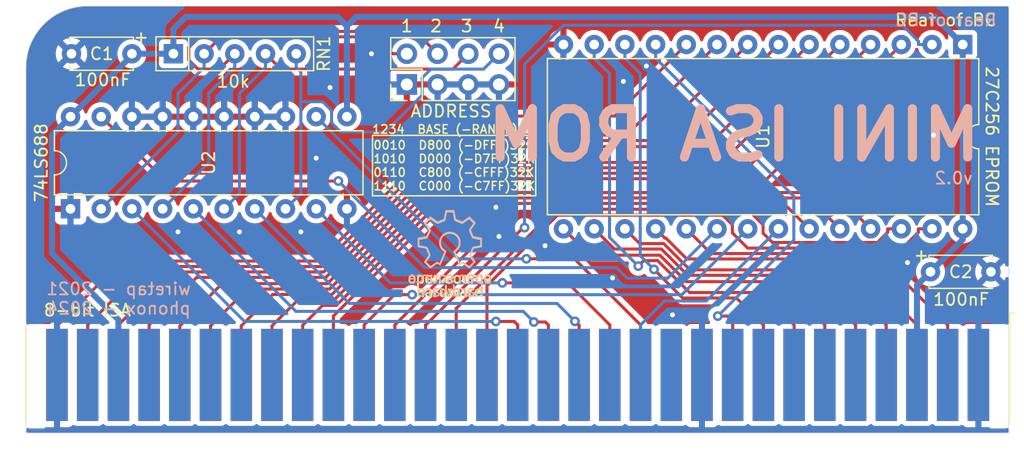
<source format=kicad_pcb>
(kicad_pcb (version 20240108) (generator "pcbnew") (generator_version "8.0")
  (layers (0 "F.Cu" signal) (31 "B.Cu" signal) (34 "B.Paste" user) (35 "F.Paste" user) (36 "B.SilkS" user "B.Silkscreen") (37 "F.SilkS" user "F.Silkscreen") (38 "B.Mask" user) (39 "F.Mask" user) (44 "Edge.Cuts" user))
  (net 0 "")
  (net 1 "/RESET")
  (net 2 "+5V")
  (net 3 "/INQ2")
  (net 4 "/-5V")
  (net 5 "/DRQ2")
  (net 6 "/-12V")
  (net 7 "/DETECT")
  (net 8 "/12V")
  (net 9 "/MEMW")
  (net 10 "/MEMR")
  (net 11 "/IOW")
  (net 12 "/IOR")
  (net 13 "/DACK3")
  (net 14 "/DRQ3")
  (net 15 "/DACK1")
  (net 16 "/DRQ1")
  (net 17 "/DACK0")
  (net 18 "/CLK")
  (net 19 "/IRQ7")
  (net 20 "/IRQ6")
  (net 21 "/IRQ5")
  (net 22 "/IRQ4")
  (net 23 "/IRQ3")
  (net 24 "/DACK2")
  (net 25 "/TC")
  (net 26 "/ALE")
  (net 27 "/OSC")
  (net 28 "/IO")
  (net 29 "/DATA7")
  (net 30 "/DATA6")
  (net 31 "/DATA5")
  (net 32 "/DATA4")
  (net 33 "/DATA3")
  (net 34 "/DATA2")
  (net 35 "/DATA1")
  (net 36 "/DATA0")
  (net 37 "/IO_READY")
  (net 38 "/AEN")
  (net 39 "/ADR19")
  (net 40 "/ADR18")
  (net 41 "/ADR17")
  (net 42 "/ADR16")
  (net 43 "/ADR15")
  (net 44 "/ADR14")
  (net 45 "/ADR13")
  (net 46 "/ADR12")
  (net 47 "/ADR11")
  (net 48 "/ADR10")
  (net 49 "/ADR09")
  (net 50 "/ADR08")
  (net 51 "/ADR07")
  (net 52 "/ADR06")
  (net 53 "/ADR05")
  (net 54 "/ADR04")
  (net 55 "/ADR03")
  (net 56 "/ADR02")
  (net 57 "/ADR01")
  (net 58 "/ADR00")
  (net 59 "/P0")
  (net 60 "/P1")
  (net 61 "/P2")
  (net 62 "/P3")
  (net 63 "/CE")
  (net 64 "GND")
  (footprint "SamacSys_Parts:BUS_XT" (layer "F.Cu") (at 195.605 121.814)
    (property "Reference" "J1" (hide yes))
    (property "Value" "Bus_ISA_8bit")
  )
  (footprint "Connector_PinHeader_2.54mm:PinHeader_2x04_P2.54mm_Vertical" (layer "F.Cu") (at 148.336 97.79 90)
    (property "Reference" "ADDRESS")
    (property "Value" "Conn_02x04_Odd_Even" (hide yes))
  )
  (footprint "Resistor_THT:R_Array_SIP5" (layer "F.Cu") (at 129.032 95.25)
    (property "Reference" "RN1")
    (property "Value" "10k")
  )
  (footprint "Package_DIP:DIP-28_W15.24mm" (layer "F.Cu") (at 194.31 94.488 -90)
    (property "Reference" "U1")
    (property "Value" "27C256" (hide yes))
  )
  (footprint "Package_DIP:DIP-20_W7.62mm" (layer "F.Cu") (at 120.523 108.077 90)
    (property "Reference" "U2")
    (property "Value" "74LS688" (hide yes))
  )
  (footprint "Capacitor_THT:C_Disc_D5.0mm_W2.5mm_P5.00mm" (layer "F.Cu") (at 125.603 95.25 180)
    (property "Reference" "C1")
    (property "Value" "100nF")
  )
  (footprint "Capacitor_THT:C_Disc_D5.0mm_W2.5mm_P5.00mm" (layer "F.Cu") (at 191.643 113.284)
    (property "Reference" "C2")
    (property "Value" "100nF")
  )
  (gr_poly (pts (xy 148.76297 113.498513) (xy 148.748429 113.499528) (xy 148.734053 113.501208) (xy 148.719863 113.503545) (xy 148.70588 113.506529) (xy 148.692125 113.510151) (xy 148.678619 113.514403) (xy 148.665383 113.519276) (xy 148.652439 113.52476) (xy 148.639808 113.530847) (xy 148.627511 113.537527) (xy 148.615569 113.544792) (xy 148.604003 113.552633) (xy 148.592835 113.56104) (xy 148.582085 113.570004) (xy 148.571775 113.579517) (xy 148.561926 113.58957) (xy 148.552559 113.600154) (xy 148.543695 113.611259) (xy 148.535356 113.622877) (xy 148.527562 113.634998) (xy 148.520335 113.647614) (xy 148.513695 113.660716) (xy 148.507665 113.674294) (xy 148.502265 113.688341) (xy 148.497516 113.702845) (xy 148.49344 113.7178) (xy 148.490058 113.733195) (xy 148.48739 113.749022) (xy 148.485458 113.765272) (xy 148.484284 113.781936) (xy 148.483887 113.799004) (xy 148.483887 113.917074) (xy 148.92803 113.917074) (xy 148.927822 113.927844) (xy 148.927202 113.938276) (xy 148.926178 113.94837) (xy 148.92476 113.958125) (xy 148.922955 113.967542) (xy 148.92077 113.97662) (xy 148.918216 113.985358) (xy 148.915299 113.993758) (xy 148.912028 114.001817) (xy 148.908412 114.009536) (xy 148.904457 114.016915) (xy 148.900174 114.023954) (xy 148.895569 114.030652) (xy 148.890651 114.037008) (xy 148.885428 114.043024) (xy 148.879909 114.048697) (xy 148.874101 114.054029) (xy 148.868014 114.059019) (xy 148.861654 114.063667) (xy 148.85503 114.067972) (xy 148.848152 114.071934) (xy 148.841025 114.075552) (xy 148.83366 114.078828) (xy 148.826064 114.08176) (xy 148.818245 114.084347) (xy 148.810212 114.086591) (xy 148.801972 114.08849) (xy 148.793535 114.090045) (xy 148.784907 114.091254) (xy 148.776099 114.092118) (xy 148.767116 114.092637) (xy 148.757969 114.09281) (xy 148.747649 114.092515) (xy 148.737261 114.091637) (xy 148.726838 114.090186) (xy 148.716409 114.088173) (xy 148.706005 114.085608) (xy 148.695657 114.082501) (xy 148.685395 114.078862) (xy 148.675251 114.074703) (xy 148.665254 114.070033) (xy 148.655436 114.064863) (xy 148.645827 114.059202) (xy 148.636459 114.053062) (xy 148.62736 114.046453) (xy 148.618564 114.039385) (xy 148.610099 114.031868) (xy 148.601997 114.023913) (xy 148.497976 114.112416) (xy 148.511384 114.127144) (xy 148.525264 114.140773) (xy 148.539591 114.153323) (xy 148.554339 114.164815) (xy 148.569485 114.175269) (xy 148.585002 114.184706) (xy 148.600867 114.193147) (xy 148.617053 114.200612) (xy 148.633537 114.207121) (xy 148.650293 114.212696) (xy 148.667297 114.217357) (xy 148.684523 114.221124) (xy 148.701946 114.224018) (xy 148.719542 114.22606) (xy 148.737285 114.22727) (xy 148.755151 114.227669) (xy 148.782798 114.226807) (xy 148.810719 114.224076) (xy 148.838631 114.219252) (xy 148.86625 114.212113) (xy 148.893292 114.202437) (xy 148.906508 114.196579) (xy 148.919473 114.190003) (xy 148.932151 114.182682) (xy 148.944508 114.174587) (xy 148.956508 114.165692) (xy 148.968114 114.155968) (xy 148.979292 114.145388) (xy 148.990007 114.133924) (xy 149.000222 114.121548) (xy 149.009902 114.108232) (xy 149.019012 114.093949) (xy 149.027516 114.078671) (xy 149.035379 114.06237) (xy 149.042564 114.045018) (xy 149.049037 114.026587) (xy 149.054763 114.007051) (xy 149.059705 113.98638) (xy 149.063828 113.964547) (xy 149.067096 113.941525) (xy 149.069475 113.917286) (xy 149.070928 113.891801) (xy 149.071421 113.865044) (xy 149.070969 113.839633) (xy 149.069636 113.815299) (xy 149.068111 113.799044) (xy 148.928031 113.799044) (xy 148.627278 113.799044) (xy 148.627844 113.789039) (xy 148.628741 113.779333) (xy 148.629961 113.769926) (xy 148.6315 113.76082) (xy 148.63335 113.752017) (xy 148.635506 113.743516) (xy 148.63796 113.735321) (xy 148.640707 113.727432) (xy 148.643739 113.719849) (xy 148.647051 113.712576) (xy 148.650636 113.705612) (xy 148.654488 113.698959) (xy 148.6586 113.692618) (xy 148.662966 113.686591) (xy 148.667579 113.680879) (xy 148.672433 113.675483) (xy 148.677522 113.670404) (xy 148.682839 113.665643) (xy 148.688378 113.661203) (xy 148.694133 113.657083) (xy 148.700096 113.653286) (xy 148.706262 113.649812) (xy 148.712625 113.646664) (xy 148.719177 113.643841) (xy 148.725912 113.641346) (xy 148.732824 113.639179) (xy 148.739907 113.637342) (xy 148.747154 113.635837) (xy 148.754559 113.634664) (xy 148.762115 113.633824) (xy 148.769816 113.633319) (xy 148.777655 113.633151) (xy 148.785498 113.633319) (xy 148.793211 113.633824) (xy 148.800786 113.634664) (xy 148.808216 113.635837) (xy 148.815493 113.637342) (xy 148.822611 113.639179) (xy 148.829562 113.641346) (xy 148.836339 113.643841) (xy 148.842935 113.646664) (xy 148.849343 113.649812) (xy 148.855555 113.653286) (xy 148.861564 113.657083) (xy 148.867363 113.661202) (xy 148.872944 113.665643) (xy 148.878301 113.670403) (xy 148.883427 113.675482) (xy 148.888313 113.680879) (xy 148.892953 113.686591) (xy 148.89734 113.692618) (xy 148.901467 113.698959) (xy 148.905325 113.705611) (xy 148.908909 113.712575) (xy 148.91221 113.719849) (xy 148.915222 113.727431) (xy 148.917937 113.735321) (xy 148.920349 113.743516) (xy 148.922449 113.752016) (xy 148.924231 113.76082) (xy 148.925687 113.769926) (xy 148.926811 113.779333) (xy 148.927594 113.789039) (xy 148.928031 113.799044) (xy 149.068111 113.799044) (xy 149.067453 113.792024) (xy 149.064451 113.769791) (xy 149.060664 113.748582) (xy 149.056122 113.728379) (xy 149.050858 113.709164) (xy 149.044903 113.69092) (xy 149.038289 113.673629) (xy 149.031049 113.657274) (xy 149.023213 113.641836) (xy 149.014814 113.627297) (xy 149.005884 113.613641) (xy 148.996455 113.600848) (xy 148.986558 113.588903) (xy 148.976226 113.577786) (xy 148.965489 113.567481) (xy 148.954381 113.557968) (xy 148.942932 113.549232) (xy 148.931176 113.541253) (xy 148.919143 113.534015) (xy 148.906865 113.527499) (xy 148.894375 113.521687) (xy 148.881704 113.516563) (xy 148.868885 113.512108) (xy 148.855948 113.508305) (xy 148.842926 113.505135) (xy 148.829851 113.502581) (xy 148.803668 113.499251) (xy 148.777654 113.498173)) (stroke (width -0.000001)) (fill solid) (layer "B.SilkS"))
  (gr_poly (pts (xy 149.808159 113.498418) (xy 149.797688 113.499145) (xy 149.787434 113.500341) (xy 149.777388 113.501993) (xy 149.767541 113.504091) (xy 149.757885 113.50662) (xy 149.74841 113.50957) (xy 149.739109 113.512927) (xy 149.729971 113.51668) (xy 149.720989 113.520815) (xy 149.712154 113.525322) (xy 149.703456 113.530186) (xy 149.694888 113.535397) (xy 149.68644 113.540941) (xy 149.678103 113.546807) (xy 149.669869 113.552982) (xy 149.77389 113.676688) (xy 149.780105 113.672128) (xy 149.786121 113.667921) (xy 149.791972 113.664059) (xy 149.797691 113.660535) (xy 149.803311 113.65734) (xy 149.808865 113.654465) (xy 149.814386 113.651903) (xy 149.819908 113.649646) (xy 149.825463 113.647685) (xy 149.831084 113.646012) (xy 149.836806 113.644619) (xy 149.84266 113.643497) (xy 149.84868 113.64264) (xy 149.8549 113.642037) (xy 149.861351 113.641681) (xy 149.868069 113.641565) (xy 149.881221 113.642095) (xy 149.894239 113.6437) (xy 149.907024 113.6464) (xy 149.919479 113.650216) (xy 149.925551 113.652549) (xy 149.931503 113.655168) (xy 149.937324 113.658077) (xy 149.943 113.661278) (xy 149.948519 113.664773) (xy 149.953869 113.668565) (xy 149.959038 113.672656) (xy 149.964013 113.67705) (xy 149.968782 113.681749) (xy 149.973333 113.686755) (xy 149.977653 113.692071) (xy 149.98173 113.697699) (xy 149.985551 113.703642) (xy 149.989105 113.709903) (xy 149.992379 113.716485) (xy 149.995361 113.723389) (xy 149.998038 113.730618) (xy 150.000398 113.738175) (xy 150.002429 113.746063) (xy 150.004118 113.754284) (xy 150.005454 113.762841) (xy 150.006423 113.771736) (xy 150.007013 113.780972) (xy 150.007213 113.790552) (xy 150.007213 114.219216) (xy 150.150604 114.219216) (xy 150.150604 113.506627) (xy 150.007213 113.506627) (xy 150.007213 113.58251) (xy 150.004434 113.58251) (xy 149.995774 113.572301) (xy 149.986662 113.562751) (xy 149.977113 113.553858) (xy 149.967139 113.545624) (xy 149.956751 113.538047) (xy 149.945964 113.531129) (xy 149.934789 113.524869) (xy 149.923239 113.519268) (xy 149.911327 113.514325) (xy 149.899065 113.51004) (xy 149.886466 113.506415) (xy 149.873542 113.503448) (xy 149.860307 113.501141) (xy 149.846772 113.499492) (xy 149.832951 113.498503) (xy 149.818856 113.498173)) (stroke (width -0.000001)) (fill solid) (layer "B.SilkS"))
  (gr_poly (pts (xy 150.733692 113.931085) (xy 150.733516 113.940055) (xy 150.732994 113.948783) (xy 150.732131 113.957268) (xy 150.730936 113.965506) (xy 150.729416 113.973494) (xy 150.727577 113.981229) (xy 150.725428 113.988709) (xy 150.722975 113.995931) (xy 150.720225 114.002891) (xy 150.717187 114.009587) (xy 150.713866 114.016017) (xy 150.710271 114.022176) (xy 150.706408 114.028063) (xy 150.702284 114.033675) (xy 150.697908 114.039008) (xy 150.693285 114.04406) (xy 150.688424 114.048827) (xy 150.683332 114.053308) (xy 150.678015 114.0575) (xy 150.672481 114.061398) (xy 150.666737 114.065001) (xy 150.660791 114.068306) (xy 150.654649 114.07131) (xy 150.648319 114.074009) (xy 150.641808 114.076402) (xy 150.635123 114.078485) (xy 150.628272 114.080255) (xy 150.621261 114.08171) (xy 150.614098 114.082847) (xy 150.606791 114.083662) (xy 150.599346 114.084153) (xy 150.59177 114.084318) (xy 150.584313 114.084153) (xy 150.576979 114.083662) (xy 150.569776 114.082847) (xy 150.562711 114.08171) (xy 150.555791 114.080255) (xy 150.549024 114.078485) (xy 150.542417 114.076402) (xy 150.535978 114.074009) (xy 150.529714 114.07131) (xy 150.523633 114.068306) (xy 150.517742 114.065001) (xy 150.512049 114.061398) (xy 150.50656 114.0575) (xy 150.501285 114.053308) (xy 150.496229 114.048827) (xy 150.4914 114.04406) (xy 150.486807 114.039008) (xy 150.482455 114.033675) (xy 150.478354 114.028063) (xy 150.47451 114.022176) (xy 150.47093 114.016017) (xy 150.467623 114.009587) (xy 150.464595 114.002891) (xy 150.461854 113.995931) (xy 150.459408 113.988709) (xy 150.457264 113.981229) (xy 150.455429 113.973494) (xy 150.453911 113.965506) (xy 150.452717 113.957268) (xy 150.451855 113.948783) (xy 150.451333 113.940055) (xy 150.451157 113.931085) (xy 150.451157 113.506626) (xy 150.307846 113.506626) (xy 150.307846 114.219295) (xy 150.451157 114.219295) (xy 150.451157 114.143333) (xy 150.453935 114.143333) (xy 150.462595 114.153541) (xy 150.471704 114.163092) (xy 150.481247 114.171984) (xy 150.491208 114.180219) (xy 150.501573 114.187795) (xy 150.512328 114.194713) (xy 150.523458 114.200973) (xy 150.534947 114.206575) (xy 150.546782 114.211518) (xy 150.558947 114.215802) (xy 150.571427 114.219427) (xy 150.584208 114.222394) (xy 150.597275 114.224701) (xy 150.610614 114.22635) (xy 150.624209 114.227339) (xy 150.638045 114.227669) (xy 150.648623 114.227418) (xy 150.659258 114.226666) (xy 150.680594 114.223669) (xy 150.701849 114.218692) (xy 150.712381 114.215465) (xy 150.722816 114.211749) (xy 150.733127 114.207545) (xy 150.743289 114.202854) (xy 150.753277 114.19768) (xy 150.763063 114.192023) (xy 150.772623 114.185885) (xy 150.781931 114.179268) (xy 150.790961 114.172174) (xy 150.799688 114.164605) (xy 150.808085 114.156563) (xy 150.816127 114.148049) (xy 150.823788 114.139065) (xy 150.831042 114.129613) (xy 150.837864 114.119695) (xy 150.844228 114.109312) (xy 150.850108 114.098467) (xy 150.855478 114.08716) (xy 150.860313 114.075395) (xy 150.864587 114.063173) (xy 150.868274 114.050495) (xy 150.871348 114.037363) (xy 150.873784 114.02378) (xy 150.875556 114.009746) (xy 150.876638 113.995265) (xy 150.877004 113.980337) (xy 150.877004 113.506626) (xy 150.733692 113.506626)) (stroke (width -0.000001)) (fill solid) (layer "B.SilkS"))
  (gr_poly (pts (xy 149.536393 114.62409) (xy 149.521847 114.625105) (xy 149.507467 114.626785) (xy 149.493274 114.629122) (xy 149.479289 114.632106) (xy 149.465533 114.635728) (xy 149.452027 114.63998) (xy 149.438792 114.644852) (xy 149.42585 114.650336) (xy 149.413222 114.656422) (xy 149.400928 114.663101) (xy 149.38899 114.670365) (xy 149.377428 114.678205) (xy 149.366265 114.68661) (xy 149.35552 114.695573) (xy 149.345216 114.705085) (xy 149.335372 114.715136) (xy 149.326011 114.725717) (xy 149.317153 114.73682) (xy 149.308819 114.748435) (xy 149.301031 114.760553) (xy 149.29381 114.773166) (xy 149.287176 114.786264) (xy 149.281151 114.799838) (xy 149.275756 114.81388) (xy 149.271012 114.82838) (xy 149.26694 114.84333) (xy 149.26356 114.858719) (xy 149.260896 114.874541) (xy 149.258966 114.890784) (xy 149.257793 114.907441) (xy 149.257397 114.924502) (xy 149.257397 115.042652) (xy 149.70146 115.042652) (xy 149.701252 115.053415) (xy 149.700632 115.06384) (xy 149.699608 115.073928) (xy 149.69819 115.083677) (xy 149.696385 115.093089) (xy 149.694201 115.102161) (xy 149.691646 115.110895) (xy 149.688729 115.11929) (xy 149.685458 115.127345) (xy 149.681842 115.135061) (xy 149.677887 115.142437) (xy 149.673604 115.149472) (xy 149.668999 115.156167) (xy 149.664081 115.162521) (xy 149.658858 115.168534) (xy 149.653339 115.174206) (xy 149.647531 115.179536) (xy 149.641444 115.184525) (xy 149.635084 115.189171) (xy 149.628461 115.193475) (xy 149.621582 115.197436) (xy 149.614456 115.201054) (xy 149.60709 115.204329) (xy 149.599494 115.20726) (xy 149.591675 115.209847) (xy 149.583642 115.212091) (xy 149.575403 115.21399) (xy 149.566965 115.215544) (xy 149.558338 115.216753) (xy 149.549529 115.217617) (xy 149.540547 115.218136) (xy 149.531399 115.218309) (xy 149.521092 115.218015) (xy 149.510715 115.217139) (xy 149.500298 115.215692) (xy 149.489873 115.213683) (xy 149.47947 115.211123) (xy 149.469122 115.208021) (xy 149.458858 115.204387) (xy 149.448711 115.200232) (xy 149.43871 115.195565) (xy 149.428887 115.190396) (xy 149.419274 115.184736) (xy 149.4099 115.178594) (xy 149.400798 115.171981) (xy 149.391997 115.164906) (xy 149.383531 115.15738) (xy 149.375428 115.149412) (xy 149.271407 115.237994) (xy 149.284828 115.252722) (xy 149.298717 115.266351) (xy 149.313051 115.278901) (xy 149.327803 115.290393) (xy 149.34295 115.300847) (xy 149.358467 115.310284) (xy 149.37433 115.318725) (xy 149.390514 115.32619) (xy 149.406993 115.332699) (xy 149.423745 115.338274) (xy 149.440743 115.342935) (xy 149.457964 115.346702) (xy 149.475383 115.349596) (xy 149.492975 115.351638) (xy 149.510716 115.352848) (xy 149.528581 115.353247) (xy 149.556228 115.352386) (xy 149.584149 115.349654) (xy 149.612061 115.34483) (xy 149.63968 115.33769) (xy 149.666722 115.328013) (xy 149.679938 115.322154) (xy 149.692903 115.315577) (xy 149.705581 115.308254) (xy 149.717938 115.300159) (xy 149.729938 115.291262) (xy 149.741544 115.281536) (xy 149.752723 115.270954) (xy 149.763437 115.259488) (xy 149.773652 115.247109) (xy 149.783332 115.233791) (xy 149.792442 115.219505) (xy 149.800946 115.204223) (xy 149.808809 115.187918) (xy 149.815994 115.170562) (xy 149.822468 115.152127) (xy 149.828193 115.132586) (xy 149.833135 115.11191) (xy 149.837258 115.090072) (xy 149.840527 115.067044) (xy 149.842905 115.042798) (xy 149.844358 115.017307) (xy 149.844851 114.990543) (xy 149.844399 114.965132) (xy 149.843065 114.940798) (xy 149.841539 114.924542) (xy 149.70146 114.924542) (xy 149.400708 114.924542) (xy 149.401267 114.914544) (xy 149.402157 114.904843) (xy 149.403373 114.895442) (xy 149.404907 114.88634) (xy 149.406754 114.87754) (xy 149.408906 114.869043) (xy 149.411358 114.86085) (xy 149.414103 114.852962) (xy 149.417134 114.845381) (xy 149.420445 114.838108) (xy 149.42403 114.831144) (xy 149.427882 114.824491) (xy 149.431995 114.81815) (xy 149.436362 114.812121) (xy 149.440977 114.806408) (xy 149.445833 114.80101) (xy 149.450924 114.795929) (xy 149.456243 114.791166) (xy 149.461785 114.786723) (xy 149.467541 114.782601) (xy 149.473507 114.778802) (xy 149.479676 114.775326) (xy 149.48604 114.772174) (xy 149.492595 114.769349) (xy 149.499332 114.766852) (xy 149.506247 114.764683) (xy 149.513332 114.762845) (xy 149.52058 114.761337) (xy 149.527986 114.760163) (xy 149.535543 114.759322) (xy 149.543245 114.758817) (xy 149.551084 114.758648) (xy 149.558928 114.758817) (xy 149.566641 114.759322) (xy 149.574216 114.760163) (xy 149.581646 114.761337) (xy 149.588923 114.762845) (xy 149.596041 114.764683) (xy 149.602992 114.766852) (xy 149.609769 114.769349) (xy 149.616365 114.772174) (xy 149.622773 114.775326) (xy 149.628984 114.778802) (xy 149.634993 114.782601) (xy 149.640792 114.786723) (xy 149.646374 114.791166) (xy 149.651731 114.795928) (xy 149.656856 114.801009) (xy 149.661743 114.806407) (xy 149.666383 114.812121) (xy 149.67077 114.818149) (xy 149.674896 114.824491) (xy 149.678755 114.831144) (xy 149.682338 114.838108) (xy 149.68564 114.845381) (xy 149.688652 114.852962) (xy 149.691367 114.86085) (xy 149.693778 114.869043) (xy 149.695878 114.87754) (xy 149.69766 114.88634) (xy 149.699117 114.895442) (xy 149.70024 114.904843) (xy 149.701024 114.914544) (xy 149.70146 114.924542) (xy 149.841539 114.924542) (xy 149.840881 114.917525) (xy 149.837878 114.895293) (xy 149.834089 114.874085) (xy 149.829545 114.853884) (xy 149.824279 114.834672) (xy 149.818322 114.816431) (xy 149.811706 114.799143) (xy 149.804463 114.78279) (xy 149.796624 114.767355) (xy 149.788223 114.75282) (xy 149.779291 114.739167) (xy 149.769859 114.726379) (xy 149.75996 114.714437) (xy 149.749626 114.703324) (xy 149.738888 114.693022) (xy 149.727778 114.683513) (xy 149.716328 114.674781) (xy 149.704571 114.666805) (xy 149.692537 114.65957) (xy 149.68026 114.653058) (xy 149.66777 114.647249) (xy 149.655101 114.642128) (xy 149.642283 114.637676) (xy 149.629348 114.633875) (xy 149.616329 114.630707) (xy 149.603258 114.628155) (xy 149.577085 114.624828) (xy 149.551084 114.62375)) (stroke (width -0.000001)) (fill solid) (layer "B.SilkS"))
  (gr_poly (pts (xy 152.866676 114.624035) (xy 152.856202 114.624762) (xy 152.845944 114.625957) (xy 152.835894 114.62761) (xy 152.826042 114.629708) (xy 152.816381 114.632237) (xy 152.806902 114.635187) (xy 152.797596 114.638544) (xy 152.788456 114.642297) (xy 152.779472 114.646432) (xy 152.770636 114.650939) (xy 152.76194 114.655803) (xy 152.753376 114.661014) (xy 152.744934 114.666558) (xy 152.736607 114.672424) (xy 152.728386 114.678599) (xy 152.832367 114.802305) (xy 152.838583 114.79773) (xy 152.8446 114.793511) (xy 152.850453 114.789639) (xy 152.856174 114.786106) (xy 152.861797 114.782903) (xy 152.867353 114.780022) (xy 152.872876 114.777455) (xy 152.8784 114.775194) (xy 152.883957 114.773229) (xy 152.889579 114.771554) (xy 152.895301 114.770159) (xy 152.901154 114.769037) (xy 152.907172 114.768178) (xy 152.913388 114.767575) (xy 152.919835 114.767219) (xy 152.926546 114.767102) (xy 152.939692 114.767634) (xy 152.952706 114.769241) (xy 152.965491 114.771945) (xy 152.977946 114.775765) (xy 152.984019 114.7781) (xy 152.989972 114.780722) (xy 152.995794 114.783633) (xy 153.001472 114.786836) (xy 153.006994 114.790334) (xy 153.012346 114.794128) (xy 153.017518 114.798222) (xy 153.022495 114.802618) (xy 153.027267 114.807318) (xy 153.031821 114.812325) (xy 153.036144 114.817642) (xy 153.040224 114.823271) (xy 153.044048 114.829215) (xy 153.047605 114.835476) (xy 153.050882 114.842057) (xy 153.053866 114.84896) (xy 153.056546 114.856187) (xy 153.058908 114.863742) (xy 153.060941 114.871627) (xy 153.062632 114.879845) (xy 153.063969 114.888397) (xy 153.064939 114.897287) (xy 153.06553 114.906517) (xy 153.06573 114.916089) (xy 153.06573 115.344833) (xy 153.209081 115.344833) (xy 153.209081 114.632243) (xy 153.06573 114.632243) (xy 153.06573 114.708126) (xy 153.062912 114.708126) (xy 153.054252 114.697918) (xy 153.045142 114.688368) (xy 153.035595 114.679475) (xy 153.025623 114.671241) (xy 153.015238 114.663664) (xy 153.004454 114.656746) (xy 152.993283 114.650486) (xy 152.981736 114.644884) (xy 152.969828 114.639941) (xy 152.957569 114.635657) (xy 152.944974 114.632032) (xy 152.932053 114.629065) (xy 152.91882 114.626758) (xy 152.905288 114.625109) (xy 152.891468 114.62412) (xy 152.877373 114.62379)) (stroke (width -0.000001)) (fill solid) (layer "B.SilkS"))
  (gr_poly (pts (xy 151.791364 115.131194) (xy 151.788547 115.131194) (xy 151.626939 114.632243) (xy 151.522918 114.632243) (xy 151.361311 115.131194) (xy 151.358413 115.131194) (xy 151.222166 114.632243) (xy 151.070322 114.632243) (xy 151.297969 115.344833) (xy 151.424533 115.344833) (xy 151.57352 114.845841) (xy 151.576338 114.845841) (xy 151.725324 115.344833) (xy 151.851809 115.344833) (xy 152.079496 114.632243) (xy 151.927731 114.632243)) (stroke (width -0.000001)) (fill solid) (layer "B.SilkS"))
  (gr_poly (pts (xy 151.282884 113.498312) (xy 151.272862 113.498721) (xy 151.263097 113.499392) (xy 151.253586 113.500313) (xy 151.244325 113.501478) (xy 151.235311 113.502874) (xy 151.226542 113.504494) (xy 151.218012 113.506327) (xy 151.20972 113.508364) (xy 151.201661 113.510595) (xy 151.193832 113.513011) (xy 151.186231 113.515603) (xy 151.178853 113.51836) (xy 151.171695 113.521274) (xy 151.164754 113.524335) (xy 151.158026 113.527532) (xy 151.145198 113.534301) (xy 151.133183 113.541504) (xy 151.121955 113.549065) (xy 151.111487 113.556908) (xy 151.101751 113.564957) (xy 151.092721 113.573135) (xy 151.084371 113.581366) (xy 151.076672 113.589573) (xy 151.066772 113.600913) (xy 151.057616 113.61236) (xy 151.049188 113.624053) (xy 151.041476 113.636133) (xy 151.034464 113.64874) (xy 151.028137 113.662014) (xy 151.022482 113.676095) (xy 151.017483 113.691124) (xy 151.013127 113.70724) (xy 151.009398 113.724583) (xy 151.006283 113.743294) (xy 151.003767 113.763513) (xy 151.001835 113.785379) (xy 151.000473 113.809034) (xy 150.999666 113.834616) (xy 150.9994 113.862267) (xy 150.999666 113.890149) (xy 151.000473 113.915935) (xy 151.001835 113.939769) (xy 151.003767 113.96179) (xy 151.006283 113.982142) (xy 151.009398 114.000965) (xy 151.013127 114.018402) (xy 151.017483 114.034595) (xy 151.022482 114.049685) (xy 151.028137 114.063814) (xy 151.034464 114.077124) (xy 151.041476 114.089756) (xy 151.049188 114.101853) (xy 151.057616 114.113556) (xy 151.066772 114.125008) (xy 151.076672 114.136349) (xy 151.084371 114.144555) (xy 151.092722 114.152784) (xy 151.101751 114.160958) (xy 151.111487 114.169001) (xy 151.121955 114.176838) (xy 151.133183 114.184393) (xy 151.145198 114.191589) (xy 151.158026 114.19835) (xy 151.171695 114.204601) (xy 151.186231 114.210265) (xy 151.201661 114.215266) (xy 151.218012 114.219528) (xy 151.235311 114.222976) (xy 151.253586 114.225532) (xy 151.272862 114.227122) (xy 151.293167 114.227669) (xy 151.303443 114.227531) (xy 151.313458 114.227122) (xy 151.323217 114.226453) (xy 151.332722 114.225532) (xy 151.341978 114.22437) (xy 151.350986 114.222976) (xy 151.359751 114.221359) (xy 151.368277 114.219528) (xy 151.376565 114.217494) (xy 151.38462 114.215266) (xy 151.392445 114.212853) (xy 151.400044 114.210265) (xy 151.407419 114.207511) (xy 151.414574 114.204601) (xy 151.421513 114.201544) (xy 151.428239 114.19835) (xy 151.441064 114.191589) (xy 151.453076 114.184393) (xy 151.464302 114.176838) (xy 151.474769 114.169001) (xy 151.484504 114.160958) (xy 151.493534 114.152784) (xy 151.501884 114.144555) (xy 151.509583 114.136349) (xy 151.519484 114.125008) (xy 151.528643 114.113558) (xy 151.537074 114.101856) (xy 151.544792 114.089762) (xy 151.55181 114.077132) (xy 151.558143 114.063824) (xy 151.563806 114.049697) (xy 151.568812 114.03461) (xy 151.573175 114.018419) (xy 151.576911 114.000982) (xy 151.580033 113.982159) (xy 151.582555 113.961807) (xy 151.584492 113.939783) (xy 151.585858 113.915947) (xy 151.586667 113.890155) (xy 151.586934 113.862267) (xy 151.443543 113.862267) (xy 151.443442 113.880901) (xy 151.443128 113.897882) (xy 151.442587 113.913333) (xy 151.441805 113.927381) (xy 151.440767 113.940153) (xy 151.439458 113.951773) (xy 151.437865 113.962367) (xy 151.435973 113.972062) (xy 151.433768 113.980983) (xy 151.431234 113.989256) (xy 151.428358 113.997006) (xy 151.425126 114.00436) (xy 151.421522 114.011444) (xy 151.417533 114.018382) (xy 151.413144 114.025301) (xy 151.408341 114.032328) (xy 151.404127 114.037785) (xy 151.399379 114.043052) (xy 151.394126 114.048109) (xy 151.388397 114.052931) (xy 151.382221 114.057497) (xy 151.375628 114.061784) (xy 151.368646 114.065769) (xy 151.361306 114.069431) (xy 151.353636 114.072746) (xy 151.345665 114.075691) (xy 151.337423 114.078246) (xy 151.328939 114.080386) (xy 151.320242 114.08209) (xy 151.311362 114.083335) (xy 151.302327 114.084099) (xy 151.293168 114.084358) (xy 151.283995 114.084098) (xy 151.27495 114.083334) (xy 151.266063 114.082087) (xy 151.257361 114.080381) (xy 151.248874 114.078238) (xy 151.240631 114.075681) (xy 151.23266 114.072733) (xy 151.224989 114.069416) (xy 151.217649 114.065753) (xy 151.210667 114.061766) (xy 151.204072 114.057479) (xy 151.197893 114.052914) (xy 151.192159 114.048094) (xy 151.186899 114.043041) (xy 151.182142 114.037778) (xy 151.17996 114.035075) (xy 151.177915 114.032328) (xy 151.173112 114.025302) (xy 151.168726 114.018385) (xy 151.164741 114.011453) (xy 151.161142 114.004382) (xy 151.157916 113.997049) (xy 151.155047 113.989329) (xy 151.15252 113.981099) (xy 151.150322 113.972236) (xy 151.148437 113.962615) (xy 151.146852 113.952112) (xy 151.14555 113.940604) (xy 151.144518 113.927968) (xy 151.14374 113.914078) (xy 151.143203 113.898812) (xy 151.142791 113.863656) (xy 151.142892 113.84502) (xy 151.143203 113.828038) (xy 151.14374 113.812583) (xy 151.144518 113.79853) (xy 151.14555 113.785754) (xy 151.146852 113.774129) (xy 151.148437 113.763529) (xy 151.150322 113.75383) (xy 151.15252 113.744906) (xy 151.155047 113.736632) (xy 151.157916 113.728881) (xy 151.161142 113.721528) (xy 151.164741 113.714449) (xy 151.168726 113.707517) (xy 151.173112 113.700608) (xy 151.177915 113.693595) (xy 151.182142 113.688138) (xy 151.186899 113.68287) (xy 151.192159 113.677813) (xy 151.197893 113.672991) (xy 151.204072 113.668425) (xy 151.210667 113.664138) (xy 151.217649 113.660153) (xy 151.224989 113.656491) (xy 151.23266 113.653177) (xy 151.240631 113.650231) (xy 151.248874 113.647676) (xy 151.257361 113.645536) (xy 151.266063 113.643832) (xy 151.27495 113.642587) (xy 151.283995 113.641823) (xy 151.293168 113.641564) (xy 151.302327 113.641824) (xy 151.311362 113.642589) (xy 151.320242 113.643835) (xy 151.328939 113.645541) (xy 151.337423 113.647684) (xy 151.345665 113.650241) (xy 151.353636 113.653189) (xy 151.361306 113.656506) (xy 151.368646 113.660169) (xy 151.375628 113.664156) (xy 151.382221 113.668443) (xy 151.388397 113.673008) (xy 151.394126 113.677828) (xy 151.399379 113.682881) (xy 151.404127 113.688144) (xy 151.406303 113.690847) (xy 151.408341 113.693595) (xy 151.413144 113.700607) (xy 151.417533 113.707515) (xy 151.421522 113.71444) (xy 151.425126 113.721507) (xy 151.428358 113.728838) (xy 151.431234 113.736558) (xy 151.433768 113.74479) (xy 151.435973 113.753657) (xy 151.437865 113.763282) (xy 151.439458 113.77379) (xy 151.440767 113.785302) (xy 151.441805 113.797944) (xy 151.442587 113.811838) (xy 151.443128 113.827107) (xy 151.443543 113.862267) (xy 151.586934 113.862267) (xy 151.586667 113.834616) (xy 151.585858 113.809035) (xy 151.584492 113.785383) (xy 151.582555 113.763518) (xy 151.580033 113.743302) (xy 151.576911 113.724593) (xy 151.573175 113.707252) (xy 151.568812 113.691139) (xy 151.563806 113.676112) (xy 151.558143 113.662032) (xy 151.55181 113.648758) (xy 151.544792 113.63615) (xy 151.537074 113.624068) (xy 151.528643 113.612371) (xy 151.519484 113.60092) (xy 151.509583 113.589573) (xy 151.501884 113.581366) (xy 151.493534 113.573135) (xy 151.484504 113.564957) (xy 151.474769 113.556908) (xy 151.464302 113.549065) (xy 151.453076 113.541504) (xy 151.441063 113.534301) (xy 151.428239 113.527532) (xy 151.414574 113.521274) (xy 151.400044 113.515603) (xy 151.38462 113.510595) (xy 151.368276 113.506327) (xy 151.350986 113.502874) (xy 151.332722 113.500314) (xy 151.313458 113.498721) (xy 151.293167 113.498173)) (stroke (width -0.000001)) (fill solid) (layer "B.SilkS"))
  (gr_poly (pts (xy 154.266136 113.498668) (xy 154.250638 113.500009) (xy 154.235693 113.502198) (xy 154.221301 113.505199) (xy 154.20746 113.508974) (xy 154.194167 113.513487) (xy 154.181422 113.5187) (xy 154.169221 113.524575) (xy 154.157564 113.531077) (xy 154.146448 113.538168) (xy 154.135872 113.54581) (xy 154.125833 113.553968) (xy 154.11633 113.562603) (xy 154.107361 113.571678) (xy 154.098924 113.581157) (xy 154.091017 113.591002) (xy 154.083968 113.600473) (xy 154.077552 113.61004) (xy 154.071746 113.619898) (xy 154.066524 113.630245) (xy 154.064125 113.635662) (xy 154.061862 113.641275) (xy 154.059733 113.647107) (xy 154.057735 113.653184) (xy 154.055864 113.659529) (xy 154.054118 113.666168) (xy 154.050987 113.680423) (xy 154.048317 113.696144) (xy 154.046083 113.713527) (xy 154.04426 113.732769) (xy 154.042825 113.754064) (xy 154.041751 113.777608) (xy 154.041015 113.803597) (xy 154.040591 113.832228) (xy 154.040455 113.863695) (xy 154.041015 113.923311) (xy 154.042825 113.972489) (xy 154.04426 113.993646) (xy 154.046083 114.012774) (xy 154.048317 114.030065) (xy 154.050987 114.045712) (xy 154.054118 114.059909) (xy 154.057735 114.07285) (xy 154.061862 114.084727) (xy 154.066524 114.095733) (xy 154.071746 114.106062) (xy 154.077552 114.115908) (xy 154.083968 114.125462) (xy 154.091017 114.134919) (xy 154.098924 114.144765) (xy 154.107361 114.154244) (xy 154.11633 114.163319) (xy 154.125833 114.171954) (xy 154.135872 114.180111) (xy 154.146448 114.187754) (xy 154.157564 114.194844) (xy 154.169221 114.201346) (xy 154.181422 114.207222) (xy 154.187726 114.209914) (xy 154.194167 114.212435) (xy 154.200745 114.214781) (xy 154.20746 114.216947) (xy 154.214312 114.218929) (xy 154.221301 114.220722) (xy 154.228428 114.222322) (xy 154.235693 114.223723) (xy 154.243096 114.224922) (xy 154.250638 114.225913) (xy 154.258318 114.226691) (xy 154.266137 114.227253) (xy 154.274094 114.227594) (xy 154.282192 114.227709) (xy 154.29572 114.227317) (xy 154.308902 114.22616) (xy 154.321755 114.224262) (xy 154.334294 114.221647) (xy 154.346536 114.21834) (xy 154.358499 114.214366) (xy 154.370197 114.20975) (xy 154.381649 114.204516) (xy 154.392869 114.198689) (xy 154.403876 114.192294) (xy 154.414685 114.185355) (xy 154.425312 114.177898) (xy 154.435775 114.169946) (xy 154.44609 114.161525) (xy 154.456273 114.152659) (xy 154.466342 114.143372) (xy 154.466858 114.708126) (xy 154.457702 114.697918) (xy 154.448159 114.688367) (xy 154.438237 114.679474) (xy 154.427945 114.67124) (xy 154.417291 114.663663) (xy 154.406282 114.656745) (xy 154.394928 114.650485) (xy 154.383236 114.644884) (xy 154.371215 114.639941) (xy 154.358873 114.635656) (xy 154.346218 114.632031) (xy 154.333258 114.629064) (xy 154.320003 114.626757) (xy 154.306459 114.625109) (xy 154.292635 114.624119) (xy 154.27854 114.62379) (xy 154.268089 114.624041) (xy 154.257573 114.624792) (xy 154.247019 114.626042) (xy 154.236452 114.627789) (xy 154.225898 114.630031) (xy 154.215385 114.632766) (xy 154.204936 114.635993) (xy 154.194579 114.639709) (xy 154.184339 114.643914) (xy 154.174243 114.648604) (xy 154.164317 114.653779) (xy 154.154585 114.659436) (xy 154.145075 114.665574) (xy 154.135813 114.672191) (xy 154.126823 114.679284) (xy 154.118133 114.686853) (xy 154.109769 114.694896) (xy 154.101756 114.70341) (xy 154.09412 114.712394) (xy 154.086887 114.721846) (xy 154.080084 114.731764) (xy 154.073735 114.742147) (xy 154.067869 114.752992) (xy 154.062509 114.764299) (xy 154.057683 114.776064) (xy 154.053415 114.788286) (xy 154.049733 114.800964) (xy 154.046662 114.814096) (xy 154.044229 114.827679) (xy 154.042458 114.841713) (xy 154.041377 114.856194) (xy 154.041011 114.871122) (xy 154.041011 115.344832) (xy 154.184362 115.344832) (xy 154.184362 114.920375) (xy 154.184538 114.911398) (xy 154.18506 114.902663) (xy 154.185922 114.894173) (xy 154.187116 114.885931) (xy 154.188633 114.877939) (xy 154.190468 114.8702) (xy 154.192612 114.862718) (xy 154.195058 114.855495) (xy 154.197799 114.848534) (xy 154.200826 114.841837) (xy 154.204133 114.835407) (xy 154.207712 114.829248) (xy 154.211556 114.823362) (xy 154.215657 114.817752) (xy 154.220007 114.81242) (xy 154.2246 114.80737) (xy 154.229428 114.802604) (xy 154.234482 114.798125) (xy 154.239757 114.793936) (xy 154.245244 114.79004) (xy 154.250936 114.786439) (xy 154.256825 114.783137) (xy 154.262904 114.780136) (xy 154.269166 114.777439) (xy 154.275603 114.775048) (xy 154.282207 114.772968) (xy 154.288972 114.771199) (xy 154.295889 114.769746) (xy 154.302951 114.768611) (xy 154.310152 114.767797) (xy 154.317482 114.767306) (xy 154.324935 114.767142) (xy 154.332514 114.767306) (xy 154.339963 114.767797) (xy 154.347273 114.768611) (xy 154.354438 114.769746) (xy 154.36145 114.771199) (xy 154.368303 114.772968) (xy 154.374989 114.775048) (xy 154.381501 114.777439) (xy 154.387831 114.780136) (xy 154.393974 114.783137) (xy 154.39992 114.78644) (xy 154.405664 114.79004) (xy 154.411197 114.793936) (xy 154.416513 114.798125) (xy 154.421605 114.802604) (xy 154.426466 114.80737) (xy 154.431087 114.81242) (xy 154.435462 114.817752) (xy 154.439585 114.823362) (xy 154.443446 114.829248) (xy 154.447041 114.835408) (xy 154.45036 114.841837) (xy 154.453397 114.848534) (xy 154.456146 114.855495) (xy 154.458597 114.862719) (xy 154.460746 114.870201) (xy 154.462583 114.877939) (xy 154.464103 114.885931) (xy 154.465297 114.894173) (xy 154.466159 114.902663) (xy 154.466682 114.911398) (xy 154.466858 114.920375) (xy 154.466858 115.344833) (xy 154.610248 115.344833) (xy 154.610248 113.863655) (xy 154.466341 113.863655) (xy 154.465779 113.902605) (xy 154.464813 113.922134) (xy 154.463157 113.941438) (xy 154.460637 113.960321) (xy 154.457076 113.978589) (xy 154.452301 113.996045) (xy 154.449403 114.004407) (xy 154.446136 114.012494) (xy 154.442477 114.020279) (xy 154.438405 114.02774) (xy 154.433898 114.03485) (xy 154.428935 114.041587) (xy 154.423492 114.047926) (xy 154.417549 114.053841) (xy 154.411084 114.059309) (xy 154.404074 114.064306) (xy 154.396497 114.068806) (xy 154.388333 114.072785) (xy 154.379558 114.076219) (xy 154.370152 114.079084) (xy 154.360091 114.081354) (xy 154.349355 114.083007) (xy 154.337921 114.084016) (xy 154.325768 114.084358) (xy 154.313489 114.084036) (xy 154.301937 114.083083) (xy 154.29109 114.081521) (xy 154.280927 114.07937) (xy 154.271424 114.076651) (xy 154.26256 114.073383) (xy 154.254313 114.069589) (xy 154.24666 114.065288) (xy 154.23958 114.0605) (xy 154.23305 114.055248) (xy 154.227048 114.04955) (xy 154.221552 114.043429) (xy 154.21654 114.036904) (xy 154.21199 114.029995) (xy 154.207879 114.022725) (xy 154.204186 114.015113) (xy 154.200888 114.007179) (xy 154.197963 113.998945) (xy 154.195389 113.990431) (xy 154.193145 113.981658) (xy 154.191207 113.972646) (xy 154.189553 113.963416) (xy 154.187012 113.944384) (xy 154.185344 113.924727) (xy 154.184372 113.90461) (xy 154.183918 113.884198) (xy 154.183806 113.863655) (xy 154.184372 113.822218) (xy 154.185344 113.801909) (xy 154.187012 113.782089) (xy 154.189553 113.762921) (xy 154.193145 113.744567) (xy 154.197963 113.72719) (xy 154.200888 113.718919) (xy 154.204186 113.710953) (xy 154.207879 113.703312) (xy 154.21199 113.696017) (xy 154.21654 113.689088) (xy 154.221552 113.682545) (xy 154.227048 113.676409) (xy 154.23305 113.6707) (xy 154.23958 113.665438) (xy 154.24666 113.660644) (xy 154.254313 113.656338) (xy 154.26256 113.65254) (xy 154.271424 113.649271) (xy 154.280927 113.646551) (xy 154.29109 113.644399) (xy 154.301937 113.642838) (xy 154.313489 113.641886) (xy 154.325768 113.641564) (xy 154.337918 113.641906) (xy 154.349349 113.642915) (xy 154.360082 113.644568) (xy 154.37014 113.64684) (xy 154.379545 113.649708) (xy 154.388318 113.653146) (xy 154.396481 113.657131) (xy 154.404057 113.661638) (xy 154.411066 113.666643) (xy 154.417532 113.672123) (xy 154.423475 113.678053) (xy 154.428917 113.684408) (xy 154.433881 113.691165) (xy 154.438389 113.698299) (xy 154.442461 113.705786) (xy 154.446121 113.713602) (xy 154.449389 113.721723) (xy 154.452288 113.730124) (xy 154.45484 113.738782) (xy 154.457066 113.747672) (xy 154.458988 113.75677) (xy 154.460629 113.766052) (xy 154.463152 113.78507) (xy 154.464809 113.804533) (xy 154.465777 113.824247) (xy 154.46623 113.844019) (xy 154.466341 113.863655) (xy 154.610248 113.863655) (xy 154.610248 113.506666) (xy 154.466342 113.506666) (xy 154.466342 113.58116) (xy 154.45766 113.572118) (xy 154.448506 113.563466) (xy 154.438899 113.55523) (xy 154.428862 113.547438) (xy 154.418413 113.540115) (xy 154.407573 113.533288) (xy 154.396363 113.526985) (xy 154.384804 113.521231) (xy 154.372915 113.516055) (xy 154.360717 113.511482) (xy 154.348231 113.507539) (xy 154.335477 113.504253) (xy 154.322476 113.50165) (xy 154.309247 113.499759) (xy 154.295812 113.498604) (xy 154.282192 113.498213)) (stroke (width -0.000001)) (fill solid) (layer "B.SilkS"))
  (gr_poly (pts (xy 152.156211 115.344833) (xy 152.299563 115.344833) (xy 152.299563 115.270339) (xy 152.308238 115.279368) (xy 152.317387 115.28801) (xy 152.32699 115.296239) (xy 152.337026 115.304028) (xy 152.347474 115.311349) (xy 152.358314 115.318176) (xy 152.369524 115.324481) (xy 152.381086 115.330237) (xy 152.392977 115.335418) (xy 152.405177 115.339996) (xy 152.417665 115.343944) (xy 152.430422 115.347235) (xy 152.443425 115.349842) (xy 152.456655 115.351737) (xy 152.470091 115.352894) (xy 152.483713 115.353286) (xy 152.491813 115.353171) (xy 152.499774 115.352831) (xy 152.507595 115.352269) (xy 152.515276 115.35149) (xy 152.522819 115.350499) (xy 152.530222 115.349301) (xy 152.537487 115.347899) (xy 152.544614 115.3463) (xy 152.551602 115.344507) (xy 152.558453 115.342524) (xy 152.565166 115.340358) (xy 152.571742 115.338012) (xy 152.578181 115.335491) (xy 152.584483 115.332799) (xy 152.596678 115.326924) (xy 152.60833 115.320422) (xy 152.61944 115.313331) (xy 152.63001 115.305689) (xy 152.640044 115.297531) (xy 152.649542 115.288896) (xy 152.658507 115.279821) (xy 152.666942 115.270342) (xy 152.674848 115.260497) (xy 152.681904 115.251026) (xy 152.688326 115.241459) (xy 152.694137 115.231601) (xy 152.699364 115.221255) (xy 152.70403 115.210226) (xy 152.70816 115.198319) (xy 152.711779 115.185337) (xy 152.714912 115.171086) (xy 152.717584 115.155369) (xy 152.71982 115.137991) (xy 152.721643 115.118756) (xy 152.723079 115.097469) (xy 152.72489 115.047955) (xy 152.725449 114.987884) (xy 152.582098 114.987884) (xy 152.581986 115.00867) (xy 152.581533 115.029294) (xy 152.58056 115.049592) (xy 152.578892 115.069403) (xy 152.576351 115.088564) (xy 152.574698 115.097849) (xy 152.57276 115.106911) (xy 152.570515 115.115729) (xy 152.567941 115.124283) (xy 152.565017 115.132552) (xy 152.561719 115.140516) (xy 152.558025 115.148155) (xy 152.553915 115.155449) (xy 152.549364 115.162377) (xy 152.544352 115.168918) (xy 152.538857 115.175053) (xy 152.532855 115.180761) (xy 152.526325 115.186022) (xy 152.519244 115.190816) (xy 152.511592 115.195121) (xy 152.503344 115.198919) (xy 152.49448 115.202188) (xy 152.484978 115.204908) (xy 152.474814 115.207059) (xy 152.463967 115.208621) (xy 152.452415 115.209573) (xy 152.440136 115.209895) (xy 152.427983 115.209553) (xy 152.416549 115.208544) (xy 152.405813 115.206893) (xy 152.395753 115.204622) (xy 152.386346 115.201756) (xy 152.377572 115.19832) (xy 152.369407 115.194338) (xy 152.361831 115.189834) (xy 152.354821 115.184831) (xy 152.348355 115.179355) (xy 152.342412 115.173428) (xy 152.336969 115.167077) (xy 152.332006 115.160323) (xy 152.327499 115.153193) (xy 152.323427 115.145709) (xy 152.319769 115.137897) (xy 152.316501 115.12978) (xy 152.313603 115.121382) (xy 152.308828 115.103842) (xy 152.305268 115.085469) (xy 152.302747 115.066457) (xy 152.301091 115.046999) (xy 152.300125 115.027288) (xy 152.299563 114.987884) (xy 152.299674 114.968491) (xy 152.300125 114.94893) (xy 152.301091 114.929398) (xy 152.302747 114.910089) (xy 152.305268 114.891199) (xy 152.306907 114.881973) (xy 152.308828 114.872925) (xy 152.311053 114.86408) (xy 152.313603 114.855462) (xy 152.316501 114.847096) (xy 152.319769 114.839006) (xy 152.323427 114.831216) (xy 152.327499 114.823752) (xy 152.332006 114.816638) (xy 152.336969 114.809897) (xy 152.342412 114.803556) (xy 152.348355 114.797637) (xy 152.354821 114.792166) (xy 152.361831 114.787166) (xy 152.369407 114.782664) (xy 152.377572 114.778682) (xy 152.386346 114.775245) (xy 152.395753 114.772379) (xy 152.405813 114.770107) (xy 152.416549 114.768454) (xy 152.427983 114.767444) (xy 152.440136 114.767102) (xy 152.452415 114.767424) (xy 152.463967 114.768376) (xy 152.474814 114.769938) (xy 152.484978 114.772089) (xy 152.49448 114.774809) (xy 152.503344 114.778076) (xy 152.511592 114.781871) (xy 152.519244 114.786173) (xy 152.526325 114.790961) (xy 152.532855 114.796214) (xy 152.538857 114.801912) (xy 152.544352 114.808035) (xy 152.549364 114.814561) (xy 152.553915 114.82147) (xy 152.558025 114.828742) (xy 152.561719 114.836356) (xy 152.565017 114.844292) (xy 152.567941 114.852528) (xy 152.57276 114.86982) (xy 152.576351 114.888069) (xy 152.578892 114.907108) (xy 152.58056 114.926774) (xy 152.581533 114.946902) (xy 152.582098 114.987884) (xy 152.725449 114.987884) (xy 152.725314 114.956647) (xy 152.72489 114.928219) (xy 152.724153 114.902404) (xy 152.723079 114.879011) (xy 152.721643 114.857844) (xy 152.719819 114.83871) (xy 152.717584 114.821416) (xy 152.714912 114.805767) (xy 152.711779 114.791571) (xy 152.710032 114.784956) (xy 152.70816 114.778633) (xy 152.70616 114.772575) (xy 152.704029 114.766759) (xy 152.701765 114.761161) (xy 152.699364 114.755756) (xy 152.694137 114.745431) (xy 152.688326 114.735588) (xy 152.681904 114.726036) (xy 152.674848 114.71658) (xy 152.666942 114.706721) (xy 152.658507 114.697233) (xy 152.649542 114.688151) (xy 152.640044 114.679512) (xy 152.63001 114.671353) (xy 152.61944 114.66371) (xy 152.60833 114.656622) (xy 152.596678 114.650123) (xy 152.584483 114.644251) (xy 152.571742 114.639043) (xy 152.558453 114.634536) (xy 152.544614 114.630765) (xy 152.530222 114.627769) (xy 152.515276 114.625583) (xy 152.499774 114.624245) (xy 152.483713 114.62379) (xy 152.470184 114.624182) (xy 152.457002 114.625339) (xy 152.44415 114.627237) (xy 152.43161 114.629852) (xy 152.419368 114.633159) (xy 152.407406 114.637133) (xy 152.395707 114.641749) (xy 152.384256 114.646983) (xy 152.373035 114.65281) (xy 152.362029 114.659205) (xy 152.35122 114.666144) (xy 152.340592 114.673602) (xy 152.330129 114.681553) (xy 152.319814 114.689975) (xy 152.309631 114.69884) (xy 152.299563 114.708126) (xy 152.299563 114.344033) (xy 152.156211 114.344033)) (stroke (width -0.000001)) (fill solid) (layer "B.SilkS"))
  (gr_poly (pts (xy 153.635318 113.498513) (xy 153.620772 113.499528) (xy 153.606391 113.501208) (xy 153.592197 113.503545) (xy 153.578211 113.506529) (xy 153.564454 113.510151) (xy 153.550947 113.514403) (xy 153.537711 113.519276) (xy 153.524768 113.52476) (xy 153.512137 113.530847) (xy 153.499842 113.537527) (xy 153.487902 113.544792) (xy 153.476339 113.552633) (xy 153.465173 113.56104) (xy 153.454427 113.570004) (xy 153.44412 113.579517) (xy 153.434275 113.58957) (xy 153.424912 113.600154) (xy 153.416052 113.611259) (xy 153.407717 113.622877) (xy 153.399927 113.634998) (xy 153.392704 113.647614) (xy 153.386069 113.660716) (xy 153.380043 113.674294) (xy 153.374646 113.688341) (xy 153.369901 113.702845) (xy 153.365827 113.7178) (xy 153.362447 113.733195) (xy 153.359782 113.749022) (xy 153.357852 113.765272) (xy 153.356678 113.781936) (xy 153.356282 113.799004) (xy 153.356282 113.917074) (xy 153.800425 113.917074) (xy 153.800216 113.927844) (xy 153.799596 113.938276) (xy 153.798572 113.94837) (xy 153.797153 113.958125) (xy 153.795347 113.967542) (xy 153.793162 113.97662) (xy 153.790606 113.985358) (xy 153.787688 113.993758) (xy 153.784416 114.001817) (xy 153.780797 114.009536) (xy 153.776841 114.016915) (xy 153.772556 114.023954) (xy 153.767949 114.030652) (xy 153.76303 114.037008) (xy 153.757805 114.043024) (xy 153.752284 114.048697) (xy 153.746475 114.054029) (xy 153.740385 114.059019) (xy 153.734024 114.063667) (xy 153.727398 114.067972) (xy 153.720518 114.071934) (xy 153.71339 114.075552) (xy 153.706023 114.078828) (xy 153.698426 114.08176) (xy 153.690605 114.084347) (xy 153.682571 114.086591) (xy 153.674331 114.08849) (xy 153.665892 114.090045) (xy 153.657264 114.091254) (xy 153.648455 114.092118) (xy 153.639472 114.092637) (xy 153.630324 114.09281) (xy 153.620004 114.092515) (xy 153.609615 114.091637) (xy 153.59919 114.090186) (xy 153.588758 114.088173) (xy 153.578352 114.085608) (xy 153.568001 114.082501) (xy 153.557737 114.078862) (xy 153.547591 114.074703) (xy 153.537593 114.070033) (xy 153.527774 114.064863) (xy 153.518165 114.059202) (xy 153.508797 114.053062) (xy 153.499701 114.046453) (xy 153.490908 114.039385) (xy 153.482448 114.031868) (xy 153.474353 114.023913) (xy 153.370332 114.112416) (xy 153.383753 114.127144) (xy 153.397642 114.140773) (xy 153.411976 114.153323) (xy 153.426729 114.164815) (xy 153.441877 114.175269) (xy 153.457395 114.184706) (xy 153.473259 114.193147) (xy 153.489444 114.200612) (xy 153.505926 114.207121) (xy 153.52268 114.212696) (xy 153.539681 114.217357) (xy 153.556906 114.221124) (xy 153.57433 114.224018) (xy 153.591927 114.22606) (xy 153.609674 114.22727) (xy 153.627546 114.227669) (xy 153.655186 114.226807) (xy 153.683101 114.224076) (xy 153.711008 114.219252) (xy 153.738622 114.212113) (xy 153.76566 114.202437) (xy 153.778874 114.196579) (xy 153.791838 114.190003) (xy 153.804515 114.182682) (xy 153.816871 114.174587) (xy 153.828869 114.165692) (xy 153.840475 114.155968) (xy 153.851652 114.145388) (xy 153.862366 114.133924) (xy 153.87258 114.121548) (xy 153.88226 114.108232) (xy 153.891369 114.093949) (xy 153.899873 114.078671) (xy 153.907735 114.06237) (xy 153.91492 114.045018) (xy 153.921393 114.026587) (xy 153.927119 114.007051) (xy 153.93206 113.98638) (xy 153.936183 113.964547) (xy 153.939452 113.941525) (xy 153.941831 113.917286) (xy 153.943284 113.891801) (xy 153.943776 113.865044) (xy 153.943325 113.839633) (xy 153.941991 113.815299) (xy 153.940466 113.799044) (xy 153.800425 113.799044) (xy 153.499633 113.799044) (xy 153.500196 113.789039) (xy 153.501089 113.779333) (xy 153.502307 113.769926) (xy 153.503844 113.76082) (xy 153.505692 113.752017) (xy 153.507846 113.743516) (xy 153.510299 113.735321) (xy 153.513045 113.727432) (xy 153.516077 113.719849) (xy 153.519388 113.712576) (xy 153.522973 113.705612) (xy 153.526825 113.698959) (xy 153.530937 113.692618) (xy 153.535304 113.686591) (xy 153.539918 113.680879) (xy 153.544773 113.675483) (xy 153.549863 113.670404) (xy 153.555181 113.665643) (xy 153.560721 113.661203) (xy 153.566477 113.657083) (xy 153.572442 113.653286) (xy 153.578609 113.649812) (xy 153.584972 113.646664) (xy 153.591525 113.643841) (xy 153.598262 113.641346) (xy 153.605175 113.639179) (xy 153.612259 113.637342) (xy 153.619507 113.635837) (xy 153.626912 113.634664) (xy 153.634469 113.633824) (xy 153.64217 113.633319) (xy 153.650009 113.633151) (xy 153.657853 113.633319) (xy 153.665566 113.633824) (xy 153.673141 113.634664) (xy 153.680571 113.635837) (xy 153.687848 113.637342) (xy 153.694966 113.639179) (xy 153.701917 113.641346) (xy 153.708695 113.643841) (xy 153.715291 113.646664) (xy 153.721699 113.649812) (xy 153.727911 113.653286) (xy 153.73392 113.657083) (xy 153.73972 113.661202) (xy 153.745302 113.665643) (xy 153.75066 113.670403) (xy 153.755786 113.675482) (xy 153.760674 113.680879) (xy 153.765315 113.686591) (xy 153.769704 113.692618) (xy 153.773831 113.698959) (xy 153.777691 113.705611) (xy 153.781277 113.712575) (xy 153.78458 113.719849) (xy 153.787594 113.727431) (xy 153.790311 113.735321) (xy 153.792725 113.743516) (xy 153.794827 113.752016) (xy 153.796612 113.76082) (xy 153.798071 113.769926) (xy 153.799198 113.779333) (xy 153.799985 113.789039) (xy 153.800425 113.799044) (xy 153.940466 113.799044) (xy 153.939807 113.792024) (xy 153.936805 113.769791) (xy 153.933017 113.748582) (xy 153.928474 113.728379) (xy 153.923209 113.709164) (xy 153.917253 113.69092) (xy 153.910638 113.673629) (xy 153.903396 113.657274) (xy 153.895559 113.641836) (xy 153.887159 113.627297) (xy 153.878228 113.613641) (xy 153.868797 113.600848) (xy 153.858899 113.588903) (xy 153.848566 113.577786) (xy 153.837829 113.567481) (xy 153.826719 113.557968) (xy 153.81527 113.549232) (xy 153.803513 113.541253) (xy 153.79148 113.534015) (xy 153.779203 113.527499) (xy 153.766713 113.521687) (xy 153.754043 113.516563) (xy 153.741224 113.512108) (xy 153.728288 113.508305) (xy 153.715268 113.505135) (xy 153.702194 113.502581) (xy 153.676016 113.499251) (xy 153.650009 113.498173)) (stroke (width -0.000001)) (fill solid) (layer "B.SilkS"))
  (gr_poly (pts (xy 151.564423 108.170125) (xy 151.562912 108.170237) (xy 151.561409 108.170422) (xy 151.559915 108.170677) (xy 151.558434 108.171002) (xy 151.556966 108.171393) (xy 151.555515 108.17185) (xy 151.554083 108.17237) (xy 151.552671 108.172951) (xy 151.551283 108.173592) (xy 151.54992 108.174291) (xy 151.548585 108.175045) (xy 151.54728 108.175854) (xy 151.546007 108.176714) (xy 151.544768 108.177626) (xy 151.543566 108.178585) (xy 151.542402 108.179591) (xy 151.54128 108.180642) (xy 151.540201 108.181736) (xy 151.539167 108.182871) (xy 151.538182 108.184045) (xy 151.537246 108.185257) (xy 151.536363 108.186504) (xy 151.535534 108.187785) (xy 151.534762 108.189097) (xy 151.534048 108.190439) (xy 151.533397 108.19181) (xy 151.532808 108.193207) (xy 151.532285 108.194628) (xy 151.53183 108.196072) (xy 151.531446 108.197536) (xy 151.531133 108.199019) (xy 151.405522 108.873826) (xy 151.405205 108.875321) (xy 151.40482 108.876821) (xy 151.403854 108.879827) (xy 151.402642 108.882824) (xy 151.401201 108.885791) (xy 151.399547 108.88871) (xy 151.397698 108.89156) (xy 151.395671 108.894323) (xy 151.393482 108.896978) (xy 151.391149 108.899507) (xy 151.388687 108.901889) (xy 151.386115 108.904104) (xy 151.383449 108.906134) (xy 151.380706 108.907959) (xy 151.377903 108.909559) (xy 151.376484 108.910268) (xy 151.375057 108.910914) (xy 151.373623 108.911494) (xy 151.372185 108.912005) (xy 150.919906 109.097147) (xy 150.917096 109.098384) (xy 150.914116 109.099417) (xy 150.910993 109.100249) (xy 150.907751 109.10088) (xy 150.904419 109.101312) (xy 150.901021 109.101549) (xy 150.897584 109.10159) (xy 150.894134 109.101439) (xy 150.890698 109.101096) (xy 150.887302 109.100564) (xy 150.883971 109.099844) (xy 150.880733 109.098939) (xy 150.877613 109.09785) (xy 150.874638 109.096578) (xy 150.871833 109.095126) (xy 150.869225 109.093496) (xy 150.305465 108.706622) (xy 150.304195 108.705795) (xy 150.302887 108.705032) (xy 150.301545 108.704334) (xy 150.300171 108.703699) (xy 150.298768 108.703127) (xy 150.297339 108.70262) (xy 150.295886 108.702175) (xy 150.294413 108.701793) (xy 150.292923 108.701473) (xy 150.291418 108.701216) (xy 150.288376 108.700888) (xy 150.28531 108.700805) (xy 150.282242 108.700967) (xy 150.279197 108.70137) (xy 150.276196 108.702013) (xy 150.273263 108.702894) (xy 150.271829 108.703423) (xy 150.270421 108.70401) (xy 150.269041 108.704656) (xy 150.267692 108.70536) (xy 150.266378 108.706122) (xy 150.265101 108.706941) (xy 150.263863 108.707818) (xy 150.262669 108.708752) (xy 150.261519 108.709742) (xy 150.260419 108.710789) (xy 149.785637 109.185571) (xy 149.78459 109.186672) (xy 149.783601 109.187821) (xy 149.782668 109.189016) (xy 149.781792 109.190254) (xy 149.780975 109.191533) (xy 149.780215 109.192848) (xy 149.778869 109.195579) (xy 149.777758 109.198424) (xy 149.776882 109.20136) (xy 149.776244 109.204365) (xy 149.775844 109.207414) (xy 149.775686 109.210485) (xy 149.775771 109.213555) (xy 149.776099 109.2166) (xy 149.776674 109.219599) (xy 149.777497 109.222526) (xy 149.778002 109.223957) (xy 149.77857 109.225361) (xy 149.7792 109.226735) (xy 149.779894 109.228078) (xy 149.78065 109.229386) (xy 149.781471 109.230656) (xy 150.161598 109.784693) (xy 150.163232 109.787312) (xy 150.164683 109.790121) (xy 150.165949 109.793095) (xy 150.167027 109.796208) (xy 150.167917 109.799435) (xy 150.168616 109.80275) (xy 150.169123 109.806128) (xy 150.169436 109.809543) (xy 150.169554 109.812969) (xy 150.169475 109.816382) (xy 150.169197 109.819755) (xy 150.168719 109.823063) (xy 150.168039 109.826281) (xy 150.167156 109.829383) (xy 150.166068 109.832343) (xy 150.164773 109.835136) (xy 149.964787 110.301702) (xy 149.963645 110.304567) (xy 149.962241 110.307406) (xy 149.960594 110.310202) (xy 149.958725 110.312937) (xy 149.956654 110.315596) (xy 149.9544 110.31816) (xy 149.951983 110.320614) (xy 149.949423 110.32294) (xy 149.946739 110.325122) (xy 149.943953 110.327142) (xy 149.941082 110.328983) (xy 149.938148 110.330629) (xy 149.93517 110.332063) (xy 149.932168 110.333267) (xy 149.929162 110.334226) (xy 149.926171 110.334921) (xy 149.273748 110.456246) (xy 149.272269 110.456565) (xy 149.270808 110.456956) (xy 149.269367 110.457417) (xy 149.267949 110.457945) (xy 149.266555 110.458538) (xy 149.265187 110.459194) (xy 149.263847 110.459911) (xy 149.262537 110.460686) (xy 149.260014 110.462404) (xy 149.257632 110.464329) (xy 149.255407 110.466444) (xy 149.253354 110.468732) (xy 149.251487 110.471175) (xy 149.249822 110.473755) (xy 149.248372 110.476455) (xy 149.247734 110.477844) (xy 149.247155 110.479256) (xy 149.246637 110.48069) (xy 149.246183 110.482142) (xy 149.245794 110.483611) (xy 149.245473 110.485095) (xy 149.24522 110.486591) (xy 149.245039 110.488097) (xy 149.24493 110.489611) (xy 149.244895 110.491131) (xy 149.244975 111.162603) (xy 149.245013 111.16412) (xy 149.245125 111.165631) (xy 149.245311 111.167136) (xy 149.245567 111.168631) (xy 149.245892 111.170114) (xy 149.246285 111.171584) (xy 149.246742 111.173037) (xy 149.247263 111.174472) (xy 149.247846 111.175886) (xy 149.248488 111.177277) (xy 149.249188 111.178643) (xy 149.249943 111.179981) (xy 149.250753 111.181289) (xy 149.251615 111.182565) (xy 149.252527 111.183807) (xy 149.253488 111.185012) (xy 149.254495 111.186178) (xy 149.255547 111.187303) (xy 149.256641 111.188384) (xy 149.257776 111.18942) (xy 149.258951 111.190408) (xy 149.260162 111.191345) (xy 149.261409 111.192229) (xy 149.262689 111.193059) (xy 149.264001 111.193832) (xy 149.265342 111.194545) (xy 149.266711 111.195197) (xy 149.268106 111.195784) (xy 149.269525 111.196305) (xy 149.270966 111.196758) (xy 149.272427 111.19714) (xy 149.273907 111.197449) (xy 149.910296 111.315876) (xy 149.911794 111.316184) (xy 149.913296 111.31656) (xy 149.914798 111.317004) (xy 149.916298 111.317513) (xy 149.919286 111.318717) (xy 149.922238 111.320155) (xy 149.925137 111.321811) (xy 149.927963 111.323665) (xy 149.930697 111.325701) (xy 149.93332 111.327902) (xy 149.935814 111.33025) (xy 149.938159 111.332727) (xy 149.940336 111.335316) (xy 149.942326 111.338) (xy 149.944111 111.340761) (xy 149.94567 111.343582) (xy 149.946986 111.346445) (xy 149.947547 111.347887) (xy 149.948039 111.349333) (xy 150.146714 111.845625) (xy 150.147944 111.848448) (xy 150.148968 111.851438) (xy 150.149791 111.854568) (xy 150.150412 111.857814) (xy 150.150836 111.861148) (xy 150.151063 111.864546) (xy 150.151096 111.867981) (xy 150.150936 111.871427) (xy 150.150587 111.874859) (xy 150.150049 111.878251) (xy 150.149325 111.881576) (xy 150.148417 111.88481) (xy 150.147327 111.887925) (xy 150.146057 111.890897) (xy 150.144608 111.893699) (xy 150.142984 111.896306) (xy 149.781471 112.423079) (xy 149.780644 112.424349) (xy 149.779881 112.425657) (xy 149.779182 112.427) (xy 149.778548 112.428376) (xy 149.777976 112.429781) (xy 149.777468 112.431212) (xy 149.777024 112.432667) (xy 149.776642 112.434142) (xy 149.776322 112.435635) (xy 149.776065 112.437143) (xy 149.775737 112.440192) (xy 149.775654 112.443266) (xy 149.775816 112.44634) (xy 149.776219 112.449393) (xy 149.776862 112.452401) (xy 149.777743 112.455341) (xy 149.778272 112.456778) (xy 149.778859 112.458189) (xy 149.779505 112.459571) (xy 149.780209 112.460922) (xy 149.780971 112.462239) (xy 149.78179 112.463518) (xy 149.782667 112.464757) (xy 149.7836 112.465953) (xy 149.784591 112.467102) (xy 149.785638 112.468203) (xy 150.260499 112.942985) (xy 150.261593 112.944024) (xy 150.262736 112.945008) (xy 150.263925 112.945936) (xy 150.265158 112.946807) (xy 150.266432 112.947621) (xy 150.267743 112.948378) (xy 150.270467 112.949719) (xy 150.273308 112.950829) (xy 150.276241 112.951705) (xy 150.279244 112.952345) (xy 150.282292 112.952748) (xy 150.285364 112.95291) (xy 150.288435 112.952831) (xy 150.291482 112.952507) (xy 150.294482 112.951937) (xy 150.297412 112.951118) (xy 150.298843 112.950615) (xy 150.300247 112.950049) (xy 150.301623 112.94942) (xy 150.302966 112.948728) (xy 150.304274 112.947972) (xy 150.305544 112.947152) (xy 150.82303 112.591989) (xy 150.825631 112.590369) (xy 150.828417 112.588949) (xy 150.831363 112.587729) (xy 150.834442 112.58671) (xy 150.837631 112.585892) (xy 150.840903 112.585274) (xy 150.844233 112.584859) (xy 150.847596 112.584646) (xy 150.850967 112.584636) (xy 150.854319 112.584829) (xy 150.857629 112.585226) (xy 150.860869 112.585827) (xy 150.864016 112.586633) (xy 150.867043 112.587644) (xy 150.869926 112.58886) (xy 150.872639 112.590282) (xy 151.100842 112.712123) (xy 151.102207 112.712771) (xy 151.103583 112.713342) (xy 151.104967 112.713835) (xy 151.106359 112.714251) (xy 151.107754 112.714591) (xy 151.109152 112.714857) (xy 151.110549 112.715048) (xy 151.111943 112.715166) (xy 151.113332 112.715212) (xy 151.114713 112.715186) (xy 151.116084 112.71509) (xy 151.117442 112.714924) (xy 151.118786 112.71469) (xy 151.120113 112.714387) (xy 151.12142 112.714017) (xy 151.122705 112.713581) (xy 151.123966 112.71308) (xy 151.1252 112.712514) (xy 151.126405 112.711885) (xy 151.127579 112.711192) (xy 151.128719 112.710439) (xy 151.129822 112.709624) (xy 151.130888 112.708748) (xy 151.131912 112.707814) (xy 151.132893 112.706821) (xy 151.133828 112.705771) (xy 151.134715 112.704664) (xy 151.135552 112.703502) (xy 151.136336 112.702284) (xy 151.137064 112.701013) (xy 151.137736 112.699688) (xy 151.138347 112.698312) (xy 151.608842 111.561344) (xy 151.609386 111.55993) (xy 151.609858 111.558494) (xy 151.610259 111.557039) (xy 151.61059 111.555568) (xy 151.610851 111.554084) (xy 151.611043 111.55259) (xy 151.611169 111.551087) (xy 151.611227 111.549579) (xy 151.61122 111.548069) (xy 151.611148 111.546558) (xy 151.611012 111.545051) (xy 151.610814 111.543549) (xy 151.610553 111.542055) (xy 151.610231 111.540572) (xy 151.609849 111.539103) (xy 151.609408 111.537651) (xy 151.608908 111.536217) (xy 151.608351 111.534805) (xy 151.607737 111.533418) (xy 151.607068 111.532057) (xy 151.606344 111.530727) (xy 151.605566 111.529429) (xy 151.604735 111.528167) (xy 151.603853 111.526942) (xy 151.602919 111.525758) (xy 151.601935 111.524618) (xy 151.600902 111.523524) (xy 151.599821 111.522478) (xy 151.598692 111.521484) (xy 151.597517 111.520545) (xy 151.596296 111.519662) (xy 151.595031 111.518839) (xy 151.537921 111.483874) (xy 151.53381 111.481256) (xy 151.529421 111.478268) (xy 151.524837 111.474975) (xy 151.520141 111.471442) (xy 151.515414 111.467734) (xy 151.510741 111.463916) (xy 151.506203 111.460054) (xy 151.501884 111.456212) (xy 151.464078 111.430334) (xy 151.427998 111.402238) (xy 151.393741 111.37202) (xy 151.361407 111.339779) (xy 151.331093 111.305612) (xy 151.302899 111.269618) (xy 151.276922 111.231894) (xy 151.253262 111.192538) (xy 151.232016 111.151649) (xy 151.213284 111.109323) (xy 151.197163 111.065659) (xy 151.183753 111.020756) (xy 151.173151 110.97471) (xy 151.165457 110.927619) (xy 151.160768 110.879583) (xy 151.159183 110.830697) (xy 151.160149 110.792483) (xy 151.163017 110.75477) (xy 151.167739 110.717606) (xy 151.174269 110.681037) (xy 151.182561 110.645109) (xy 151.192567 110.60987) (xy 151.204242 110.575366) (xy 151.217538 110.541643) (xy 151.232408 110.508749) (xy 151.248807 110.47673) (xy 151.266687 110.445632) (xy 151.286002 110.415503) (xy 151.306705 110.386389) (xy 151.328749 110.358336) (xy 151.352088 110.331392) (xy 151.376675 110.305602) (xy 151.402464 110.281014) (xy 151.429407 110.257674) (xy 151.457459 110.235629) (xy 151.486572 110.214926) (xy 151.516699 110.19561) (xy 151.547795 110.17773) (xy 151.579813 110.161331) (xy 151.612705 110.14646) (xy 151.646425 110.133164) (xy 151.680927 110.121489) (xy 151.716164 110.111483) (xy 151.752088 110.103191) (xy 151.788655 110.096661) (xy 151.825816 110.091938) (xy 151.863525 110.089071) (xy 151.901736 110.088104) (xy 151.939947 110.089071) (xy 151.977656 110.091938) (xy 152.014818 110.096661) (xy 152.051385 110.103191) (xy 152.087311 110.111483) (xy 152.122548 110.121489) (xy 152.157051 110.133164) (xy 152.190773 110.14646) (xy 152.223667 110.161331) (xy 152.255686 110.17773) (xy 152.286783 110.19561) (xy 152.316913 110.214926) (xy 152.346027 110.235629) (xy 152.374081 110.257674) (xy 152.401026 110.281014) (xy 152.426816 110.305602) (xy 152.451405 110.331392) (xy 152.474746 110.358336) (xy 152.496792 110.386389) (xy 152.517497 110.415503) (xy 152.536814 110.445632) (xy 152.554695 110.47673) (xy 152.571095 110.508749) (xy 152.585967 110.541643) (xy 152.599265 110.575366) (xy 152.61094 110.60987) (xy 152.620948 110.645109) (xy 152.62924 110.681037) (xy 152.635771 110.717606) (xy 152.640494 110.75477) (xy 152.643362 110.792483) (xy 152.644329 110.830697) (xy 152.64393 110.85524) (xy 152.642743 110.879583) (xy 152.64078 110.903713) (xy 152.638053 110.927619) (xy 152.634574 110.951289) (xy 152.630357 110.97471) (xy 152.625412 110.997869) (xy 152.619753 111.020756) (xy 152.613391 111.043357) (xy 152.60634 111.06566) (xy 152.598611 111.087652) (xy 152.590217 111.109323) (xy 152.58117 111.130659) (xy 152.571482 111.151649) (xy 152.550234 111.192538) (xy 152.526573 111.231894) (xy 152.500595 111.269618) (xy 152.472401 111.305612) (xy 152.442088 111.339779) (xy 152.409755 111.37202) (xy 152.375502 111.402238) (xy 152.339426 111.430334) (xy 152.301627 111.456212) (xy 152.297283 111.460054) (xy 152.29273 111.463916) (xy 152.288047 111.467734) (xy 152.283316 111.471442) (xy 152.278616 111.474975) (xy 152.274028 111.478268) (xy 152.269633 111.481256) (xy 152.265511 111.483874) (xy 152.208401 111.518839) (xy 152.207128 111.519662) (xy 152.205901 111.520545) (xy 152.20472 111.521484) (xy 152.203586 111.522478) (xy 152.202501 111.523524) (xy 152.201464 111.524618) (xy 152.19954 111.526942) (xy 152.197823 111.529429) (xy 152.196319 111.532057) (xy 152.195035 111.534805) (xy 152.193979 111.537651) (xy 152.193159 111.540572) (xy 152.19258 111.543549) (xy 152.19225 111.546558) (xy 152.192177 111.549579) (xy 152.192367 111.55259) (xy 152.192563 111.554084) (xy 152.192828 111.555568) (xy 152.193162 111.557039) (xy 152.193566 111.558494) (xy 152.194042 111.55993) (xy 152.194589 111.561344) (xy 152.665124 112.698272) (xy 152.665736 112.699649) (xy 152.666407 112.700974) (xy 152.667136 112.702246) (xy 152.667921 112.703464) (xy 152.668758 112.704628) (xy 152.669646 112.705735) (xy 152.670583 112.706787) (xy 152.671565 112.70778) (xy 152.67259 112.708716) (xy 152.673657 112.709592) (xy 152.674762 112.710408) (xy 152.675903 112.711164) (xy 152.677078 112.711857) (xy 152.678284 112.712488) (xy 152.679519 112.713054) (xy 152.680781 112.713557) (xy 152.682067 112.713994) (xy 152.683375 112.714364) (xy 152.684702 112.714667) (xy 152.686046 112.714902) (xy 152.687405 112.715069) (xy 152.688776 112.715165) (xy 152.690157 112.71519) (xy 152.691545 112.715144) (xy 152.692938 112.715025) (xy 152.694334 112.714832) (xy 152.69573 112.714565) (xy 152.697124 112.714223) (xy 152.698513 112.713805) (xy 152.699895 112.713309) (xy 152.701268 112.712736) (xy 152.702629 112.712083) (xy 152.930832 112.590243) (xy 152.933538 112.588821) (xy 152.936416 112.587606) (xy 152.93944 112.586597) (xy 152.942585 112.585793) (xy 152.945825 112.585195) (xy 152.949134 112.5848) (xy 152.952488 112.58461) (xy 152.95586 112.584622) (xy 152.959225 112.584836) (xy 152.962558 112.585253) (xy 152.965832 112.58587) (xy 152.969023 112.586688) (xy 152.972105 112.587705) (xy 152.975053 112.588921) (xy 152.97784 112.590336) (xy 152.980441 112.591949) (xy 153.497887 112.947113) (xy 153.499161 112.947933) (xy 153.500472 112.948689) (xy 153.501818 112.949381) (xy 153.503196 112.95001) (xy 153.504602 112.950576) (xy 153.506035 112.951079) (xy 153.507491 112.951519) (xy 153.508967 112.951897) (xy 153.51046 112.952213) (xy 153.511968 112.952467) (xy 153.515016 112.952791) (xy 153.518087 112.952871) (xy 153.521159 112.952708) (xy 153.524208 112.952306) (xy 153.527211 112.951666) (xy 153.530145 112.95079) (xy 153.531578 112.950264) (xy 153.532986 112.94968) (xy 153.534366 112.949038) (xy 153.535713 112.948338) (xy 153.537026 112.947581) (xy 153.538302 112.946767) (xy 153.539537 112.945897) (xy 153.540729 112.944969) (xy 153.541875 112.943985) (xy 153.542972 112.942945) (xy 154.017833 112.468164) (xy 154.018877 112.467063) (xy 154.019864 112.465913) (xy 154.020794 112.464718) (xy 154.021668 112.463479) (xy 154.022485 112.4622) (xy 154.023244 112.460883) (xy 154.02459 112.45815) (xy 154.025703 112.455301) (xy 154.026581 112.452362) (xy 154.027223 112.449354) (xy 154.027626 112.446301) (xy 154.027788 112.443226) (xy 154.027707 112.440153) (xy 154.027381 112.437104) (xy 154.026807 112.434103) (xy 154.025985 112.431172) (xy 154.025479 112.429741) (xy 154.024911 112.428336) (xy 154.024279 112.426961) (xy 154.023583 112.425617) (xy 154.022824 112.424309) (xy 154.022 112.423039) (xy 153.660527 111.896267) (xy 153.658889 111.89366) (xy 153.65743 111.890858) (xy 153.656151 111.887886) (xy 153.655054 111.88477) (xy 153.654141 111.881537) (xy 153.653414 111.878211) (xy 153.652875 111.87482) (xy 153.652525 111.871388) (xy 153.652366 111.867941) (xy 153.6524 111.864506) (xy 153.652628 111.861109) (xy 153.653054 111.857774) (xy 153.653677 111.854529) (xy 153.654501 111.851399) (xy 153.655527 111.848409) (xy 153.656756 111.845586) (xy 153.855432 111.349294) (xy 153.855921 111.347848) (xy 153.856479 111.346406) (xy 153.857793 111.343542) (xy 153.859353 111.340722) (xy 153.86114 111.337961) (xy 153.863135 111.335277) (xy 153.865318 111.332687) (xy 153.86767 111.33021) (xy 153.870171 111.327863) (xy 153.872802 111.325662) (xy 153.875543 111.323626) (xy 153.878375 111.321771) (xy 153.881278 111.320116) (xy 153.884233 111.318678) (xy 153.88722 111.317473) (xy 153.890221 111.316521) (xy 153.89172 111.316144) (xy 153.893214 111.315837) (xy 154.529603 111.19741) (xy 154.531087 111.197101) (xy 154.532551 111.196719) (xy 154.533995 111.196266) (xy 154.535416 111.195745) (xy 154.536813 111.195157) (xy 154.538183 111.194506) (xy 154.539526 111.193792) (xy 154.540838 111.19302) (xy 154.542119 111.19219) (xy 154.543366 111.191305) (xy 154.545752 111.189381) (xy 154.54798 111.187264) (xy 154.550038 111.184973) (xy 154.551908 111.182526) (xy 154.553578 111.179941) (xy 154.555031 111.177237) (xy 154.556253 111.174432) (xy 154.556773 111.172998) (xy 154.557229 111.171544) (xy 154.557621 111.170075) (xy 154.557945 111.168591) (xy 154.558201 111.167096) (xy 154.558386 111.165592) (xy 154.558498 111.16408) (xy 154.558536 111.162564) (xy 154.558569 110.596302) (xy 154.415661 110.596302) (xy 154.415621 111.089181) (xy 153.867497 111.191178) (xy 153.859807 111.192837) (xy 153.852455 111.194697) (xy 153.845425 111.196749) (xy 153.8387 111.198984) (xy 153.832261 111.201392) (xy 153.826092 111.203965) (xy 153.820176 111.206694) (xy 153.814494 111.209568) (xy 153.80903 111.21258) (xy 153.803767 111.215721) (xy 153.798686 111.21898) (xy 153.793771 111.222348) (xy 153.789005 111.225818) (xy 153.784369 111.229379) (xy 153.779847 111.233023) (xy 153.775422 111.236739) (xy 153.76771 111.244071) (xy 153.763938 111.247878) (xy 153.760229 111.251796) (xy 153.756588 111.255841) (xy 153.753019 111.260027) (xy 153.749529 111.264367) (xy 153.746123 111.268877) (xy 153.742804 111.273569) (xy 153.739579 111.27846) (xy 153.736453 111.283561) (xy 153.73343 111.288889) (xy 153.730516 111.294457) (xy 153.727716 111.300278) (xy 153.725035 111.306368) (xy 153.722479 111.312741) (xy 153.524875 111.806533) (xy 153.522704 111.811824) (xy 153.520739 111.81703) (xy 153.518971 111.822152) (xy 153.51739 111.827196) (xy 153.515986 111.832163) (xy 153.514749 111.837058) (xy 153.513671 111.841883) (xy 153.51274 111.846642) (xy 153.511948 111.851338) (xy 153.511286 111.855975) (xy 153.510742 111.860556) (xy 153.510308 111.865084) (xy 153.509731 111.873994) (xy 153.509476 111.882733) (xy 153.51006 111.89605) (xy 153.51059 111.902681) (xy 153.511307 111.909307) (xy 153.512235 111.915943) (xy 153.513396 111.9226) (xy 153.514812 111.929289) (xy 153.516506 111.936023) (xy 153.518499 111.942814) (xy 153.520815 111.949674) (xy 153.523476 111.956614) (xy 153.526504 111.963647) (xy 153.529921 111.970785) (xy 153.53375 111.978039) (xy 153.538014 111.985422) (xy 153.542734 111.992945) (xy 153.853686 112.446176) (xy 153.505071 112.794672) (xy 153.061483 112.49019) (xy 153.054248 112.485578) (xy 153.04711 112.481404) (xy 153.040062 112.477647) (xy 153.033099 112.474288) (xy 153.026214 112.471304) (xy 153.019403 112.468678) (xy 153.012658 112.466387) (xy 153.005975 112.464413) (xy 152.999348 112.462734) (xy 152.992769 112.461331) (xy 152.986235 112.460183) (xy 152.979738 112.459271) (xy 152.973272 112.458573) (xy 152.966833 112.45807) (xy 152.960414 112.457741) (xy 152.95401 112.457567) (xy 152.943525 112.457888) (xy 152.938208 112.45823) (xy 152.932838 112.458712) (xy 152.927413 112.459345) (xy 152.92193 112.460144) (xy 152.916388 112.461121) (xy 152.910785 112.46229) (xy 152.905118 112.463663) (xy 152.899385 112.465254) (xy 152.893584 112.467076) (xy 152.887712 112.469142) (xy 152.881769 112.471465) (xy 152.875751 112.474059) (xy 152.869656 112.476936) (xy 152.863482 112.480109) (xy 152.74827 112.541665) (xy 152.361595 111.607104) (xy 152.365083 111.604554) (xy 152.3685 111.601993) (xy 152.371856 111.599416) (xy 152.375163 111.59682) (xy 152.37843 111.594199) (xy 152.381669 111.591549) (xy 152.388106 111.586149) (xy 152.432143 111.555241) (xy 152.474166 111.521754) (xy 152.514062 111.485802) (xy 152.551716 111.4475) (xy 152.587015 111.406965) (xy 152.619844 111.36431) (xy 152.650089 111.319651) (xy 152.677636 111.273103) (xy 152.702371 111.224782) (xy 152.724181 111.174802) (xy 152.74295 111.123278) (xy 152.758565 111.070325) (xy 152.770912 111.016059) (xy 152.779877 110.960595) (xy 152.785345 110.904048) (xy 152.787203 110.846532) (xy 152.786037 110.800959) (xy 152.782605 110.755986) (xy 152.776963 110.711667) (xy 152.769166 110.668059) (xy 152.759271 110.625216) (xy 152.747332 110.583195) (xy 152.733405 110.542051) (xy 152.717546 110.50184) (xy 152.69981 110.462617) (xy 152.680252 110.424438) (xy 152.65893 110.387358) (xy 152.635897 110.351433) (xy 152.611209 110.316718) (xy 152.584923 110.28327) (xy 152.557093 110.251142) (xy 152.527776 110.220393) (xy 152.497026 110.191075) (xy 152.4649 110.163246) (xy 152.431453 110.136961) (xy 152.39674 110.112276) (xy 152.360817 110.089245) (xy 152.323739 110.067925) (xy 152.285563 110.04837) (xy 152.246343 110.030638) (xy 152.206136 110.014783) (xy 152.164997 110.00086) (xy 152.122981 109.988926) (xy 152.080143 109.979036) (xy 152.036541 109.971245) (xy 151.992228 109.965609) (xy 151.947262 109.962184) (xy 151.901696 109.961025) (xy 151.856127 109.962184) (xy 151.811157 109.965609) (xy 151.766842 109.971245) (xy 151.723237 109.979036) (xy 151.680398 109.988926) (xy 151.638381 110.00086) (xy 151.597241 110.014783) (xy 151.557033 110.030638) (xy 151.517813 110.048371) (xy 151.479638 110.067925) (xy 151.442561 110.089245) (xy 151.406639 110.112276) (xy 151.371928 110.136961) (xy 151.338482 110.163246) (xy 151.306358 110.191075) (xy 151.275611 110.220393) (xy 151.246296 110.251143) (xy 151.21847 110.28327) (xy 151.192187 110.316718) (xy 151.167504 110.351433) (xy 151.144475 110.387358) (xy 151.123157 110.424438) (xy 151.103605 110.462617) (xy 151.085874 110.50184) (xy 151.070021 110.542051) (xy 151.056099 110.583195) (xy 151.044166 110.625216) (xy 151.034277 110.668059) (xy 151.026487 110.711667) (xy 151.020852 110.755986) (xy 151.017427 110.800959) (xy 151.016268 110.846532) (xy 151.016732 110.875404) (xy 151.018113 110.904048) (xy 151.020397 110.932451) (xy 151.02357 110.960597) (xy 151.027618 110.988472) (xy 151.032526 111.016063) (xy 151.03828 111.043354) (xy 151.044866 111.070331) (xy 151.052269 111.09698) (xy 151.060476 111.123287) (xy 151.079241 111.174814) (xy 151.101048 111.224798) (xy 151.125781 111.273123) (xy 151.153326 111.319675) (xy 151.18357 111.364337) (xy 151.216397 111.406995) (xy 151.251694 111.447534) (xy 151.289345 111.485838) (xy 151.329237 111.521791) (xy 151.371256 111.55528) (xy 151.415286 111.586188) (xy 151.421772 111.591617) (xy 151.425028 111.594277) (xy 151.428304 111.596904) (xy 151.431609 111.599501) (xy 151.434954 111.602072) (xy 151.438346 111.604618) (xy 151.441797 111.607143) (xy 151.055082 112.541665) (xy 150.939869 112.48011) (xy 150.93983 112.48011) (xy 150.933745 112.476976) (xy 150.927738 112.474129) (xy 150.921803 112.471557) (xy 150.915938 112.469248) (xy 150.910138 112.46719) (xy 150.904398 112.465369) (xy 150.898717 112.463775) (xy 150.893088 112.462394) (xy 150.887508 112.461215) (xy 150.881974 112.460224) (xy 150.876482 112.459411) (xy 150.871027 112.458762) (xy 150.865605 112.458266) (xy 150.860213 112.457909) (xy 150.849501 112.457567) (xy 150.843163 112.457734) (xy 150.836796 112.458055) (xy 150.830396 112.458551) (xy 150.823959 112.459241) (xy 150.817479 112.460145) (xy 150.810953 112.461285) (xy 150.804376 112.462679) (xy 150.797743 112.464349) (xy 150.791051 112.466313) (xy 150.784294 112.468594) (xy 150.777468 112.47121) (xy 150.770568 112.474182) (xy 150.763591 112.47753) (xy 150.756531 112.481274) (xy 150.749384 112.485434) (xy 150.742146 112.490031) (xy 150.298281 112.794673) (xy 149.949746 112.446177) (xy 150.260658 111.993104) (xy 150.265418 111.985565) (xy 150.269714 111.978164) (xy 150.273567 111.97089) (xy 150.277001 111.963731) (xy 150.28004 111.956678) (xy 150.282707 111.949717) (xy 150.285024 111.942838) (xy 150.287015 111.936029) (xy 150.288704 111.929279) (xy 150.290113 111.922577) (xy 150.291266 111.915912) (xy 150.292185 111.909272) (xy 150.292895 111.902645) (xy 150.293417 111.89602) (xy 150.293777 111.889387) (xy 150.293995 111.882733) (xy 150.293778 111.874178) (xy 150.293246 111.8654) (xy 150.292311 111.856369) (xy 150.291665 111.851749) (xy 150.290885 111.847054) (xy 150.289961 111.842282) (xy 150.288881 111.837428) (xy 150.287634 111.832488) (xy 150.28621 111.827459) (xy 150.284597 111.822337) (xy 150.282785 111.817118) (xy 150.280762 111.811798) (xy 150.278517 111.806375) (xy 150.081231 111.313654) (xy 150.078688 111.307243) (xy 150.07602 111.30111) (xy 150.073232 111.295243) (xy 150.070327 111.289629) (xy 150.067312 111.284252) (xy 150.06419 111.279099) (xy 150.060966 111.274158) (xy 150.057646 111.269413) (xy 150.054233 111.264851) (xy 150.050734 111.260459) (xy 150.047151 111.256223) (xy 150.043491 111.252129) (xy 150.039758 111.248163) (xy 150.035957 111.244312) (xy 150.032092 111.240562) (xy 150.028168 111.236899) (xy 150.019251 111.229507) (xy 150.014621 111.22593) (xy 150.009857 111.222444) (xy 150.004941 111.21906) (xy 149.999859 111.215786) (xy 149.994594 111.212633) (xy 149.98913 111.209609) (xy 149.983452 111.206724) (xy 149.977544 111.203987) (xy 149.97139 111.201409) (xy 149.964974 111.198998) (xy 149.958279 111.196764) (xy 149.951291 111.194716) (xy 149.943994 111.192865) (xy 149.936371 111.191219) (xy 149.38781 111.089142) (xy 149.38781 110.596303) (xy 149.952484 110.49129) (xy 149.960005 110.489639) (xy 149.967191 110.487803) (xy 149.974061 110.48579) (xy 149.980631 110.483608) (xy 149.986921 110.481265) (xy 149.992947 110.478769) (xy 149.998728 110.476128) (xy 150.004281 110.473351) (xy 150.009624 110.470446) (xy 150.014776 110.46742) (xy 150.019753 110.464282) (xy 150.024574 110.461041) (xy 150.029257 110.457703) (xy 150.03382 110.454278) (xy 150.038279 110.450773) (xy 150.042654 110.447197) (xy 150.050326 110.440157) (xy 150.054084 110.436503) (xy 150.057783 110.432742) (xy 150.061421 110.428857) (xy 150.064993 110.424836) (xy 150.068495 110.420663) (xy 150.071923 110.416325) (xy 150.075273 110.411807) (xy 150.07854 110.407095) (xy 150.081722 110.402173) (xy 150.084813 110.397029) (xy 150.087809 110.391647) (xy 150.090708 110.386014) (xy 150.093503 110.380114) (xy 150.096192 110.373934) (xy 150.096232 110.373934) (xy 150.296177 109.907368) (xy 150.298419 109.902138) (xy 150.300461 109.89697) (xy 150.302312 109.891859) (xy 150.303979 109.886802) (xy 150.305471 109.881797) (xy 150.306795 109.876839) (xy 150.307959 109.871927) (xy 150.308972 109.867055) (xy 150.309841 109.862222) (xy 150.310574 109.857423) (xy 150.311179 109.852657) (xy 150.311665 109.847918) (xy 150.312039 109.843205) (xy 150.312309 109.838514) (xy 150.312569 109.829183) (xy 150.312006 109.816066) (xy 150.311491 109.809493) (xy 150.31079 109.8029) (xy 150.30988 109.796282) (xy 150.308737 109.78963) (xy 150.307339 109.782939) (xy 150.305663 109.776201) (xy 150.303685 109.769408) (xy 150.301383 109.762555) (xy 150.298734 109.755634) (xy 150.295714 109.748638) (xy 150.2923 109.74156) (xy 150.288471 109.734393) (xy 150.284201 109.72713) (xy 150.279469 109.719765) (xy 149.949865 109.239427) (xy 150.298361 108.890852) (xy 150.78858 109.227322) (xy 150.796166 109.232072) (xy 150.803602 109.236351) (xy 150.8109 109.240184) (xy 150.818072 109.243594) (xy 150.82513 109.246606) (xy 150.832086 109.249245) (xy 150.838952 109.251533) (xy 150.84574 109.253496) (xy 150.852462 109.255158) (xy 150.85913 109.256542) (xy 150.865756 109.257674) (xy 150.872352 109.258576) (xy 150.87893 109.259274) (xy 150.885501 109.259792) (xy 150.898674 109.260382) (xy 150.907491 109.260128) (xy 150.91641 109.259552) (xy 150.925472 109.258579) (xy 150.93007 109.257919) (xy 150.93472 109.257133) (xy 150.939426 109.256209) (xy 150.944194 109.255138) (xy 150.949029 109.253911) (xy 150.953937 109.252518) (xy 150.958923 109.250951) (xy 150.963991 109.249198) (xy 150.969147 109.247252) (xy 150.974397 109.245102) (xy 151.425088 109.060595) (xy 151.431537 109.057952) (xy 151.43769 109.05519) (xy 151.443563 109.052314) (xy 151.449172 109.049328) (xy 151.454531 109.046238) (xy 151.459654 109.043049) (xy 151.464558 109.039765) (xy 151.469256 109.036391) (xy 151.473764 109.032932) (xy 151.478097 109.029392) (xy 151.482269 109.025777) (xy 151.486296 109.022091) (xy 151.490193 109.01834) (xy 151.493974 109.014528) (xy 151.497654 109.010659) (xy 151.501249 109.006739) (xy 151.508442 108.997882) (xy 151.511918 108.993302) (xy 151.515305 108.988598) (xy 151.518594 108.98375) (xy 151.521777 108.978741) (xy 151.524846 108.973553) (xy 151.527795 108.968168) (xy 151.530614 108.962567) (xy 151.533297 108.956733) (xy 151.535836 108.950648) (xy 151.538223 108.944293) (xy 151.54045 108.93765) (xy 151.54251 108.930702) (xy 151.544394 108.923429) (xy 151.546096 108.915815) (xy 151.655316 108.328837) (xy 152.148155 108.328837) (xy 152.257454 108.916371) (xy 152.259121 108.923853) (xy 152.260975 108.931012) (xy 152.263008 108.937864) (xy 152.265213 108.944426) (xy 152.267581 108.950715) (xy 152.270105 108.956748) (xy 152.272776 108.962542) (xy 152.275587 108.968113) (xy 152.278529 108.973479) (xy 152.281595 108.978656) (xy 152.284777 108.983661) (xy 152.288066 108.988512) (xy 152.291456 108.993224) (xy 152.294937 108.997814) (xy 152.298502 109.002301) (xy 152.302142 109.0067) (xy 152.309365 109.014436) (xy 152.313123 109.018227) (xy 152.316999 109.021959) (xy 152.321006 109.025629) (xy 152.325158 109.02923) (xy 152.32947 109.032758) (xy 152.333957 109.036207) (xy 152.338632 109.039573) (xy 152.343509 109.042849) (xy 152.348604 109.046032) (xy 152.353929 109.049116) (xy 152.3595 109.052095) (xy 152.36533 109.054965) (xy 152.371434 109.057721) (xy 152.377827 109.060357) (xy 152.828439 109.244785) (xy 152.83375 109.246977) (xy 152.838973 109.248961) (xy 152.844111 109.250746) (xy 152.849167 109.252343) (xy 152.854145 109.25376) (xy 152.859049 109.255007) (xy 152.863884 109.256093) (xy 152.868652 109.257028) (xy 152.873358 109.257823) (xy 152.878005 109.258485) (xy 152.882598 109.259025) (xy 152.88714 109.259452) (xy 152.896087 109.260006) (xy 152.904876 109.260223) (xy 152.918138 109.259669) (xy 152.924735 109.259163) (xy 152.931326 109.258473) (xy 152.937927 109.257576) (xy 152.944549 109.256446) (xy 152.951207 109.255061) (xy 152.957914 109.253397) (xy 152.964684 109.251429) (xy 152.97153 109.249135) (xy 152.978466 109.246489) (xy 152.985506 109.243469) (xy 152.992663 109.24005) (xy 152.99995 109.236209) (xy 153.007381 109.231921) (xy 153.01497 109.227164) (xy 153.505031 108.890812) (xy 153.853566 109.239348) (xy 153.523525 109.720241) (xy 153.518885 109.727701) (xy 153.514696 109.735026) (xy 153.510937 109.742226) (xy 153.507586 109.749312) (xy 153.504619 109.756293) (xy 153.502016 109.76318) (xy 153.499753 109.769982) (xy 153.497808 109.776711) (xy 153.496159 109.783377) (xy 153.494783 109.789988) (xy 153.493658 109.796557) (xy 153.492762 109.803092) (xy 153.492073 109.809604) (xy 153.491568 109.816103) (xy 153.491225 109.8226) (xy 153.491021 109.829104) (xy 153.491288 109.838665) (xy 153.491958 109.848321) (xy 153.492466 109.853193) (xy 153.493101 109.8581) (xy 153.493874 109.863045) (xy 153.494791 109.868032) (xy 153.495864 109.873066) (xy 153.497099 109.878149) (xy 153.498507 109.883286) (xy 153.500096 109.888481) (xy 153.501875 109.893736) (xy 153.503854 109.899057) (xy 153.50604 109.904446) (xy 153.508444 109.909908) (xy 153.707278 110.373854) (xy 153.707358 110.373815) (xy 153.710033 110.379988) (xy 153.712816 110.385883) (xy 153.715703 110.391513) (xy 153.71869 110.396893) (xy 153.721773 110.402036) (xy 153.724947 110.406958) (xy 153.728208 110.411671) (xy 153.731552 110.416191) (xy 153.734975 110.420531) (xy 153.738472 110.424706) (xy 153.742039 110.42873) (xy 153.745672 110.432617) (xy 153.749366 110.436381) (xy 153.753118 110.440036) (xy 153.756923 110.443597) (xy 153.760777 110.447078) (xy 153.769648 110.454185) (xy 153.774232 110.45762) (xy 153.778938 110.460966) (xy 153.783783 110.464214) (xy 153.788784 110.467357) (xy 153.793959 110.470385) (xy 153.799324 110.473291) (xy 153.804896 110.476068) (xy 153.810693 110.478705) (xy 153.816731 110.481197) (xy 153.823028 110.483533) (xy 153.829601 110.485707) (xy 153.836467 110.48771) (xy 153.843643 110.489534) (xy 153.851146 110.491171) (xy 154.415661 110.596302) (xy 154.558569 110.596302) (xy 154.558575 110.491091) (xy 154.558538 110.489575) (xy 154.558426 110.488065) (xy 154.558241 110.486562) (xy 154.557986 110.485069) (xy 154.557663 110.483588) (xy 154.557272 110.482121) (xy 154.556817 110.480671) (xy 154.556298 110.47924) (xy 154.555718 110.477829) (xy 154.555078 110.476442) (xy 154.554381 110.47508) (xy 154.553628 110.473745) (xy 154.55282 110.472441) (xy 154.551961 110.471168) (xy 154.551051 110.469929) (xy 154.550092 110.468727) (xy 154.549087 110.467564) (xy 154.548036 110.466441) (xy 154.546943 110.465361) (xy 154.545809 110.464327) (xy 154.544635 110.46334) (xy 154.543423 110.462403) (xy 154.542176 110.461517) (xy 154.540894 110.460686) (xy 154.539581 110.45991) (xy 154.538238 110.459194) (xy 154.536866 110.458538) (xy 154.535467 110.457945) (xy 154.534044 110.457417) (xy 154.532597 110.456956) (xy 154.53113 110.456565) (xy 154.529643 110.456246) (xy 153.87726 110.334921) (xy 153.875761 110.334607) (xy 153.874255 110.334226) (xy 153.871238 110.333267) (xy 153.868228 110.332063) (xy 153.865243 110.330629) (xy 153.862305 110.328983) (xy 153.859433 110.327142) (xy 153.856646 110.325122) (xy 153.853963 110.32294) (xy 153.851406 110.320614) (xy 153.848993 110.31816) (xy 153.846743 110.315596) (xy 153.844678 110.312937) (xy 153.842815 110.310202) (xy 153.841176 110.307406) (xy 153.839779 110.304567) (xy 153.839178 110.303137) (xy 153.838644 110.301702) (xy 153.638619 109.835136) (xy 153.637331 109.832343) (xy 153.636249 109.829383) (xy 153.63537 109.826281) (xy 153.634694 109.823063) (xy 153.634219 109.819755) (xy 153.633943 109.816382) (xy 153.633864 109.812969) (xy 153.633981 109.809543) (xy 153.634291 109.806128) (xy 153.634794 109.80275) (xy 153.635487 109.799435) (xy 153.63637 109.796208) (xy 153.637439 109.793095) (xy 153.638694 109.790121) (xy 153.640133 109.787312) (xy 153.641754 109.784693) (xy 154.021921 109.230656) (xy 154.022748 109.229386) (xy 154.023511 109.228078) (xy 154.024209 109.226735) (xy 154.024843 109.225361) (xy 154.025413 109.223957) (xy 154.02592 109.222526) (xy 154.026364 109.221073) (xy 154.026745 109.219599) (xy 154.027063 109.218107) (xy 154.027319 109.2166) (xy 154.027645 109.213555) (xy 154.027725 109.210485) (xy 154.027561 109.207414) (xy 154.027157 109.204365) (xy 154.026512 109.20136) (xy 154.025632 109.198424) (xy 154.025103 109.196989) (xy 154.024516 109.195579) (xy 154.023871 109.194198) (xy 154.023168 109.192848) (xy 154.022408 109.191533) (xy 154.02159 109.190254) (xy 154.020716 109.189016) (xy 154.019785 109.187821) (xy 154.018797 109.186672) (xy 154.017754 109.185571) (xy 153.542932 108.71079) (xy 153.541835 108.709742) (xy 153.540689 108.708752) (xy 153.539497 108.707818) (xy 153.538262 108.706941) (xy 153.536986 108.706122) (xy 153.535673 108.70536) (xy 153.532946 108.70401) (xy 153.530105 108.702894) (xy 153.527171 108.702013) (xy 153.524168 108.70137) (xy 153.521119 108.700967) (xy 153.518047 108.700805) (xy 153.514976 108.700888) (xy 153.511928 108.701216) (xy 153.508927 108.701793) (xy 153.505995 108.70262) (xy 153.504562 108.703128) (xy 153.503156 108.703699) (xy 153.501778 108.704334) (xy 153.500432 108.705032) (xy 153.499121 108.705795) (xy 153.497847 108.706622) (xy 152.934126 109.093496) (xy 152.931525 109.095126) (xy 152.928727 109.096578) (xy 152.925757 109.09785) (xy 152.922641 109.098939) (xy 152.919406 109.099844) (xy 152.916078 109.100564) (xy 152.912683 109.101096) (xy 152.909247 109.101439) (xy 152.905797 109.10159) (xy 152.902359 109.101549) (xy 152.898958 109.101313) (xy 152.895622 109.10088) (xy 152.892377 109.100249) (xy 152.889248 109.099418) (xy 152.886262 109.098384) (xy 152.883445 109.097147) (xy 152.431127 108.912005) (xy 152.428248 108.910914) (xy 152.425397 108.909559) (xy 152.422591 108.907959) (xy 152.419846 108.906134) (xy 152.417179 108.904104) (xy 152.414607 108.901889) (xy 152.412147 108.899507) (xy 152.409815 108.896978) (xy 152.407628 108.894323) (xy 152.405603 108.89156) (xy 152.403756 108.88871) (xy 152.402105 108.885791) (xy 152.400666 108.882824) (xy 152.399456 108.879827) (xy 152.398492 108.876821) (xy 152.397789 108.873826) (xy 152.272218 108.199019) (xy 152.271906 108.197536) (xy 152.271521 108.196072) (xy 152.271066 108.194628) (xy 152.270543 108.193207) (xy 152.269955 108.19181) (xy 152.269303 108.190439) (xy 152.26859 108.189097) (xy 152.267818 108.187785) (xy 152.26699 108.186504) (xy 152.266107 108.185257) (xy 152.264186 108.182871) (xy 152.262075 108.180642) (xy 152.259791 108.178585) (xy 152.257352 108.176714) (xy 152.254776 108.175045) (xy 152.252081 108.173592) (xy 152.250695 108.172951) (xy 152.249285 108.17237) (xy 152.247855 108.17185) (xy 152.246407 108.171393) (xy 152.244942 108.171002) (xy 152.243463 108.170677) (xy 152.241972 108.170422) (xy 152.240472 108.170237) (xy 152.238964 108.170125) (xy 152.237452 108.170087) (xy 151.565939 108.170087)) (stroke (width -0.000001)) (fill solid) (layer "B.SilkS"))
  (gr_poly (pts (xy 153.630861 114.624496) (xy 153.599958 114.626671) (xy 153.570533 114.630398) (xy 153.556405 114.63287) (xy 153.542683 114.635762) (xy 153.529378 114.639085) (xy 153.516504 114.642848) (xy 153.504072 114.647062) (xy 153.492094 114.651739) (xy 153.480583 114.656888) (xy 153.46955 114.66252) (xy 153.459007 114.668646) (xy 153.448967 114.675275) (xy 153.439442 114.682419) (xy 153.430444 114.690089) (xy 153.421985 114.698294) (xy 153.414076 114.707045) (xy 153.406731 114.716353) (xy 153.399961 114.726229) (xy 153.393779 114.736682) (xy 153.388195 114.747723) (xy 153.383224 114.759364) (xy 153.378876 114.771614) (xy 153.375163 114.784484) (xy 153.372099 114.797984) (xy 153.369694 114.812126) (xy 153.367962 114.826919) (xy 153.366913 114.842374) (xy 153.366561 114.858502) (xy 153.366561 115.344833) (xy 153.509952 115.344833) (xy 153.509952 115.281571) (xy 153.51277 115.281571) (xy 153.518537 115.290493) (xy 153.524807 115.298794) (xy 153.531622 115.306479) (xy 153.539023 115.313555) (xy 153.54705 115.320029) (xy 153.555745 115.325907) (xy 153.565149 115.331194) (xy 153.575302 115.335899) (xy 153.586248 115.340026) (xy 153.598025 115.343582) (xy 153.610675 115.346574) (xy 153.62424 115.349007) (xy 153.638761 115.350889) (xy 153.654278 115.352225) (xy 153.670833 115.353022) (xy 153.688466 115.353287) (xy 153.703162 115.353013) (xy 153.717466 115.352199) (xy 153.731373 115.350857) (xy 153.744878 115.348998) (xy 153.757976 115.346635) (xy 153.770663 115.34378) (xy 153.782933 115.340444) (xy 153.794782 115.336638) (xy 153.806204 115.332376) (xy 153.817196 115.327668) (xy 153.827751 115.322527) (xy 153.837866 115.316964) (xy 153.847534 115.310992) (xy 153.856752 115.304622) (xy 153.865515 115.297865) (xy 153.873817 115.290734) (xy 153.881654 115.283241) (xy 153.88902 115.275397) (xy 153.895912 115.267215) (xy 153.902323 115.258705) (xy 153.90825 115.249881) (xy 153.913687 115.240753) (xy 153.918629 115.231334) (xy 153.923072 115.221635) (xy 153.92701 115.211669) (xy 153.930439 115.201447) (xy 153.933354 115.19098) (xy 153.93575 115.180282) (xy 153.937622 115.169363) (xy 153.938965 115.158236) (xy 153.939775 115.146911) (xy 153.940046 115.135402) (xy 153.939893 115.128377) (xy 153.805148 115.128377) (xy 153.804697 115.137255) (xy 153.803326 115.145949) (xy 153.801003 115.154406) (xy 153.797698 115.162571) (xy 153.795667 115.166528) (xy 153.793379 115.170391) (xy 153.790829 115.174156) (xy 153.788015 115.177813) (xy 153.784932 115.181358) (xy 153.781577 115.184783) (xy 153.777945 115.188082) (xy 153.774033 115.191247) (xy 153.769836 115.194273) (xy 153.765352 115.197152) (xy 153.760575 115.199877) (xy 153.755503 115.202443) (xy 153.750132 115.204842) (xy 153.744457 115.207067) (xy 153.738474 115.209113) (xy 153.732181 115.210971) (xy 153.718645 115.214101) (xy 153.703819 115.216403) (xy 153.687671 115.217824) (xy 153.670171 115.218309) (xy 153.648685 115.21814) (xy 153.628988 115.21755) (xy 153.611025 115.216412) (xy 153.594739 115.214601) (xy 153.587209 115.213404) (xy 153.580076 115.211992) (xy 153.573336 115.210348) (xy 153.56698 115.208458) (xy 153.561001 115.206305) (xy 153.555394 115.203873) (xy 153.550151 115.201148) (xy 153.545264 115.198113) (xy 153.540727 115.194752) (xy 153.536534 115.191051) (xy 153.532676 115.186992) (xy 153.529148 115.182561) (xy 153.525942 115.177741) (xy 153.523051 115.172518) (xy 153.520469 115.166875) (xy 153.518187 115.160796) (xy 153.5162 115.154266) (xy 153.514501 115.147269) (xy 153.513082 115.13979) (xy 153.511937 115.131812) (xy 153.511058 115.12332) (xy 153.510439 115.114298) (xy 153.510073 115.104731) (xy 153.509952 115.094603) (xy 153.509952 115.042573) (xy 153.681402 115.042573) (xy 153.689181 115.042671) (xy 153.696697 115.042965) (xy 153.703951 115.04345) (xy 153.710944 115.044125) (xy 153.717678 115.044987) (xy 153.724154 115.046032) (xy 153.730372 115.047259) (xy 153.736333 115.048663) (xy 153.742039 115.050242) (xy 153.747491 115.051994) (xy 153.752689 115.053915) (xy 153.757635 115.056003) (xy 153.76233 115.058254) (xy 153.766774 115.060667) (xy 153.770969 115.063237) (xy 153.774916 115.065963) (xy 153.778615 115.068842) (xy 153.782069 115.07187) (xy 153.785277 115.075044) (xy 153.788241 115.078363) (xy 153.790962 115.081823) (xy 153.793442 115.08542) (xy 153.79568 115.089154) (xy 153.797678 115.09302) (xy 153.799437 115.097015) (xy 153.800958 115.101138) (xy 153.802243 115.105384) (xy 153.803291 115.109752) (xy 153.804105 115.114237) (xy 153.804685 115.118839) (xy 153.805032 115.123553) (xy 153.805148 115.128377) (xy 153.939893 115.128377) (xy 153.939815 115.124783) (xy 153.939124 115.114277) (xy 153.937974 115.103898) (xy 153.936365 115.093662) (xy 153.934297 115.083583) (xy 153.931773 115.073676) (xy 153.928792 115.063955) (xy 153.925355 115.054436) (xy 153.921463 115.045133) (xy 153.917117 115.03606) (xy 153.912318 115.027232) (xy 153.907066 115.018665) (xy 153.901362 115.010372) (xy 153.895207 115.002368) (xy 153.888601 114.994669) (xy 153.881546 114.987288) (xy 153.874042 114.980241) (xy 153.86609 114.973542) (xy 153.857691 114.967206) (xy 153.848846 114.961247) (xy 153.839554 114.955681) (xy 153.829818 114.950522) (xy 153.819637 114.945784) (xy 153.809014 114.941483) (xy 153.797947 114.937632) (xy 153.786438 114.934247) (xy 153.774489 114.931343) (xy 153.762099 114.928934) (xy 153.74927 114.927035) (xy 153.736001 114.92566) (xy 153.722295 114.924824) (xy 153.708151 114.924542) (xy 153.509952 114.924542) (xy 153.509952 114.850049) (xy 153.510467 114.837911) (xy 153.511114 114.832215) (xy 153.512025 114.826762) (xy 153.513203 114.821551) (xy 153.51465 114.816575) (xy 153.516369 114.811834) (xy 153.518364 114.807321) (xy 153.520637 114.803035) (xy 153.52319 114.798972) (xy 153.526027 114.795127) (xy 153.52915 114.791498) (xy 153.532563 114.78808) (xy 153.536268 114.784871) (xy 153.540267 114.781867) (xy 153.544565 114.779063) (xy 153.549163 114.776457) (xy 153.554064 114.774045) (xy 153.564788 114.769789) (xy 153.57676 114.766266) (xy 153.590001 114.763448) (xy 153.604536 114.761305) (xy 153.620385 114.75981) (xy 153.637573 114.758934) (xy 153.656121 114.758649) (xy 153.669635 114.758817) (xy 153.68227 114.759335) (xy 153.69407 114.760221) (xy 153.705077 114.761493) (xy 153.710297 114.76228) (xy 153.715335 114.763169) (xy 153.720196 114.764165) (xy 153.724887 114.765269) (xy 153.729411 114.766482) (xy 153.733776 114.767809) (xy 153.737985 114.76925) (xy 153.742045 114.770808) (xy 153.74596 114.772486) (xy 153.749737 114.774285) (xy 153.75338 114.776208) (xy 153.756896 114.778258) (xy 153.760288 114.780436) (xy 153.763564 114.782745) (xy 153.766728 114.785188) (xy 153.769785 114.787765) (xy 153.772741 114.790481) (xy 153.775602 114.793336) (xy 153.778372 114.796334) (xy 153.781058 114.799476) (xy 153.783664 114.802765) (xy 153.786196 114.806203) (xy 153.788659 114.809793) (xy 153.791059 114.813537) (xy 153.903493 114.727811) (xy 153.892936 114.714125) (xy 153.881812 114.701532) (xy 153.870116 114.690004) (xy 153.857841 114.679512) (xy 153.844981 114.670026) (xy 153.831531 114.661517) (xy 153.817483 114.653956) (xy 153.802831 114.647315) (xy 153.78757 114.641564) (xy 153.771693 114.636674) (xy 153.755193 114.632616) (xy 153.738065 114.629361) (xy 153.720303 114.62688) (xy 153.7019 114.625144) (xy 153.68285 114.624124) (xy 153.663146 114.62379)) (stroke (width -0.000001)) (fill solid) (layer "B.SilkS"))
  (gr_poly (pts (xy 152.891766 113.498424) (xy 152.88125 113.499176) (xy 152.860129 113.502173) (xy 152.839062 113.50715) (xy 152.818256 113.514094) (xy 152.808017 113.518299) (xy 152.797921 113.52299) (xy 152.787994 113.528166) (xy 152.778262 113.533824) (xy 152.768752 113.539963) (xy 152.75949 113.546581) (xy 152.750501 113.553676) (xy 152.741811 113.561247) (xy 152.733446 113.569291) (xy 152.725433 113.577807) (xy 152.717797 113.586794) (xy 152.710564 113.596249) (xy 152.703761 113.60617) (xy 152.697413 113.616556) (xy 152.691546 113.627405) (xy 152.686186 113.638715) (xy 152.68136 113.650485) (xy 152.677092 113.662712) (xy 152.67341 113.675395) (xy 152.67034 113.688532) (xy 152.667906 113.702122) (xy 152.666135 113.716161) (xy 152.665054 113.73065) (xy 152.664688 113.745585) (xy 152.664688 114.219216) (xy 152.808039 114.219216) (xy 152.808039 113.794838) (xy 152.808215 113.785861) (xy 152.808738 113.777126) (xy 152.809599 113.768636) (xy 152.810793 113.760394) (xy 152.812311 113.752402) (xy 152.814145 113.744664) (xy 152.81629 113.737182) (xy 152.818736 113.729958) (xy 152.821476 113.722997) (xy 152.824503 113.7163) (xy 152.82781 113.709871) (xy 152.83139 113.703711) (xy 152.835233 113.697825) (xy 152.839334 113.692215) (xy 152.843685 113.686883) (xy 152.848277 113.681833) (xy 152.853105 113.677067) (xy 152.85816 113.672588) (xy 152.863434 113.668399) (xy 152.868921 113.664503) (xy 152.874613 113.660902) (xy 152.880502 113.6576) (xy 152.886581 113.654599) (xy 152.892843 113.651902) (xy 152.89928 113.649511) (xy 152.905884 113.64743) (xy 152.912649 113.645662) (xy 152.919566 113.644209) (xy 152.926629 113.643074) (xy 152.933829 113.642259) (xy 152.941159 113.641769) (xy 152.948612 113.641605) (xy 152.956192 113.641769) (xy 152.96364 113.642259) (xy 152.970951 113.643074) (xy 152.978117 113.644209) (xy 152.98513 113.645662) (xy 152.991984 113.64743) (xy 152.998671 113.649511) (xy 153.005184 113.651902) (xy 153.011516 113.654599) (xy 153.01766 113.6576) (xy 153.023608 113.660902) (xy 153.029353 113.664503) (xy 153.034889 113.668399) (xy 153.040207 113.672588) (xy 153.045301 113.677067) (xy 153.050163 113.681833) (xy 153.054786 113.686883) (xy 153.059163 113.692214) (xy 153.063287 113.697825) (xy 153.067151 113.703711) (xy 153.070747 113.70987) (xy 153.074068 113.7163) (xy 153.077107 113.722997) (xy 153.079856 113.729958) (xy 153.08231 113.737181) (xy 153.084459 113.744663) (xy 153.086298 113.752402) (xy 153.087818 113.760394) (xy 153.089013 113.768636) (xy 153.089876 113.777126) (xy 153.090399 113.785861) (xy 153.090574 113.794838) (xy 153.090574 114.219216) (xy 153.233926 114.219216) (xy 153.233926 113.506627) (xy 153.090574 113.506627) (xy 153.090574 113.58251) (xy 153.087717 113.58251) (xy 153.079064 113.572301) (xy 153.06996 113.562751) (xy 153.060418 113.553858) (xy 153.05045 113.545624) (xy 153.04007 113.538047) (xy 153.029289 113.531129) (xy 153.01812 113.524869) (xy 153.006576 113.519268) (xy 152.994669 113.514325) (xy 152.982412 113.51004) (xy 152.969817 113.506415) (xy 152.956897 113.503448) (xy 152.943665 113.501141) (xy 152.930132 113.499492) (xy 152.916312 113.498503) (xy 152.902218 113.498173)) (stroke (width -0.000001)) (fill solid) (layer "B.SilkS"))
  (gr_poly (pts (xy 149.353603 113.498324) (xy 149.343658 113.498774) (xy 149.333844 113.499517) (xy 149.324162 113.500547) (xy 149.305196 113.503444) (xy 149.286762 113.507417) (xy 149.268861 113.51242) (xy 149.251498 113.518405) (xy 149.234673 113.525325) (xy 149.218389 113.533133) (xy 149.202649 113.541781) (xy 149.187456 113.551222) (xy 149.17281 113.561409) (xy 149.158716 113.572295) (xy 149.145175 113.583832) (xy 149.132189 113.595973) (xy 149.119761 113.608671) (xy 149.107894 113.621879) (xy 149.213305 113.716058) (xy 149.220063 113.70804) (xy 149.227176 113.700345) (xy 149.234632 113.693001) (xy 149.242421 113.686034) (xy 149.250533 113.67947) (xy 149.258956 113.673337) (xy 149.26768 113.667661) (xy 149.276695 113.662469) (xy 149.28599 113.657788) (xy 149.295554 113.653644) (xy 149.305377 113.650064) (xy 149.315449 113.647076) (xy 149.325758 113.644704) (xy 149.336294 113.642978) (xy 149.347046 113.641922) (xy 149.358005 113.641564) (xy 149.379318 113.642344) (xy 149.399479 113.644706) (xy 149.409119 113.646492) (xy 149.418459 113.648687) (xy 149.427496 113.651294) (xy 149.436227 113.65432) (xy 149.444646 113.657767) (xy 149.45275 113.661641) (xy 149.460536 113.665945) (xy 149.467999 113.670685) (xy 149.475136 113.675863) (xy 149.481943 113.681486) (xy 149.488415 113.687557) (xy 149.49455 113.694081) (xy 149.500342 113.701061) (xy 149.505789 113.708503) (xy 149.510887 113.71641) (xy 149.515631 113.724788) (xy 149.520018 113.73364) (xy 149.524043 113.74297) (xy 149.527703 113.752784) (xy 149.530995 113.763086) (xy 149.533914 113.77388) (xy 149.536456 113.785169) (xy 149.538618 113.79696) (xy 149.540395 113.809255) (xy 149.542781 113.835379) (xy 149.543583 113.863576) (xy 149.543382 113.877817) (xy 149.542781 113.891543) (xy 149.541783 113.904759) (xy 149.540393 113.917468) (xy 149.538615 113.929674) (xy 149.536453 113.941383) (xy 149.533909 113.952597) (xy 149.530989 113.963321) (xy 149.527697 113.973559) (xy 149.524035 113.983316) (xy 149.520008 113.992594) (xy 149.51562 114.001399) (xy 149.510875 114.009735) (xy 149.505776 114.017605) (xy 149.500328 114.025014) (xy 149.494535 114.031965) (xy 149.488399 114.038463) (xy 149.481926 114.044513) (xy 149.475119 114.050117) (xy 149.467982 114.055281) (xy 149.460518 114.060008) (xy 149.452732 114.064302) (xy 149.444628 114.068168) (xy 149.43621 114.07161) (xy 149.42748 114.074631) (xy 149.418444 114.077236) (xy 149.409106 114.079429) (xy 149.399468 114.081214) (xy 149.389535 114.082596) (xy 149.379311 114.083577) (xy 149.3688 114.084163) (xy 149.358005 114.084358) (xy 149.352501 114.084268) (xy 149.347047 114.084) (xy 149.341645 114.083557) (xy 149.336295 114.082944) (xy 149.325761 114.081217) (xy 149.315454 114.078846) (xy 149.305385 114.075857) (xy 149.295565 114.072277) (xy 149.286003 114.068134) (xy 149.27671 114.063452) (xy 149.267697 114.05826) (xy 149.258973 114.052584) (xy 149.25055 114.046451) (xy 149.242438 114.039888) (xy 149.234647 114.032921) (xy 149.227187 114.025576) (xy 149.22007 114.017882) (xy 149.213305 114.009864) (xy 149.107894 114.104042) (xy 149.119755 114.117229) (xy 149.132176 114.12991) (xy 149.145157 114.142037) (xy 149.158694 114.153563) (xy 149.172785 114.16444) (xy 149.187428 114.174621) (xy 149.202621 114.184058) (xy 149.21836 114.192704) (xy 149.234644 114.20051) (xy 149.25147 114.20743) (xy 149.268836 114.213416) (xy 149.286739 114.21842) (xy 149.305178 114.222395) (xy 149.324149 114.225293) (xy 149.343651 114.227067) (xy 149.363681 114.227669) (xy 149.394407 114.226438) (xy 149.424778 114.222694) (xy 149.454569 114.216361) (xy 149.483556 114.207363) (xy 149.497677 114.20184) (xy 149.511514 114.195622) (xy 149.525036 114.188699) (xy 149.538218 114.181062) (xy 149.551029 114.172701) (xy 149.563444 114.163606) (xy 149.575432 114.153769) (xy 149.586967 114.143179) (xy 149.598021 114.131827) (xy 149.608564 114.119703) (xy 149.61857 114.106797) (xy 149.62801 114.093101) (xy 149.636856 114.078605) (xy 149.64508 114.063298) (xy 149.652654 114.047172) (xy 149.659549 114.030217) (xy 149.665739 114.012423) (xy 149.671194 113.99378) (xy 149.675887 113.97428) (xy 149.67979 113.953912) (xy 149.682874 113.932668) (xy 149.685112 113.910536) (xy 149.686475 113.887509) (xy 149.686935 113.863576) (xy 149.686475 113.839531) (xy 149.685112 113.816398) (xy 149.682874 113.794167) (xy 149.67979 113.77283) (xy 149.675887 113.752375) (xy 149.671194 113.732794) (xy 149.665739 113.714076) (xy 149.659549 113.696211) (xy 149.652654 113.679191) (xy 149.64508 113.663004) (xy 149.636856 113.647642) (xy 149.62801 113.633095) (xy 149.61857 113.619352) (xy 149.608564 113.606405) (xy 149.598021 113.594243) (xy 149.586967 113.582856) (xy 149.575432 113.572235) (xy 149.563444 113.56237) (xy 149.551029 113.553252) (xy 149.538218 113.54487) (xy 149.525036 113.537214) (xy 149.511514 113.530276) (xy 149.497677 113.524044) (xy 149.483556 113.51851) (xy 149.469177 113.513664) (xy 149.454569 113.509495) (xy 149.43976 113.505995) (xy 149.424778 113.503153) (xy 149.409651 113.50096) (xy 149.394407 113.499405) (xy 149.363681 113.498173)) (stroke (width -0.000001)) (fill solid) (layer "B.SilkS"))
  (gr_poly (pts (xy 151.942079 113.498694) (xy 151.92 113.5) (xy 151.8988 113.502147) (xy 151.87844 113.50511) (xy 151.858881 113.508864) (xy 151.840084 113.513385) (xy 151.822008 113.518647) (xy 151.804615 113.524625) (xy 151.787865 113.531296) (xy 151.771719 113.538634) (xy 151.756137 113.546615) (xy 151.741081 113.555213) (xy 151.72651 113.564405) (xy 151.712386 113.574164) (xy 151.698669 113.584467) (xy 151.685319 113.595289) (xy 151.773823 113.699231) (xy 151.784381 113.692014) (xy 151.795001 113.685112) (xy 151.805709 113.678546) (xy 151.816531 113.672336) (xy 151.827494 113.666503) (xy 151.838625 113.661069) (xy 151.84995 113.656053) (xy 151.861497 113.651477) (xy 151.873292 113.647361) (xy 151.885361 113.643726) (xy 151.897732 113.640594) (xy 151.91043 113.637984) (xy 151.923483 113.635918) (xy 151.936917 113.634417) (xy 151.95076 113.633501) (xy 151.965037 113.633191) (xy 151.973422 113.633297) (xy 151.981459 113.633614) (xy 151.989152 113.634136) (xy 151.996508 113.634859) (xy 152.003532 113.635779) (xy 152.010229 113.636892) (xy 152.016604 113.638192) (xy 152.022663 113.639676) (xy 152.028411 113.641339) (xy 152.033854 113.643177) (xy 152.038997 113.645185) (xy 152.043845 113.64736) (xy 152.048404 113.649696) (xy 152.05268 113.652189) (xy 152.056677 113.654834) (xy 152.060401 113.657628) (xy 152.063858 113.660566) (xy 152.067052 113.663644) (xy 152.06999 113.666857) (xy 152.072677 113.6702) (xy 152.075117 113.67367) (xy 152.077317 113.677262) (xy 152.079282 113.680971) (xy 152.081017 113.684793) (xy 152.082528 113.688724) (xy 152.083819 113.69276) (xy 152.084898 113.696895) (xy 152.085768 113.701126) (xy 152.086435 113.705448) (xy 152.086905 113.709856) (xy 152.087183 113.714347) (xy 152.087275 113.718916) (xy 152.087005 113.724706) (xy 152.086169 113.73046) (xy 152.084729 113.73614) (xy 152.082645 113.741709) (xy 152.079877 113.74713) (xy 152.076387 113.752366) (xy 152.072136 113.75738) (xy 152.069712 113.759792) (xy 152.067083 113.762135) (xy 152.064245 113.764405) (xy 152.061191 113.766595) (xy 152.057918 113.768702) (xy 152.05442 113.770722) (xy 152.050692 113.772649) (xy 152.04673 113.774479) (xy 152.038083 113.777829) (xy 152.028439 113.780736) (xy 152.017759 113.783162) (xy 152.006005 113.785071) (xy 151.993136 113.786424) (xy 151.875065 113.794799) (xy 151.861483 113.795954) (xy 151.848415 113.79757) (xy 151.835856 113.799634) (xy 151.823799 113.802137) (xy 151.812241 113.805069) (xy 151.801175 113.808419) (xy 151.790595 113.812176) (xy 151.780497 113.816331) (xy 151.770876 113.820873) (xy 151.761724 113.825792) (xy 151.753038 113.831077) (xy 151.744812 113.836718) (xy 151.73704 113.842706) (xy 151.729717 113.849028) (xy 151.722837 113.855676) (xy 151.716395 113.862639) (xy 151.710385 113.869906) (xy 151.704803 113.877468) (xy 151.699642 113.885313) (xy 151.694898 113.893432) (xy 151.690564 113.901814) (xy 151.686636 113.910449) (xy 151.683108 113.919327) (xy 151.679974 113.928437) (xy 151.677229 113.937768) (xy 151.674868 113.947312) (xy 151.671275 113.966992) (xy 151.669151 113.987394) (xy 151.668452 114.008436) (xy 151.668828 114.021311) (xy 151.669945 114.033836) (xy 151.671785 114.046006) (xy 151.674332 114.057819) (xy 151.677569 114.06927) (xy 151.681478 114.080356) (xy 151.686043 114.091073) (xy 151.691247 114.101416) (xy 151.697073 114.111382) (xy 151.703503 114.120967) (xy 151.710521 114.130168) (xy 151.71811 114.13898) (xy 151.726253 114.1474) (xy 151.734933 114.155424) (xy 151.744132 114.163047) (xy 151.753835 114.170267) (xy 151.764023 114.177078) (xy 151.77468 114.183479) (xy 151.797334 114.195029) (xy 151.821659 114.204886) (xy 151.84752 114.21302) (xy 151.874782 114.219401) (xy 151.903307 114.223996) (xy 151.932961 114.226776) (xy 151.963608 114.227709) (xy 151.985117 114.227214) (xy 152.006419 114.225729) (xy 152.027504 114.223251) (xy 152.048359 114.219778) (xy 152.068977 114.215308) (xy 152.089345 114.20984) (xy 152.109454 114.203371) (xy 152.129293 114.1959) (xy 152.148853 114.187423) (xy 152.168122 114.177941) (xy 152.18709 114.16745) (xy 152.205748 114.155948) (xy 152.224084 114.143434) (xy 152.242088 114.129905) (xy 152.25975 114.11536) (xy 152.27706 114.099796) (xy 152.177285 114.001451) (xy 152.16562 114.012444) (xy 152.15379 114.02274) (xy 152.141762 114.032338) (xy 152.129503 114.041236) (xy 152.11698 114.049432) (xy 152.104161 114.056925) (xy 152.091012 114.063712) (xy 152.077501 114.069792) (xy 152.063594 114.075164) (xy 152.04926 114.079825) (xy 152.034464 114.083773) (xy 152.019174 114.087008) (xy 152.003357 114.089527) (xy 151.98698 114.091328) (xy 151.970011 114.09241) (xy 151.952416 114.092771) (xy 151.944844 114.092681) (xy 151.93741 114.09241) (xy 151.930121 114.091958) (xy 151.922982 114.091326) (xy 151.916002 114.090515) (xy 151.909187 114.089523) (xy 151.902543 114.088352) (xy 151.896078 114.087002) (xy 151.889797 114.085473) (xy 151.883708 114.083765) (xy 151.877817 114.081879) (xy 151.872132 114.079814) (xy 151.866658 114.077572) (xy 151.861403 114.075151) (xy 151.856373 114.072553) (xy 151.851575 114.069777) (xy 151.847016 114.066825) (xy 151.842702 114.063696) (xy 151.83864 114.06039) (xy 151.834837 114.056907) (xy 151.8313 114.053249) (xy 151.828035 114.049415) (xy 151.825049 114.045405) (xy 151.822349 114.041219) (xy 151.819942 114.036859) (xy 151.817833 114.032323) (xy 151.816031 114.027613) (xy 151.814541 114.022729) (xy 151.813371 114.01767) (xy 151.812526 114.012437) (xy 151.812015 114.007031) (xy 151.811843 114.001451) (xy 151.811953 113.996809) (xy 151.81228 113.992368) (xy 151.81282 113.988125) (xy 151.813567 113.984074) (xy 151.814517 113.980211) (xy 151.815665 113.976531) (xy 151.817006 113.973032) (xy 151.818534 113.969707) (xy 151.820246 113.966553) (xy 151.822136 113.963566) (xy 151.8242 113.960741) (xy 151.826432 113.958074) (xy 151.828828 113.95556) (xy 151.831383 113.953195) (xy 151.834092 113.950975) (xy 151.83695 113.948895) (xy 151.839952 113.946951) (xy 151.843094 113.945139) (xy 151.849777 113.941893) (xy 151.856958 113.939121) (xy 151.864601 113.936789) (xy 151.872664 113.934862) (xy 151.881111 113.933305) (xy 151.889901 113.932084) (xy 151.898997 113.931164) (xy 152.02552 113.919932) (xy 152.047276 113.91738) (xy 152.068225 113.913423) (xy 152.078371 113.910921) (xy 152.088285 113.908073) (xy 152.097956 113.90488) (xy 152.107375 113.901344) (xy 152.116529 113.897465) (xy 152.125411 113.893247) (xy 152.134008 113.888689) (xy 152.142311 113.883795) (xy 152.150309 113.878565) (xy 152.157993 113.873001) (xy 152.165351 113.867105) (xy 152.172374 113.860877) (xy 152.179051 113.854321) (xy 152.185372 113.847436) (xy 152.191327 113.840226) (xy 152.196904 113.832691) (xy 152.202095 113.824833) (xy 152.206889 113.816654) (xy 152.211275 113.808154) (xy 152.215243 113.799337) (xy 152.218782 113.790202) (xy 152.221884 113.780753) (xy 152.224536 113.77099) (xy 152.226729 113.760915) (xy 152.228453 113.750529) (xy 152.229697 113.739835) (xy 152.230451 113.728833) (xy 152.230705 113.717526) (xy 152.23037 113.704159) (xy 152.229374 113.691204) (xy 152.227732 113.678663) (xy 152.225459 113.666536) (xy 152.222569 113.654824) (xy 152.219077 113.643528) (xy 152.214998 113.632648) (xy 152.210347 113.622185) (xy 152.205137 113.612141) (xy 152.199385 113.602515) (xy 152.193103 113.593309) (xy 152.186308 113.584523) (xy 152.179014 113.576158) (xy 152.171235 113.568215) (xy 152.162986 113.560694) (xy 152.154281 113.553597) (xy 152.145137 113.546924) (xy 152.135566 113.540676) (xy 152.125584 113.534854) (xy 152.115206 113.529458) (xy 152.104446 113.524489) (xy 152.093318 113.519949) (xy 152.070021 113.512155) (xy 152.04543 113.506082) (xy 152.019664 113.501737) (xy 151.992841 113.499125) (xy 151.965076 113.498253)) (stroke (width -0.000001)) (fill solid) (layer "B.SilkS"))
  (gr_poly (pts (xy 155.01554 113.498312) (xy 155.005525 113.498721) (xy 154.995765 113.499392) (xy 154.986259 113.500313) (xy 154.977003 113.501478) (xy 154.967994 113.502874) (xy 154.959227 113.504494) (xy 154.950701 113.506327) (xy 154.942411 113.508364) (xy 154.934354 113.510595) (xy 154.926527 113.513011) (xy 154.918927 113.515603) (xy 154.91155 113.51836) (xy 154.904393 113.521274) (xy 154.897452 113.524335) (xy 154.890725 113.527532) (xy 154.877896 113.534301) (xy 154.865881 113.541504) (xy 154.854651 113.549065) (xy 154.844181 113.556908) (xy 154.834443 113.564957) (xy 154.825412 113.573135) (xy 154.81706 113.581366) (xy 154.809361 113.589573) (xy 154.79946 113.600913) (xy 154.790303 113.61236) (xy 154.781873 113.624053) (xy 154.774158 113.636133) (xy 154.767143 113.64874) (xy 154.760813 113.662014) (xy 154.755154 113.676095) (xy 154.750152 113.691124) (xy 154.745792 113.70724) (xy 154.74206 113.724583) (xy 154.738941 113.743294) (xy 154.736422 113.763513) (xy 154.734487 113.785379) (xy 154.733123 113.809034) (xy 154.732315 113.834616) (xy 154.732049 113.862267) (xy 154.732315 113.890149) (xy 154.733123 113.915935) (xy 154.734487 113.939769) (xy 154.736422 113.96179) (xy 154.738941 113.982142) (xy 154.74206 114.000965) (xy 154.745792 114.018402) (xy 154.750152 114.034595) (xy 154.755154 114.049685) (xy 154.760813 114.063814) (xy 154.767143 114.077124) (xy 154.774158 114.089756) (xy 154.781873 114.101853) (xy 154.790303 114.113556) (xy 154.79946 114.125008) (xy 154.809361 114.136349) (xy 154.81706 114.144555) (xy 154.825412 114.152784) (xy 154.834443 114.160958) (xy 154.844181 114.169001) (xy 154.854651 114.176838) (xy 154.865881 114.184393) (xy 154.877896 114.191589) (xy 154.890725 114.19835) (xy 154.904393 114.204601) (xy 154.918927 114.210265) (xy 154.934354 114.215266) (xy 154.950701 114.219528) (xy 154.967994 114.222976) (xy 154.986259 114.225532) (xy 155.005525 114.227122) (xy 155.025816 114.227669) (xy 155.036095 114.227531) (xy 155.046115 114.227122) (xy 155.055877 114.226453) (xy 155.065386 114.225532) (xy 155.074645 114.22437) (xy 155.083657 114.222976) (xy 155.092426 114.221359) (xy 155.100954 114.219528) (xy 155.109246 114.217494) (xy 155.117305 114.215266) (xy 155.125133 114.212853) (xy 155.132735 114.210265) (xy 155.140114 114.207511) (xy 155.147272 114.204601) (xy 155.154214 114.201544) (xy 155.160942 114.19835) (xy 155.173772 114.191589) (xy 155.185789 114.184393) (xy 155.19702 114.176838) (xy 155.207491 114.169001) (xy 155.217228 114.160958) (xy 155.22626 114.152784) (xy 155.234612 114.144555) (xy 155.242311 114.136349) (xy 155.252211 114.125008) (xy 155.261368 114.113558) (xy 155.269795 114.101856) (xy 155.277507 114.089762) (xy 155.28452 114.077132) (xy 155.290846 114.063824) (xy 155.296502 114.049697) (xy 155.3015 114.03461) (xy 155.305857 114.018419) (xy 155.309585 114.000982) (xy 155.3127 113.982159) (xy 155.315217 113.961807) (xy 155.317149 113.939783) (xy 155.318511 113.915947) (xy 155.319317 113.890155) (xy 155.319583 113.862267) (xy 155.176232 113.862267) (xy 155.17613 113.880901) (xy 155.175816 113.897882) (xy 155.175276 113.913333) (xy 155.174494 113.927381) (xy 155.173456 113.940153) (xy 155.172149 113.951773) (xy 155.170557 113.962367) (xy 155.168666 113.972062) (xy 155.166463 113.980983) (xy 155.163932 113.989256) (xy 155.16106 113.997006) (xy 155.157831 114.00436) (xy 155.154232 114.011444) (xy 155.150248 114.018382) (xy 155.145865 114.025301) (xy 155.141069 114.032328) (xy 155.136842 114.037785) (xy 155.132084 114.043052) (xy 155.126824 114.048109) (xy 155.12109 114.052931) (xy 155.114912 114.057497) (xy 155.108317 114.061784) (xy 155.101335 114.065769) (xy 155.093994 114.069431) (xy 155.086324 114.072746) (xy 155.078353 114.075691) (xy 155.070109 114.078246) (xy 155.061622 114.080386) (xy 155.052921 114.08209) (xy 155.044033 114.083335) (xy 155.034989 114.084099) (xy 155.025816 114.084358) (xy 155.01665 114.084098) (xy 155.007612 114.083334) (xy 154.99873 114.082087) (xy 154.990032 114.080381) (xy 154.981549 114.078238) (xy 154.973307 114.075681) (xy 154.965338 114.072733) (xy 154.957668 114.069416) (xy 154.950327 114.065753) (xy 154.943343 114.061766) (xy 154.936746 114.057479) (xy 154.930564 114.052914) (xy 154.924826 114.048094) (xy 154.919561 114.043041) (xy 154.914797 114.037778) (xy 154.912612 114.035075) (xy 154.910564 114.032328) (xy 154.905768 114.025302) (xy 154.901386 114.018385) (xy 154.897404 114.011453) (xy 154.893807 114.004382) (xy 154.890582 113.997049) (xy 154.887713 113.989329) (xy 154.885186 113.981099) (xy 154.882986 113.972236) (xy 154.881099 113.962615) (xy 154.879511 113.952112) (xy 154.878207 113.940604) (xy 154.877172 113.927968) (xy 154.876393 113.914078) (xy 154.875854 113.898812) (xy 154.87544 113.863656) (xy 154.875541 113.84502) (xy 154.875854 113.828038) (xy 154.876393 113.812583) (xy 154.877172 113.79853) (xy 154.878207 113.785754) (xy 154.879511 113.774129) (xy 154.881099 113.763529) (xy 154.882986 113.75383) (xy 154.885186 113.744906) (xy 154.887713 113.736632) (xy 154.890582 113.728881) (xy 154.893807 113.721528) (xy 154.897404 113.714449) (xy 154.901386 113.707517) (xy 154.905768 113.700608) (xy 154.910564 113.693595) (xy 154.914797 113.688138) (xy 154.919561 113.68287) (xy 154.924826 113.677813) (xy 154.930564 113.672991) (xy 154.936746 113.668425) (xy 154.943343 113.664138) (xy 154.950327 113.660153) (xy 154.957668 113.656491) (xy 154.965338 113.653177) (xy 154.973308 113.650231) (xy 154.981549 113.647676) (xy 154.990032 113.645536) (xy 154.99873 113.643832) (xy 155.007612 113.642587) (xy 155.01665 113.641823) (xy 155.025816 113.641564) (xy 155.034989 113.641824) (xy 155.044033 113.642589) (xy 155.052921 113.643835) (xy 155.061622 113.645541) (xy 155.070109 113.647684) (xy 155.078353 113.650241) (xy 155.086324 113.653189) (xy 155.093994 113.656506) (xy 155.101335 113.660169) (xy 155.108317 113.664156) (xy 155.114912 113.668443) (xy 155.12109 113.673008) (xy 155.126824 113.677828) (xy 155.132084 113.682881) (xy 155.136842 113.688144) (xy 155.139024 113.690847) (xy 155.141069 113.693595) (xy 155.145865 113.700607) (xy 155.150248 113.707515) (xy 155.154232 113.71444) (xy 155.157831 113.721507) (xy 155.16106 113.728838) (xy 155.163932 113.736558) (xy 155.166463 113.74479) (xy 155.168666 113.753657) (xy 155.170557 113.763282) (xy 155.172149 113.77379) (xy 155.173456 113.785302) (xy 155.174494 113.797944) (xy 155.175276 113.811838) (xy 155.175816 113.827107) (xy 155.176232 113.862267) (xy 155.319583 113.862267) (xy 155.319317 113.834616) (xy 155.318511 113.809035) (xy 155.317149 113.785383) (xy 155.315217 113.763518) (xy 155.3127 113.743302) (xy 155.309585 113.724593) (xy 155.305857 113.707252) (xy 155.3015 113.691139) (xy 155.296502 113.676112) (xy 155.290846 113.662032) (xy 155.28452 113.648758) (xy 155.277507 113.63615) (xy 155.269795 113.624068) (xy 155.261368 113.612371) (xy 155.252211 113.60092) (xy 155.242311 113.589573) (xy 155.234612 113.581366) (xy 155.22626 113.573135) (xy 155.217228 113.564957) (xy 155.207491 113.556908) (xy 155.19702 113.549065) (xy 155.185789 113.541504) (xy 155.173772 113.534301) (xy 155.160942 113.527532) (xy 155.147272 113.521274) (xy 155.132735 113.515603) (xy 155.117305 113.510595) (xy 155.100954 113.506327) (xy 155.083657 113.502874) (xy 155.065386 113.500314) (xy 155.046115 113.498721) (xy 155.025816 113.498173)) (stroke (width -0.000001)) (fill solid) (layer "B.SilkS"))
  (gr_poly (pts (xy 149.985813 114.624035) (xy 149.975349 114.624762) (xy 149.965098 114.625957) (xy 149.955052 114.62761) (xy 149.945202 114.629708) (xy 149.93554 114.632237) (xy 149.926059 114.635187) (xy 149.91675 114.638544) (xy 149.907606 114.642297) (xy 149.898617 114.646432) (xy 149.889776 114.650939) (xy 149.881076 114.655803) (xy 149.872507 114.661014) (xy 149.864062 114.666558) (xy 149.855732 114.672424) (xy 149.84751 114.678599) (xy 149.951531 114.802305) (xy 149.957746 114.79773) (xy 149.963763 114.793511) (xy 149.969614 114.789639) (xy 149.975333 114.786106) (xy 149.980953 114.782903) (xy 149.986507 114.780022) (xy 149.992028 114.777455) (xy 149.997549 114.775194) (xy 150.003104 114.773229) (xy 150.008726 114.771554) (xy 150.014447 114.770159) (xy 150.020301 114.769037) (xy 150.026322 114.768178) (xy 150.032541 114.767575) (xy 150.038993 114.767219) (xy 150.04571 114.767102) (xy 150.058862 114.767634) (xy 150.07188 114.769241) (xy 150.084666 114.771945) (xy 150.09712 114.775765) (xy 150.103192 114.7781) (xy 150.109145 114.780722) (xy 150.114965 114.783633) (xy 150.120641 114.786836) (xy 150.12616 114.790334) (xy 150.131511 114.794128) (xy 150.136679 114.798222) (xy 150.141654 114.802618) (xy 150.146423 114.807318) (xy 150.150974 114.812325) (xy 150.155294 114.817642) (xy 150.159371 114.823271) (xy 150.163193 114.829215) (xy 150.166747 114.835476) (xy 150.170021 114.842057) (xy 150.173003 114.84896) (xy 150.17568 114.856187) (xy 150.17804 114.863742) (xy 150.180071 114.871627) (xy 150.18176 114.879845) (xy 150.183095 114.888397) (xy 150.184064 114.897287) (xy 150.184655 114.906517) (xy 150.184854 114.916089) (xy 150.184854 115.344833) (xy 150.328166 115.344833) (xy 150.328166 114.632243) (xy 150.184854 114.632243) (xy 150.184854 114.708126) (xy 150.181997 114.708126) (xy 150.173337 114.697918) (xy 150.164228 114.688368) (xy 150.154683 114.679475) (xy 150.144713 114.671241) (xy 150.134332 114.663664) (xy 150.123551 114.656746) (xy 150.112383 114.650486) (xy 150.100841 114.644884) (xy 150.088936 114.639941) (xy 150.076681 114.635657) (xy 150.064089 114.632032) (xy 150.051171 114.629065) (xy 150.037941 114.626758) (xy 150.02441 114.625109) (xy 150.010592 114.62412) (xy 149.996498 114.62379)) (stroke (width -0.000001)) (fill solid) (layer "B.SilkS"))
  (gr_poly (pts (xy 150.749992 114.624496) (xy 150.719094 114.626671) (xy 150.689672 114.630398) (xy 150.675545 114.63287) (xy 150.661824 114.635762) (xy 150.64852 114.639085) (xy 150.635646 114.642848) (xy 150.623214 114.647062) (xy 150.611236 114.651739) (xy 150.599724 114.656888) (xy 150.588691 114.66252) (xy 150.578147 114.668646) (xy 150.568107 114.675275) (xy 150.55858 114.682419) (xy 150.549581 114.690089) (xy 150.541121 114.698294) (xy 150.533211 114.707045) (xy 150.525865 114.716353) (xy 150.519093 114.726229) (xy 150.51291 114.736682) (xy 150.507325 114.747723) (xy 150.502352 114.759364) (xy 150.498003 114.771614) (xy 150.49429 114.784484) (xy 150.491225 114.797984) (xy 150.48882 114.812126) (xy 150.487087 114.826919) (xy 150.486038 114.842374) (xy 150.485686 114.858502) (xy 150.485686 115.344833) (xy 150.629116 115.344833) (xy 150.629116 115.281571) (xy 150.631894 115.281571) (xy 150.637669 115.290493) (xy 150.643946 115.298794) (xy 150.650768 115.306479) (xy 150.658175 115.313555) (xy 150.666209 115.320029) (xy 150.67491 115.325907) (xy 150.684318 115.331194) (xy 150.694477 115.335899) (xy 150.705425 115.340026) (xy 150.717204 115.343582) (xy 150.729856 115.346574) (xy 150.74342 115.349007) (xy 150.757939 115.350889) (xy 150.773453 115.352225) (xy 150.790003 115.353022) (xy 150.807631 115.353287) (xy 150.822326 115.353013) (xy 150.836631 115.352199) (xy 150.850538 115.350857) (xy 150.864044 115.348998) (xy 150.877143 115.346635) (xy 150.889831 115.34378) (xy 150.902102 115.340444) (xy 150.913952 115.336638) (xy 150.925376 115.332376) (xy 150.936369 115.327668) (xy 150.946926 115.322527) (xy 150.957043 115.316964) (xy 150.966713 115.310992) (xy 150.975933 115.304622) (xy 150.984697 115.297865) (xy 150.993001 115.290734) (xy 151.00084 115.283241) (xy 151.008208 115.275397) (xy 151.015101 115.267215) (xy 151.021515 115.258705) (xy 151.027443 115.249881) (xy 151.032881 115.240753) (xy 151.037825 115.231334) (xy 151.042269 115.221635) (xy 151.046209 115.211669) (xy 151.049639 115.201447) (xy 151.052555 115.19098) (xy 151.054952 115.180282) (xy 151.056825 115.169363) (xy 151.058169 115.158236) (xy 151.058978 115.146911) (xy 151.059249 115.135402) (xy 151.059097 115.128377) (xy 150.924233 115.128377) (xy 150.923782 115.137255) (xy 150.922411 115.145949) (xy 150.920088 115.154406) (xy 150.916783 115.162571) (xy 150.914753 115.166528) (xy 150.912465 115.170391) (xy 150.909916 115.174156) (xy 150.907102 115.177813) (xy 150.90402 115.181358) (xy 150.900665 115.184783) (xy 150.897034 115.188082) (xy 150.893123 115.191247) (xy 150.888927 115.194273) (xy 150.884444 115.197152) (xy 150.879669 115.199877) (xy 150.874598 115.202443) (xy 150.869228 115.204842) (xy 150.863555 115.207067) (xy 150.857574 115.209113) (xy 150.851283 115.210971) (xy 150.837751 115.214101) (xy 150.82293 115.216403) (xy 150.806788 115.217824) (xy 150.789295 115.218309) (xy 150.767809 115.21814) (xy 150.748113 115.21755) (xy 150.730149 115.216412) (xy 150.713864 115.214601) (xy 150.706333 115.213404) (xy 150.699201 115.211992) (xy 150.69246 115.210348) (xy 150.686104 115.208458) (xy 150.680126 115.206305) (xy 150.674518 115.203873) (xy 150.669275 115.201148) (xy 150.664388 115.198113) (xy 150.659852 115.194752) (xy 150.655658 115.191051) (xy 150.651801 115.186992) (xy 150.648272 115.182561) (xy 150.645066 115.177741) (xy 150.642175 115.172518) (xy 150.639593 115.166875) (xy 150.637312 115.160796) (xy 150.635325 115.154266) (xy 150.633625 115.147269) (xy 150.632206 115.13979) (xy 150.631061 115.131812) (xy 150.630182 115.12332) (xy 150.629563 115.114298) (xy 150.629197 115.104731) (xy 150.629076 115.094603) (xy 150.629077 115.094603) (xy 150.629077 115.042573) (xy 150.800527 115.042573) (xy 150.808302 115.042671) (xy 150.815814 115.042965) (xy 150.823065 115.04345) (xy 150.830056 115.044125) (xy 150.836787 115.044987) (xy 150.84326 115.046032) (xy 150.849476 115.047259) (xy 150.855435 115.048663) (xy 150.861139 115.050242) (xy 150.866589 115.051994) (xy 150.871785 115.053915) (xy 150.87673 115.056003) (xy 150.881423 115.058254) (xy 150.885866 115.060667) (xy 150.89006 115.063237) (xy 150.894006 115.065963) (xy 150.897704 115.068842) (xy 150.901157 115.07187) (xy 150.904365 115.075044) (xy 150.907328 115.078363) (xy 150.910049 115.081823) (xy 150.912528 115.08542) (xy 150.914765 115.089154) (xy 150.916763 115.09302) (xy 150.918522 115.097015) (xy 150.920043 115.101138) (xy 150.921328 115.105384) (xy 150.922376 115.109752) (xy 150.92319 115.114237) (xy 150.92377 115.118839) (xy 150.924117 115.123553) (xy 150.924233 115.128377) (xy 151.059097 115.128377) (xy 151.059019 115.124783) (xy 151.058327 115.114277) (xy 151.057176 115.103898) (xy 151.055565 115.093662) (xy 151.053496 115.083583) (xy 151.05097 115.073676) (xy 151.047986 115.063955) (xy 151.044547 115.054436) (xy 151.040653 115.045133) (xy 151.036304 115.03606) (xy 151.031502 115.027232) (xy 151.026247 115.018665) (xy 151.02054 115.010372) (xy 151.014382 115.002368) (xy 151.007773 114.994669) (xy 151.000715 114.987288) (xy 150.993209 114.980241) (xy 150.985254 114.973542) (xy 150.976853 114.967206) (xy 150.968005 114.961247) (xy 150.958712 114.955681) (xy 150.948974 114.950522) (xy 150.938792 114.945784) (xy 150.928167 114.941483) (xy 150.9171 114.937632) (xy 150.905592 114.934247) (xy 150.893643 114.931343) (xy 150.881254 114.928934) (xy 150.868426 114.927035) (xy 150.855159 114.92566) (xy 150.841456 114.924824) (xy 150.827316 114.924542) (xy 150.629116 114.924542) (xy 150.629116 114.850049) (xy 150.629631 114.837911) (xy 150.630278 114.832215) (xy 150.631189 114.826762) (xy 150.632367 114.821551) (xy 150.633814 114.816575) (xy 150.635534 114.811834) (xy 150.637529 114.807321) (xy 150.639801 114.803035) (xy 150.642355 114.798972) (xy 150.645192 114.795127) (xy 150.648316 114.791498) (xy 150.65173 114.78808) (xy 150.655435 114.784871) (xy 150.659435 114.781867) (xy 150.663733 114.779063) (xy 150.668332 114.776457) (xy 150.673235 114.774045) (xy 150.683962 114.769789) (xy 150.695936 114.766266) (xy 150.709182 114.763448) (xy 150.723721 114.761305) (xy 150.739576 114.75981) (xy 150.75677 114.758934) (xy 150.775325 114.758649) (xy 150.788838 114.758817) (xy 150.80147 114.759335) (xy 150.813266 114.760221) (xy 150.824268 114.761493) (xy 150.829485 114.76228) (xy 150.83452 114.763169) (xy 150.839378 114.764165) (xy 150.844065 114.765269) (xy 150.848586 114.766482) (xy 150.852947 114.767809) (xy 150.857153 114.76925) (xy 150.861209 114.770808) (xy 150.86512 114.772486) (xy 150.868894 114.774285) (xy 150.872533 114.776208) (xy 150.876045 114.778258) (xy 150.879434 114.780436) (xy 150.882707 114.782745) (xy 150.885867 114.785188) (xy 150.888922 114.787765) (xy 150.891875 114.790481) (xy 150.894733 114.793336) (xy 150.897502 114.796334) (xy 150.900185 114.799476) (xy 150.90279 114.802765) (xy 150.905321 114.806203) (xy 150.907783 114.809793) (xy 150.910183 114.813537) (xy 151.022657 114.727811) (xy 151.012099 114.714125) (xy 151.000973 114.701532) (xy 150.989273 114.690004) (xy 150.976993 114.679512) (xy 150.964128 114.670026) (xy 150.950672 114.661517) (xy 150.936618 114.653956) (xy 150.92196 114.647315) (xy 150.906694 114.641564) (xy 150.890812 114.636674) (xy 150.874309 114.632616) (xy 150.857179 114.629361) (xy 150.839416 114.62688) (xy 150.821015 114.625144) (xy 150.801968 114.624124) (xy 150.78227 114.62379)) (stroke (width -0.000001)) (fill solid) (layer "B.SilkS"))
  (gr_poly (pts (xy 153.045548 114.666184) (xy 153.076446 114.668359) (xy 153.105868 114.672086) (xy 153.119995 114.674558) (xy 153.133716 114.67745) (xy 153.14702 114.680773) (xy 153.159894 114.684536) (xy 153.172326 114.68875) (xy 153.184304 114.693427) (xy 153.195816 114.698576) (xy 153.206849 114.704208) (xy 153.217393 114.710334) (xy 153.227433 114.716963) (xy 153.23696 114.724107) (xy 153.245959 114.731777) (xy 153.254419 114.739982) (xy 153.262329 114.748733) (xy 153.269675 114.758041) (xy 153.276447 114.767917) (xy 153.28263 114.77837) (xy 153.288215 114.789411) (xy 153.293188 114.801052) (xy 153.297537 114.813302) (xy 153.30125 114.826172) (xy 153.304315 114.839672) (xy 153.30672 114.853814) (xy 153.308453 114.868607) (xy 153.309502 114.884062) (xy 153.309854 114.90019) (xy 153.309854 115.386521) (xy 153.166424 115.386521) (xy 153.166424 115.323259) (xy 153.163646 115.323259) (xy 153.157871 115.332181) (xy 153.151594 115.340482) (xy 153.144772 115.348167) (xy 153.137365 115.355243) (xy 153.129331 115.361717) (xy 153.12063 115.367595) (xy 153.111222 115.372882) (xy 153.101063 115.377587) (xy 153.090115 115.381714) (xy 153.078336 115.38527) (xy 153.065684 115.388262) (xy 153.05212 115.390695) (xy 153.037601 115.392577) (xy 153.022087 115.393913) (xy 153.005537 115.39471) (xy 152.987909 115.394975) (xy 152.973214 115.394701) (xy 152.958909 115.393887) (xy 152.945002 115.392545) (xy 152.931496 115.390686) (xy 152.918397 115.388323) (xy 152.905709 115.385468) (xy 152.893438 115.382132) (xy 152.881588 115.378326) (xy 152.870164 115.374064) (xy 152.859171 115.369356) (xy 152.848614 115.364215) (xy 152.838497 115.358652) (xy 152.828827 115.35268) (xy 152.819607 115.34631) (xy 152.810843 115.339553) (xy 152.802539 115.332422) (xy 152.7947 115.324929) (xy 152.787332 115.317085) (xy 152.780439 115.308903) (xy 152.774025 115.300393) (xy 152.768097 115.291569) (xy 152.762659 115.282441) (xy 152.757715 115.273022) (xy 152.753271 115.263323) (xy 152.749331 115.253357) (xy 152.745901 115.243135) (xy 152.742985 115.232668) (xy 152.740588 115.22197) (xy 152.738715 115.211051) (xy 152.737371 115.199924) (xy 152.736562 115.188599) (xy 152.736291 115.17709) (xy 152.736443 115.170065) (xy 152.871307 115.170065) (xy 152.871758 115.178943) (xy 152.873129 115.187637) (xy 152.875452 115.196094) (xy 152.878757 115.204259) (xy 152.880787 115.208216) (xy 152.883075 115.212079) (xy 152.885624 115.215844) (xy 152.888438 115.219501) (xy 152.89152 115.223046) (xy 152.894875 115.226471) (xy 152.898506 115.22977) (xy 152.902417 115.232935) (xy 152.906613 115.235961) (xy 152.911096 115.23884) (xy 152.915871 115.241565) (xy 152.920942 115.244131) (xy 152.926312 115.24653) (xy 152.931985 115.248755) (xy 152.937966 115.250801) (xy 152.944257 115.252659) (xy 152.957789 115.255789) (xy 152.97261 115.258091) (xy 152.988752 115.259512) (xy 153.006245 115.259997) (xy 153.027731 115.259828) (xy 153.047427 115.259238) (xy 153.065391 115.2581) (xy 153.081676 115.256289) (xy 153.089207 115.255092) (xy 153.096339 115.25368) (xy 153.10308 115.252036) (xy 153.109436 115.250146) (xy 153.115414 115.247993) (xy 153.121022 115.245561) (xy 153.126265 115.242836) (xy 153.131152 115.239801) (xy 153.135688 115.23644) (xy 153.139882 115.232739) (xy 153.143739 115.22868) (xy 153.147268 115.224249) (xy 153.150474 115.219429) (xy 153.153365 115.214206) (xy 153.155947 115.208563) (xy 153.158228 115.202484) (xy 153.160215 115.195954) (xy 153.161915 115.188957) (xy 153.163334 115.181478) (xy 153.164479 115.1735) (xy 153.165358 115.165008) (xy 153.165977 115.155986) (xy 153.166343 115.146419) (xy 153.166464 115.136291) (xy 153.166463 115.136291) (xy 153.166463 115.084261) (xy 152.995013 115.084261) (xy 152.987238 115.084359) (xy 152.979726 115.084653) (xy 152.972475 115.085138) (xy 152.965484 115.085813) (xy 152.958753 115.086675) (xy 152.95228 115.08772) (xy 152.946064 115.088947) (xy 152.940105 115.090351) (xy 152.934401 115.09193) (xy 152.928951 115.093682) (xy 152.923755 115.095603) (xy 152.91881 115.097691) (xy 152.914117 115.099942) (xy 152.909674 115.102355) (xy 152.90548 115.104925) (xy 152.901534 115.107651) (xy 152.897836 115.11053) (xy 152.894383 115.113558) (xy 152.891175 115.116732) (xy 152.888212 115.120051) (xy 152.885491 115.123511) (xy 152.883012 115.127108) (xy 152.880775 115.130842) (xy 152.878777 115.134708) (xy 152.877018 115.138703) (xy 152.875497 115.142826) (xy 152.874212 115.147072) (xy 152.873164 115.15144) (xy 152.87235 115.155925) (xy 152.87177 115.160527) (xy 152.871423 115.165241) (xy 152.871307 115.170065) (xy 152.736443 115.170065) (xy 152.736521 115.166471) (xy 152.737213 115.155965) (xy 152.738364 115.145586) (xy 152.739975 115.13535) (xy 152.742044 115.125271) (xy 152.74457 115.115364) (xy 152.747554 115.105643) (xy 152.750993 115.096124) (xy 152.754887 115.086821) (xy 152.759236 115.077748) (xy 152.764038 115.06892) (xy 152.769293 115.060353) (xy 152.775 115.05206) (xy 152.781158 115.044056) (xy 152.787767 115.036357) (xy 152.794825 115.028976) (xy 152.802331 115.021929) (xy 152.810286 115.01523) (xy 152.818687 115.008894) (xy 152.827535 115.002935) (xy 152.836828 114.997369) (xy 152.846566 114.99221) (xy 152.856748 114.987472) (xy 152.867373 114.983171) (xy 152.87844 114.97932) (xy 152.889948 114.975935) (xy 152.901897 114.973031) (xy 152.914286 114.970622) (xy 152.927114 114.968723) (xy 152.940381 114.967348) (xy 152.954084 114.966512) (xy 152.968224 114.96623) (xy 153.166424 114.96623) (xy 153.166424 114.891737) (xy 153.165909 114.879599) (xy 153.165262 114.873903) (xy 153.164351 114.86845) (xy 153.163173 114.863239) (xy 153.161726 114.858263) (xy 153.160006 114.853522) (xy 153.158011 114.849009) (xy 153.155739 114.844723) (xy 153.153185 114.84066) (xy 153.150348 114.836815) (xy 153.147224 114.833186) (xy 153.14381 114.829768) (xy 153.140105 114.826559) (xy 153.136105 114.823555) (xy 153.131807 114.820751) (xy 153.127208 114.818145) (xy 153.122305 114.815733) (xy 153.111578 114.811477) (xy 153.099604 114.807954) (xy 153.086358 114.805136) (xy 153.071819 114.802993) (xy 153.055964 114.801498) (xy 153.03877 114.800622) (xy 153.020215 114.800337) (xy 153.006702 114.800505) (xy 152.99407 114.801023) (xy 152.982274 114.801909) (xy 152.971272 114.803181) (xy 152.966055 114.803968) (xy 152.96102 114.804857) (xy 152.956162 114.805853) (xy 152.951475 114.806957) (xy 152.946954 114.80817) (xy 152.942593 114.809497) (xy 152.938387 114.810938) (xy 152.934331 114.812496) (xy 152.93042 114.814174) (xy 152.926646 114.815973) (xy 152.923007 114.817896) (xy 152.919495 114.819946) (xy 152.916106 114.822124) (xy 152.912833 114.824433) (xy 152.909673 114.826876) (xy 152.906618 114.829453) (xy 152.903665 114.832169) (xy 152.900807 114.835024) (xy 152.898038 114.838022) (xy 152.895355 114.841164) (xy 152.89275 114.844453) (xy 152.890219 114.847891) (xy 152.887757 114.851481) (xy 152.885357 114.855225) (xy 152.772883 114.769499) (xy 152.783441 114.755813) (xy 152.794567 114.74322) (xy 152.806267 114.731692) (xy 152.818547 114.7212) (xy 152.831412 114.711714) (xy 152.844868 114.703205) (xy 152.858922 114.695644) (xy 152.87358 114.689003) (xy 152.888846 114.683252) (xy 152.904728 114.678362) (xy 152.921231 114.674304) (xy 152.938361 114.671049) (xy 152.956124 114.668568) (xy 152.974525 114.666832) (xy 152.993572 114.665812) (xy 153.01327 114.665478)) (stroke (width -0.000001)) (fill solid) (layer "F.SilkS"))
  (gr_line (start 149.479 115.951) (end 149.352 115.951) (stroke (width 0.12)) (layer "F.SilkS"))
  (gr_poly (pts (xy 150.903774 113.540112) (xy 150.91429 113.540864) (xy 150.935411 113.543861) (xy 150.956478 113.548838) (xy 150.977284 113.555782) (xy 150.987523 113.559987) (xy 150.997619 113.564678) (xy 151.007546 113.569854) (xy 151.017278 113.575512) (xy 151.026788 113.581651) (xy 151.03605 113.588269) (xy 151.045039 113.595364) (xy 151.053729 113.602935) (xy 151.062094 113.610979) (xy 151.070107 113.619495) (xy 151.077743 113.628482) (xy 151.084976 113.637937) (xy 151.091779 113.647858) (xy 151.098127 113.658244) (xy 151.103994 113.669093) (xy 151.109354 113.680403) (xy 151.11418 113.692173) (xy 151.118448 113.7044) (xy 151.12213 113.717083) (xy 151.1252 113.73022) (xy 151.127634 113.74381) (xy 151.129405 113.757849) (xy 151.130486 113.772338) (xy 151.130852 113.787273) (xy 151.130852 114.260904) (xy 150.987501 114.260904) (xy 150.987501 113.836526) (xy 150.987325 113.827549) (xy 150.986802 113.818814) (xy 150.985941 113.810324) (xy 150.984747 113.802082) (xy 150.983229 113.79409) (xy 150.981395 113.786352) (xy 150.97925 113.77887) (xy 150.976804 113.771646) (xy 150.974064 113.764685) (xy 150.971037 113.757988) (xy 150.96773 113.751559) (xy 150.96415 113.745399) (xy 150.960307 113.739513) (xy 150.956206 113.733903) (xy 150.951855 113.728571) (xy 150.947263 113.723521) (xy 150.942435 113.718755) (xy 150.93738 113.714276) (xy 150.932106 113.710087) (xy 150.926619 113.706191) (xy 150.920927 113.70259) (xy 150.915038 113.699288) (xy 150.908959 113.696287) (xy 150.902697 113.69359) (xy 150.89626 113.691199) (xy 150.889656 113.689118) (xy 150.882891 113.68735) (xy 150.875974 113.685897) (xy 150.868911 113.684762) (xy 150.861711 113.683947) (xy 150.854381 113.683457) (xy 150.846928 113.683293) (xy 150.839348 113.683457) (xy 150.8319 113.683947) (xy 150.824589 113.684762) (xy 150.817423 113.685897) (xy 150.81041 113.68735) (xy 150.803556 113.689118) (xy 150.796869 113.691199) (xy 150.790356 113.69359) (xy 150.784024 113.696287) (xy 150.77788 113.699288) (xy 150.771932 113.70259) (xy 150.766187 113.706191) (xy 150.760651 113.710087) (xy 150.755333 113.714276) (xy 150.750239 113.718755) (xy 150.745377 113.723521) (xy 150.740754 113.728571) (xy 150.736377 113.733902) (xy 150.732253 113.739513) (xy 150.728389 113.745399) (xy 150.724793 113.751558) (xy 150.721472 113.757988) (xy 150.718433 113.764685) (xy 150.715684 113.771646) (xy 150.71323 113.778869) (xy 150.711081 113.786351) (xy 150.709242 113.79409) (xy 150.707722 113.802082) (xy 150.706527 113.810324) (xy 150.705664 113.818814) (xy 150.705141 113.827549) (xy 150.704966 113.836526) (xy 150.704966 114.260904) (xy 150.561614 114.260904) (xy 150.561614 113.548315) (xy 150.704966 113.548315) (xy 150.704966 113.624198) (xy 150.707823 113.624198) (xy 150.716476 113.613989) (xy 150.72558 113.604439) (xy 150.735122 113.595546) (xy 150.74509 113.587312) (xy 150.75547 113.579735) (xy 150.766251 113.572817) (xy 150.77742 113.566557) (xy 150.788964 113.560956) (xy 150.800871 113.556013) (xy 150.813128 113.551728) (xy 150.825723 113.548103) (xy 150.838643 113.545136) (xy 150.851875 113.542829) (xy 150.865408 113.54118) (xy 150.879228 113.540191) (xy 150.893322 113.539861)) (stroke (width -0.000001)) (fill solid) (layer "F.SilkS"))
  (gr_line (start 159 107) (end 145.5 107) (stroke (width 0.12)) (layer "F.SilkS"))
  (gr_poly (pts (xy 151.853461 113.540382) (xy 151.87554 113.541688) (xy 151.89674 113.543835) (xy 151.9171 113.546798) (xy 151.936659 113.550552) (xy 151.955456 113.555073) (xy 151.973532 113.560335) (xy 151.990925 113.566313) (xy 152.007675 113.572984) (xy 152.023821 113.580322) (xy 152.039403 113.588303) (xy 152.054459 113.596901) (xy 152.06903 113.606093) (xy 152.083154 113.615852) (xy 152.096871 113.626155) (xy 152.110221 113.636977) (xy 152.021717 113.740919) (xy 152.011159 113.733702) (xy 152.000539 113.7268) (xy 151.989831 113.720234) (xy 151.979009 113.714024) (xy 151.968046 113.708191) (xy 151.956915 113.702757) (xy 151.94559 113.697741) (xy 151.934043 113.693165) (xy 151.922248 113.689049) (xy 151.910179 113.685414) (xy 151.897808 113.682282) (xy 151.88511 113.679672) (xy 151.872057 113.677606) (xy 151.858623 113.676105) (xy 151.84478 113.675189) (xy 151.830503 113.674879) (xy 151.822118 113.674985) (xy 151.814081 113.675302) (xy 151.806388 113.675824) (xy 151.799032 113.676547) (xy 151.792008 113.677467) (xy 151.785311 113.67858) (xy 151.778936 113.67988) (xy 151.772877 113.681364) (xy 151.767129 113.683027) (xy 151.761686 113.684865) (xy 151.756543 113.686873) (xy 151.751695 113.689048) (xy 151.747136 113.691384) (xy 151.74286 113.693877) (xy 151.738863 113.696522) (xy 151.735139 113.699316) (xy 151.731682 113.702254) (xy 151.728488 113.705332) (xy 151.72555 113.708545) (xy 151.722863 113.711888) (xy 151.720423 113.715358) (xy 151.718223 113.71895) (xy 151.716258 113.722659) (xy 151.714523 113.726481) (xy 151.713012 113.730412) (xy 151.711721 113.734448) (xy 151.710642 113.738583) (xy 151.709772 113.742814) (xy 151.709105 113.747136) (xy 151.708635 113.751544) (xy 151.708357 113.756035) (xy 151.708265 113.760604) (xy 151.708535 113.766394) (xy 151.709371 113.772148) (xy 151.710811 113.777828) (xy 151.712895 113.783397) (xy 151.715663 113.788818) (xy 151.719153 113.794054) (xy 151.723404 113.799068) (xy 151.725828 113.80148) (xy 151.728457 113.803823) (xy 151.731295 113.806093) (xy 151.734349 113.808283) (xy 151.737622 113.81039) (xy 151.74112 113.81241) (xy 151.744848 113.814337) (xy 151.74881 113.816167) (xy 151.757457 113.819517) (xy 151.767101 113.822424) (xy 151.777781 113.82485) (xy 151.789535 113.826759) (xy 151.802404 113.828112) (xy 151.920475 113.836487) (xy 151.934057 113.837642) (xy 151.947125 113.839258) (xy 151.959684 113.841322) (xy 151.971741 113.843825) (xy 151.983299 113.846757) (xy 151.994365 113.850107) (xy 152.004945 113.853864) (xy 152.015043 113.858019) (xy 152.024664 113.862561) (xy 152.033816 113.86748) (xy 152.042502 113.872765) (xy 152.050728 113.878406) (xy 152.0585 113.884394) (xy 152.065823 113.890716) (xy 152.072703 113.897364) (xy 152.079145 113.904327) (xy 152.085155 113.911594) (xy 152.090737 113.919156) (xy 152.095898 113.927001) (xy 152.100642 113.93512) (xy 152.104976 113.943502) (xy 152.108904 113.952137) (xy 152.112432 113.961015) (xy 152.115566 113.970125) (xy 152.118311 113.979456) (xy 152.120672 113.989) (xy 152.124265 114.00868) (xy 152.126389 114.029082) (xy 152.127088 114.050124) (xy 152.126712 114.062999) (xy 152.125595 114.075524) (xy 152.123755 114.087694) (xy 152.121208 114.099507) (xy 152.117971 114.110958) (xy 152.114062 114.122044) (xy 152.109497 114.132761) (xy 152.104293 114.143104) (xy 152.098467 114.15307) (xy 152.092037 114.162655) (xy 152.085019 114.171856) (xy 152.07743 114.180668) (xy 152.069287 114.189088) (xy 152.060607 114.197112) (xy 152.051408 114.204735) (xy 152.041705 114.211955) (xy 152.031517 114.218766) (xy 152.02086 114.225167) (xy 151.998206 114.236717) (xy 151.973881 114.246574) (xy 151.94802 114.254708) (xy 151.920758 114.261089) (xy 151.892233 114.265684) (xy 151.862579 114.268464) (xy 151.831932 114.269397) (xy 151.810423 114.268902) (xy 151.789121 114.267417) (xy 151.768036 114.264939) (xy 151.747181 114.261466) (xy 151.726563 114.256996) (xy 151.706195 114.251528) (xy 151.686086 114.245059) (xy 151.666247 114.237588) (xy 151.646687 114.229111) (xy 151.627418 114.219629) (xy 151.60845 114.209138) (xy 151.589792 114.197636) (xy 151.571456 114.185122) (xy 151.553452 114.171593) (xy 151.53579 114.157048) (xy 151.51848 114.141484) (xy 151.618255 114.043139) (xy 151.62992 114.054132) (xy 151.64175 114.064428) (xy 151.653778 114.074026) (xy 151.666037 114.082924) (xy 151.67856 114.09112) (xy 151.691379 114.098613) (xy 151.704528 114.1054) (xy 151.718039 114.11148) (xy 151.731946 114.116852) (xy 151.74628 114.121513) (xy 151.761076 114.125461) (xy 151.776366 114.128696) (xy 151.792183 114.131215) (xy 151.80856 114.133016) (xy 151.825529 114.134098) (xy 151.843124 114.134459) (xy 151.850696 114.134369) (xy 151.85813 114.134098) (xy 151.865419 114.133646) (xy 151.872558 114.133014) (xy 151.879538 114.132203) (xy 151.886353 114.131211) (xy 151.892997 114.13004) (xy 151.899462 114.12869) (xy 151.905743 114.127161) (xy 151.911832 114.125453) (xy 151.917723 114.123567) (xy 151.923408 114.121502) (xy 151.928882 114.11926) (xy 151.934137 114.116839) (xy 151.939167 114.114241) (xy 151.943965 114.111465) (xy 151.948524 114.108513) (xy 151.952838 114.105384) (xy 151.9569 114.102078) (xy 151.960703 114.098595) (xy 151.96424 114.094937) (xy 151.967505 114.091103) (xy 151.970491 114.087093) (xy 151.973191 114.082907) (xy 151.975598 114.078547) (xy 151.977707 114.074011) (xy 151.979509 114.069301) (xy 151.980999 114.064417) (xy 151.982169 114.059358) (xy 151.983014 114.054125) (xy 151.983525 114.048719) (xy 151.983697 114.043139) (xy 151.983587 114.038497) (xy 151.98326 114.034056) (xy 151.98272 114.029813) (xy 151.981973 114.025762) (xy 151.981023 114.021899) (xy 151.979875 114.018219) (xy 151.978534 114.01472) (xy 151.977006 114.011395) (xy 151.975294 114.008241) (xy 151.973404 114.005254) (xy 151.97134 114.002429) (xy 151.969108 113.999762) (xy 151.966712 113.997248) (xy 151.964157 113.994883) (xy 151.961448 113.992663) (xy 151.95859 113.990583) (xy 151.955588 113.988639) (xy 151.952446 113.986827) (xy 151.945763 113.983581) (xy 151.938582 113.980809) (xy 151.930939 113.978477) (xy 151.922876 113.97655) (xy 151.914429 113.974993) (xy 151.905639 113.973772) (xy 151.896543 113.972852) (xy 151.77002 113.96162) (xy 151.748264 113.959068) (xy 151.727315 113.955111) (xy 151.717169 113.952609) (xy 151.707255 113.949761) (xy 151.697584 113.946568) (xy 151.688165 113.943032) (xy 151.679011 113.939153) (xy 151.670129 113.934935) (xy 151.661532 113.930377) (xy 151.653229 113.925483) (xy 151.645231 113.920253) (xy 151.637547 113.914689) (xy 151.630189 113.908793) (xy 151.623166 113.902565) (xy 151.616489 113.896009) (xy 151.610168 113.889124) (xy 151.604213 113.881914) (xy 151.598636 113.874379) (xy 151.593445 113.866521) (xy 151.588651 113.858342) (xy 151.584265 113.849842) (xy 151.580297 113.841025) (xy 151.576758 113.83189) (xy 151.573656 113.822441) (xy 151.571004 113.812678) (xy 151.568811 113.802603) (xy 151.567087 113.792217) (xy 151.565843 113.781523) (xy 151.565089 113.770521) (xy 151.564835 113.759214) (xy 151.56517 113.745847) (xy 151.566166 113.732892) (xy 151.567808 113.720351) (xy 151.570081 113.708224) (xy 151.572971 113.696512) (xy 151.576463 113.685216) (xy 151.580542 113.674336) (xy 151.585193 113.663873) (xy 151.590403 113.653829) (xy 151.596155 113.644203) (xy 151.602437 113.634997) (xy 151.609232 113.626211) (xy 151.616526 113.617846) (xy 151.624305 113.609903) (xy 151.632554 113.602382) (xy 151.641259 113.595285) (xy 151.650403 113.588612) (xy 151.659974 113.582364) (xy 151.669956 113.576542) (xy 151.680334 113.571146) (xy 151.691094 113.566177) (xy 151.702222 113.561637) (xy 151.725519 113.553843) (xy 151.75011 113.54777) (xy 151.775876 113.543425) (xy 151.802699 113.540813) (xy 151.830464 113.539941)) (stroke (width -0.000001)) (fill solid) (layer "F.SilkS"))
  (gr_poly (pts (xy 150.928864 114.665723) (xy 150.939338 114.66645) (xy 150.949596 114.667645) (xy 150.959646 114.669298) (xy 150.969498 114.671396) (xy 150.979159 114.673925) (xy 150.988638 114.676875) (xy 150.997944 114.680232) (xy 151.007084 114.683985) (xy 151.016068 114.68812) (xy 151.024904 114.692627) (xy 151.0336 114.697491) (xy 151.042164 114.702702) (xy 151.050606 114.708246) (xy 151.058933 114.714112) (xy 151.067154 114.720287) (xy 150.963173 114.843993) (xy 150.956957 114.839418) (xy 150.95094 114.835199) (xy 150.945087 114.831327) (xy 150.939366 114.827794) (xy 150.933743 114.824591) (xy 150.928187 114.82171) (xy 150.922664 114.819143) (xy 150.91714 114.816882) (xy 150.911583 114.814917) (xy 150.905961 114.813242) (xy 150.900239 114.811847) (xy 150.894386 114.810725) (xy 150.888368 114.809866) (xy 150.882152 114.809263) (xy 150.875705 114.808907) (xy 150.868994 114.80879) (xy 150.855848 114.809322) (xy 150.842834 114.810929) (xy 150.830049 114.813633) (xy 150.817594 114.817453) (xy 150.811521 114.819788) (xy 150.805568 114.82241) (xy 150.799746 114.825321) (xy 150.794068 114.828524) (xy 150.788546 114.832022) (xy 150.783194 114.835816) (xy 150.778022 114.83991) (xy 150.773045 114.844306) (xy 150.768273 114.849006) (xy 150.763719 114.854013) (xy 150.759396 114.85933) (xy 150.755316 114.864959) (xy 150.751492 114.870903) (xy 150.747935 114.877164) (xy 150.744658 114.883745) (xy 150.741674 114.890648) (xy 150.738994 114.897875) (xy 150.736632 114.90543) (xy 150.734599 114.913315) (xy 150.732908 114.921533) (xy 150.731571 114.930085) (xy 150.730601 114.938975) (xy 150.73001 114.948205) (xy 150.72981 114.957777) (xy 150.72981 115.386521) (xy 150.586459 115.386521) (xy 150.586459 114.673931) (xy 150.72981 114.673931) (xy 150.72981 114.749814) (xy 150.732628 114.749814) (xy 150.741288 114.739606) (xy 150.750398 114.730056) (xy 150.759945 114.721163) (xy 150.769917 114.712929) (xy 150.780302 114.705352) (xy 150.791086 114.698434) (xy 150.802257 114.692174) (xy 150.813804 114.686572) (xy 150.825712 114.681629) (xy 150.837971 114.677345) (xy 150.850566 114.67372) (xy 150.863487 114.670753) (xy 150.87672 114.668446) (xy 150.890252 114.666797) (xy 150.904072 114.665808) (xy 150.918167 114.665478)) (stroke (width -0.000001)) (fill solid) (layer "F.SilkS"))
  (gr_poly (pts (xy 152.231117 108.211813) (xy 152.232628 108.211925) (xy 152.234131 108.21211) (xy 152.235625 108.212365) (xy 152.237106 108.21269) (xy 152.238574 108.213081) (xy 152.240025 108.213538) (xy 152.241457 108.214058) (xy 152.242869 108.214639) (xy 152.244257 108.21528) (xy 152.24562 108.215979) (xy 152.246955 108.216733) (xy 152.24826 108.217542) (xy 152.249533 108.218402) (xy 152.250772 108.219314) (xy 152.251974 108.220273) (xy 152.253138 108.221279) (xy 152.25426 108.22233) (xy 152.255339 108.223424) (xy 152.256373 108.224559) (xy 152.257358 108.225733) (xy 152.258294 108.226945) (xy 152.259177 108.228192) (xy 152.260006 108.229473) (xy 152.260778 108.230785) (xy 152.261492 108.232127) (xy 152.262143 108.233498) (xy 152.262732 108.234895) (xy 152.263255 108.236316) (xy 152.26371 108.23776) (xy 152.264094 108.239224) (xy 152.264407 108.240707) (xy 152.390018 108.915514) (xy 152.390335 108.917009) (xy 152.39072 108.918509) (xy 152.391686 108.921515) (xy 152.392898 108.924512) (xy 152.394339 108.927479) (xy 152.395993 108.930398) (xy 152.397842 108.933248) (xy 152.399869 108.936011) (xy 152.402058 108.938666) (xy 152.404391 108.941195) (xy 152.406853 108.943577) (xy 152.409425 108.945792) (xy 152.412091 108.947822) (xy 152.414834 108.949647) (xy 152.417637 108.951247) (xy 152.419056 108.951956) (xy 152.420483 108.952602) (xy 152.421917 108.953182) (xy 152.423355 108.953693) (xy 152.875634 109.138835) (xy 152.878444 109.140072) (xy 152.881424 109.141105) (xy 152.884547 109.141937) (xy 152.887789 109.142568) (xy 152.891121 109.143) (xy 152.894519 109.143237) (xy 152.897956 109.143278) (xy 152.901406 109.143127) (xy 152.904842 109.142784) (xy 152.908238 109.142252) (xy 152.911569 109.141532) (xy 152.914807 109.140627) (xy 152.917927 109.139538) (xy 152.920902 109.138266) (xy 152.923707 109.136814) (xy 152.926315 109.135184) (xy 153.490075 108.74831) (xy 153.491345 108.747483) (xy 153.492653 108.74672) (xy 153.493995 108.746022) (xy 153.495369 108.745387) (xy 153.496772 108.744815) (xy 153.498201 108.744308) (xy 153.499654 108.743863) (xy 153.501127 108.743481) (xy 153.502617 108.743161) (xy 153.504122 108.742904) (xy 153.507164 108.742576) (xy 153.51023 108.742493) (xy 153.513298 108.742655) (xy 153.516343 108.743058) (xy 153.519344 108.743701) (xy 153.522277 108.744582) (xy 153.523711 108.745111) (xy 153.525119 108.745698) (xy 153.526499 108.746344) (xy 153.527848 108.747048) (xy 153.529162 108.74781) (xy 153.530439 108.748629) (xy 153.531677 108.749506) (xy 153.532871 108.75044) (xy 153.534021 108.75143) (xy 153.535121 108.752477) (xy 154.009903 109.227259) (xy 154.01095 109.22836) (xy 154.011939 109.229509) (xy 154.012872 109.230704) (xy 154.013748 109.231942) (xy 154.014565 109.233221) (xy 154.015325 109.234536) (xy 154.016671 109.237267) (xy 154.017782 109.240112) (xy 154.018658 109.243048) (xy 154.019296 109.246053) (xy 154.019696 109.249102) (xy 154.019854 109.252173) (xy 154.019769 109.255243) (xy 154.019441 109.258288) (xy 154.018866 109.261287) (xy 154.018043 109.264214) (xy 154.017538 109.265645) (xy 154.01697 109.267049) (xy 154.01634 109.268423) (xy 154.015646 109.269766) (xy 154.01489 109.271074) (xy 154.014069 109.272344) (xy 153.633942 109.826381) (xy 153.632308 109.829) (xy 153.630857 109.831809) (xy 153.629591 109.834783) (xy 153.628513 109.837896) (xy 153.627623 109.841123) (xy 153.626924 109.844438) (xy 153.626417 109.847816) (xy 153.626104 109.851231) (xy 153.625986 109.854657) (xy 153.626065 109.85807) (xy 153.626343 109.861443) (xy 153.626821 109.864751) (xy 153.627501 109.867969) (xy 153.628384 109.871071) (xy 153.629472 109.874031) (xy 153.630767 109.876824) (xy 153.830753 110.34339) (xy 153.831895 110.346255) (xy 153.833299 110.349094) (xy 153.834946 110.35189) (xy 153.836815 110.354625) (xy 153.838886 110.357284) (xy 153.84114 110.359848) (xy 153.843557 110.362302) (xy 153.846117 110.364628) (xy 153.848801 110.36681) (xy 153.851587 110.36883) (xy 153.854458 110.370671) (xy 153.857392 110.372317) (xy 153.86037 110.373751) (xy 153.863372 110.374955) (xy 153.866378 110.375914) (xy 153.869369 110.376609) (xy 154.521792 110.497934) (xy 154.523271 110.498253) (xy 154.524732 110.498644) (xy 154.526173 110.499105) (xy 154.527591 110.499633) (xy 154.528985 110.500226) (xy 154.530353 110.500882) (xy 154.531693 110.501599) (xy 154.533003 110.502374) (xy 154.535526 110.504092) (xy 154.537908 110.506017) (xy 154.540133 110.508132) (xy 154.542186 110.51042) (xy 154.544053 110.512863) (xy 154.545718 110.515443) (xy 154.547168 110.518143) (xy 154.547806 110.519532) (xy 154.548385 110.520944) (xy 154.548903 110.522378) (xy 154.549357 110.52383) (xy 154.549746 110.525299) (xy 154.550067 110.526783) (xy 154.55032 110.528279) (xy 154.550501 110.529785) (xy 154.55061 110.531299) (xy 154.550645 110.532819) (xy 154.550565 111.204291) (xy 154.550527 111.205808) (xy 154.550415 111.207319) (xy 154.550229 111.208824) (xy 154.549973 111.210319) (xy 154.549648 111.211802) (xy 154.549255 111.213272) (xy 154.548798 111.214725) (xy 154.548277 111.21616) (xy 154.547694 111.217574) (xy 154.547052 111.218965) (xy 154.546352 111.220331) (xy 154.545597 111.221669) (xy 154.544787 111.222977) (xy 154.543925 111.224253) (xy 154.543013 111.225495) (xy 154.542052 111.2267) (xy 154.541045 111.227866) (xy 154.539993 111.228991) (xy 154.538899 111.230072) (xy 154.537764 111.231108) (xy 154.536589 111.232096) (xy 154.535378 111.233033) (xy 154.534131 111.233917) (xy 154.532851 111.234747) (xy 154.531539 111.23552) (xy 154.530198 111.236233) (xy 154.528829 111.236885) (xy 154.527434 111.237472) (xy 154.526015 111.237993) (xy 154.524574 111.238446) (xy 154.523113 111.238828) (xy 154.521633 111.239137) (xy 153.885244 111.357564) (xy 153.883746 111.357872) (xy 153.882244 111.358248) (xy 153.880742 111.358692) (xy 153.879242 111.359201) (xy 153.876254 111.360405) (xy 153.873302 111.361843) (xy 153.870403 111.363499) (xy 153.867577 111.365353) (xy 153.864843 111.367389) (xy 153.86222 111.36959) (xy 153.859726 111.371938) (xy 153.857381 111.374415) (xy 153.855204 111.377004) (xy 153.853214 111.379688) (xy 153.851429 111.382449) (xy 153.84987 111.38527) (xy 153.848554 111.388133) (xy 153.847993 111.389575) (xy 153.847501 111.391021) (xy 153.648826 111.887313) (xy 153.647596 111.890136) (xy 153.646572 111.893126) (xy 153.645749 111.896256) (xy 153.645128 111.899502) (xy 153.644704 111.902836) (xy 153.644477 111.906234) (xy 153.644444 111.909669) (xy 153.644604 111.913115) (xy 153.644953 111.916547) (xy 153.645491 111.919939) (xy 153.646215 111.923264) (xy 153.647123 111.926498) (xy 153.648213 111.929613) (xy 153.649483 111.932585) (xy 153.650932 111.935387) (xy 153.652556 111.937994) (xy 154.014069 112.464767) (xy 154.014896 112.466037) (xy 154.015659 112.467345) (xy 154.016358 112.468688) (xy 154.016992 112.470064) (xy 154.017564 112.471469) (xy 154.018072 112.4729) (xy 154.018516 112.474355) (xy 154.018898 112.47583) (xy 154.019218 112.477323) (xy 154.019475 112.478831) (xy 154.019803 112.48188) (xy 154.019886 112.484954) (xy 154.019724 112.488028) (xy 154.019321 112.491081) (xy 154.018678 112.494089) (xy 154.017797 112.497029) (xy 154.017268 112.498466) (xy 154.016681 112.499877) (xy 154.016035 112.501259) (xy 154.015331 112.50261) (xy 154.014569 112.503927) (xy 154.01375 112.505206) (xy 154.012873 112.506445) (xy 154.01194 112.507641) (xy 154.010949 112.50879) (xy 154.009902 112.509891) (xy 153.535041 112.984673) (xy 153.533947 112.985712) (xy 153.532804 112.986696) (xy 153.531615 112.987624) (xy 153.530382 112.988495) (xy 153.529108 112.989309) (xy 153.527797 112.990066) (xy 153.525073 112.991407) (xy 153.522232 112.992517) (xy 153.519299 112.993393) (xy 153.516296 112.994033) (xy 153.513248 112.994436) (xy 153.510176 112.994598) (xy 153.507105 112.994519) (xy 153.504058 112.994195) (xy 153.501058 112.993625) (xy 153.498128 112.992806) (xy 153.496697 112.992303) (xy 153.495293 112.991737) (xy 153.493917 112.991108) (xy 153.492574 112.990416) (xy 153.491266 112.98966) (xy 153.489996 112.98884) (xy 152.97251 112.633677) (xy 152.969909 112.632057) (xy 152.967123 112.630637) (xy 152.964177 112.629417) (xy 152.961098 112.628398) (xy 152.957909 112.62758) (xy 152.954637 112.626962) (xy 152.951307 112.626547) (xy 152.947944 112.626334) (xy 152.944573 112.626324) (xy 152.941221 112.626517) (xy 152.937911 112.626914) (xy 152.934671 112.627515) (xy 152.931524 112.628321) (xy 152.928497 112.629332) (xy 152.925614 112.630548) (xy 152.922901 112.63197) (xy 152.694698 112.753811) (xy 152.693333 112.754459) (xy 152.691957 112.75503) (xy 152.690573 112.755523) (xy 152.689181 112.755939) (xy 152.687786 112.756279) (xy 152.686388 112.756545) (xy 152.684991 112.756736) (xy 152.683597 112.756854) (xy 152.682208 112.7569) (xy 152.680827 112.756874) (xy 152.679456 112.756778) (xy 152.678098 112.756612) (xy 152.676754 112.756378) (xy 152.675427 112.756075) (xy 152.67412 112.755705) (xy 152.672835 112.755269) (xy 152.671574 112.754768) (xy 152.67034 112.754202) (xy 152.669135 112.753573) (xy 152.667961 112.75288) (xy 152.666821 112.752127) (xy 152.665718 112.751312) (xy 152.664652 112.750436) (xy 152.663628 112.749502) (xy 152.662647 112.748509) (xy 152.661712 112.747459) (xy 152.660825 112.746352) (xy 152.659988 112.74519) (xy 152.659204 112.743972) (xy 152.658476 112.742701) (xy 152.657804 112.741376) (xy 152.657193 112.74) (xy 152.186698 111.603032) (xy 152.186154 111.601618) (xy 152.185682 111.600182) (xy 152.185281 111.598727) (xy 152.18495 111.597256) (xy 152.184689 111.595772) (xy 152.184497 111.594278) (xy 152.184371 111.592775) (xy 152.184313 111.591267) (xy 152.18432 111.589757) (xy 152.184392 111.588246) (xy 152.184528 111.586739) (xy 152.184726 111.585237) (xy 152.184987 111.583743) (xy 152.185309 111.58226) (xy 152.185691 111.580791) (xy 152.186132 111.579339) (xy 152.186632 111.577905) (xy 152.187189 111.576493) (xy 152.187803 111.575106) (xy 152.188472 111.573745) (xy 152.189196 111.572415) (xy 152.189974 111.571117) (xy 152.190805 111.569855) (xy 152.191687 111.56863) (xy 152.192621 111.567446) (xy 152.193605 111.566306) (xy 152.194638 111.565212) (xy 152.195719 111.564166) (xy 152.196848 111.563172) (xy 152.198023 111.562233) (xy 152.199244 111.56135) (xy 152.200509 111.560527) (xy 152.257619 111.525562) (xy 152.26173 111.522944) (xy 152.266119 111.519956) (xy 152.270703 111.516663) (xy 152.275399 111.51313) (xy 152.280126 111.509422) (xy 152.284799 111.505604) (xy 152.289337 111.501742) (xy 152.293656 111.4979) (xy 152.331462 111.472022) (xy 152.367542 111.443926) (xy 152.401799 111.413708) (xy 152.434133 111.381467) (xy 152.464447 111.3473) (xy 152.492641 111.311306) (xy 152.518618 111.273582) (xy 152.542278 111.234226) (xy 152.563524 111.193337) (xy 152.582256 111.151011) (xy 152.598377 111.107347) (xy 152.611787 111.062444) (xy 152.622389 111.016398) (xy 152.630083 110.969307) (xy 152.634772 110.921271) (xy 152.636357 110.872385) (xy 152.635391 110.834171) (xy 152.632523 110.796458) (xy 152.627801 110.759294) (xy 152.621271 110.722725) (xy 152.612979 110.686797) (xy 152.602973 110.651558) (xy 152.591298 110.617054) (xy 152.578002 110.583331) (xy 152.563132 110.550437) (xy 152.546733 110.518418) (xy 152.528853 110.48732) (xy 152.509538 110.457191) (xy 152.488835 110.428077) (xy 152.466791 110.400024) (xy 152.443452 110.37308) (xy 152.418865 110.34729) (xy 152.393076 110.322702) (xy 152.366133 110.299362) (xy 152.338081 110.277317) (xy 152.308968 110.256614) (xy 152.278841 110.237298) (xy 152.247745 110.219418) (xy 152.215727 110.203019) (xy 152.182835 110.188148) (xy 152.149115 110.174852) (xy 152.114613 110.163177) (xy 152.079376 110.153171) (xy 152.043452 110.144879) (xy 152.006885 110.138349) (xy 151.969724 110.133626) (xy 151.932015 110.130759) (xy 151.893804 110.129792) (xy 151.855593 110.130759) (xy 151.817884 110.133626) (xy 151.780722 110.138349) (xy 151.744155 110.144879) (xy 151.708229 110.153171) (xy 151.672992 110.163177) (xy 151.638489 110.174852) (xy 151.604767 110.188148) (xy 151.571873 110.203019) (xy 151.539854 110.219418) (xy 151.508757 110.237298) (xy 151.478627 110.256614) (xy 151.449513 110.277317) (xy 151.421459 110.299362) (xy 151.394514 110.322702) (xy 151.368724 110.34729) (xy 151.344135 110.37308) (xy 151.320794 110.400024) (xy 151.298748 110.428077) (xy 151.278043 110.457191) (xy 151.258726 110.48732) (xy 151.240845 110.518418) (xy 151.224445 110.550437) (xy 151.209573 110.583331) (xy 151.196275 110.617054) (xy 151.1846 110.651558) (xy 151.174592 110.686797) (xy 151.1663 110.722725) (xy 151.159769 110.759294) (xy 151.155046 110.796458) (xy 151.152178 110.834171) (xy 151.151211 110.872385) (xy 151.15161 110.896928) (xy 151.152797 110.921271) (xy 151.15476 110.945401) (xy 151.157487 110.969307) (xy 151.160966 110.992977) (xy 151.165183 111.016398) (xy 151.170128 111.039557) (xy 151.175787 111.062444) (xy 151.182149 111.085045) (xy 151.1892 111.107348) (xy 151.196929 111.12934) (xy 151.205323 111.151011) (xy 151.21437 111.172347) (xy 151.224058 111.193337) (xy 151.245306 111.234226) (xy 151.268967 111.273582) (xy 151.294945 111.311306) (xy 151.323139 111.3473) (xy 151.353452 111.381467) (xy 151.385785 111.413708) (xy 151.420038 111.443926) (xy 151.456114 111.472022) (xy 151.493913 111.4979) (xy 151.498257 111.501742) (xy 151.50281 111.505604) (xy 151.507493 111.509422) (xy 151.512224 111.51313) (xy 151.516924 111.516663) (xy 151.521512 111.519956) (xy 151.525907 111.522944) (xy 151.530029 111.525562) (xy 151.587139 111.560527) (xy 151.588412 111.56135) (xy 151.589639 111.562233) (xy 151.59082 111.563172) (xy 151.591954 111.564166) (xy 151.593039 111.565212) (xy 151.594076 111.566306) (xy 151.596 111.56863) (xy 151.597717 111.571117) (xy 151.599221 111.573745) (xy 151.600505 111.576493) (xy 151.601561 111.579339) (xy 151.602381 111.58226) (xy 151.60296 111.585237) (xy 151.60329 111.588246) (xy 151.603363 111.591267) (xy 151.603173 111.594278) (xy 151.602977 111.595772) (xy 151.602712 111.597256) (xy 151.602378 111.598727) (xy 151.601974 111.600182) (xy 151.601498 111.601618) (xy 151.600951 111.603032) (xy 151.130416 112.73996) (xy 151.129804 112.741337) (xy 151.129133 112.742662) (xy 151.128404 112.743934) (xy 151.127619 112.745152) (xy 151.126782 112.746316) (xy 151.125894 112.747423) (xy 151.124957 112.748475) (xy 151.123975 112.749468) (xy 151.12295 112.750404) (xy 151.121883 112.75128) (xy 151.120778 112.752096) (xy 151.119637 112.752852) (xy 151.118462 112.753545) (xy 151.117256 112.754176) (xy 151.116021 112.754742) (xy 151.114759 112.755245) (xy 151.113473 112.755682) (xy 151.112165 112.756052) (xy 151.110838 112.756355) (xy 151.109494 112.75659) (xy 151.108135 112.756757) (xy 151.106764 112.756853) (xy 151.105383 112.756878) (xy 151.103995 112.756832) (xy 151.102602 112.756713) (xy 151.101206 112.75652) (xy 151.09981 112.756253) (xy 151.098416 112.755911) (xy 151.097027 112.755493) (xy 151.095645 112.754997) (xy 151.094272 112.754424) (xy 151.092911 112.753771) (xy 150.864708 112.631931) (xy 150.862002 112.630509) (xy 150.859124 112.629294) (xy 150.8561 112.628285) (xy 150.852955 112.627481) (xy 150.849715 112.626883) (xy 150.846406 112.626488) (xy 150.843052 112.626298) (xy 150.83968 112.62631) (xy 150.836315 112.626524) (xy 150.832982 112.626941) (xy 150.829708 112.627558) (xy 150.826517 112.628376) (xy 150.823435 112.629393) (xy 150.820487 112.630609) (xy 150.8177 112.632024) (xy 150.815099 112.633637) (xy 150.297653 112.988801) (xy 150.296379 112.989621) (xy 150.295068 112.990377) (xy 150.293722 112.991069) (xy 150.292344 112.991698) (xy 150.290938 112.992264) (xy 150.289505 112.992767) (xy 150.288049 112.993207) (xy 150.286573 112.993585) (xy 150.28508 112.993901) (xy 150.283572 112.994155) (xy 150.280524 112.994479) (xy 150.277453 112.994559) (xy 150.274381 112.994396) (xy 150.271332 112.993994) (xy 150.268329 112.993354) (xy 150.265395 112.992478) (xy 150.263962 112.991952) (xy 150.262554 112.991368) (xy 150.261174 112.990726) (xy 150.259827 112.990026) (xy 150.258514 112.989269) (xy 150.257238 112.988455) (xy 150.256003 112.987585) (xy 150.254811 112.986657) (xy 150.253665 112.985673) (xy 150.252568 112.984633) (xy 149.777707 112.509852) (xy 149.776663 112.508751) (xy 149.775676 112.507601) (xy 149.774746 112.506406) (xy 149.773872 112.505167) (xy 149.773055 112.503888) (xy 149.772296 112.502571) (xy 149.77095 112.499838) (xy 149.769837 112.496989) (xy 149.768959 112.49405) (xy 149.768317 112.491042) (xy 149.767914 112.487989) (xy 149.767752 112.484914) (xy 149.767833 112.481841) (xy 149.768159 112.478792) (xy 149.768733 112.475791) (xy 149.769555 112.47286) (xy 149.770061 112.471429) (xy 149.770629 112.470024) (xy 149.771261 112.468649) (xy 149.771957 112.467305) (xy 149.772716 112.465997) (xy 149.77354 112.464727) (xy 150.135013 111.937955) (xy 150.136651 111.935348) (xy 150.13811 111.932546) (xy 150.139389 111.929574) (xy 150.140486 111.926458) (xy 150.141399 111.923225) (xy 150.142126 111.919899) (xy 150.142665 111.916508) (xy 150.143015 111.913076) (xy 150.143174 111.909629) (xy 150.14314 111.906194) (xy 150.142912 111.902797) (xy 150.142486 111.899462) (xy 150.141863 111.896217) (xy 150.141039 111.893087) (xy 150.140013 111.890097) (xy 150.138784 111.887274) (xy 149.940108 111.390982) (xy 149.939619 111.389536) (xy 149.939061 111.388094) (xy 149.937747 111.38523) (xy 149.936187 111.38241) (xy 149.9344 111.379649) (xy 149.932405 111.376965) (xy 149.930222 111.374375) (xy 149.92787 111.371898) (xy 149.925369 111.369551) (xy 149.922738 111.36735) (xy 149.919997 111.365314) (xy 149.917165 111.363459) (xy 149.914262 111.361804) (xy 149.911307 111.360366) (xy 149.90832 111.359161) (xy 149.905319 111.358209) (xy 149.90382 111.357832) (xy 149.902326 111.357525) (xy 149.265937 111.239098) (xy 149.264453 111.238789) (xy 149.262989 111.238407) (xy 149.261545 111.237954) (xy 149.260124 111.237433) (xy 149.258727 111.236845) (xy 149.257357 111.236194) (xy 149.256014 111.23548) (xy 149.254702 111.234708) (xy 149.253421 111.233878) (xy 149.252174 111.232993) (xy 149.249788 111.231069) (xy 149.24756 111.228952) (xy 149.245502 111.226661) (xy 149.243632 111.224214) (xy 149.241962 111.221629) (xy 149.240509 111.218925) (xy 149.239287 111.21612) (xy 149.238767 111.214686) (xy 149.238311 111.213232) (xy 149.237919 111.211763) (xy 149.237595 111.210279) (xy 149.237339 111.208784) (xy 149.237154 111.20728) (xy 149.237042 111.205768) (xy 149.237004 111.204252) (xy 149.236971 110.63799) (xy 149.379879 110.63799) (xy 149.379919 111.130869) (xy 149.928043 111.232866) (xy 149.935733 111.234525) (xy 149.943085 111.236385) (xy 149.950115 111.238437) (xy 149.95684 111.240672) (xy 149.963279 111.24308) (xy 149.969448 111.245653) (xy 149.975364 111.248382) (xy 149.981046 111.251256) (xy 149.98651 111.254268) (xy 149.991773 111.257409) (xy 149.996854 111.260668) (xy 150.001769 111.264036) (xy 150.006535 111.267506) (xy 150.011171 111.271067) (xy 150.015693 111.274711) (xy 150.020118 111.278427) (xy 150.02783 111.285759) (xy 150.031602 111.289566) (xy 150.035311 111.293484) (xy 150.038952 111.297529) (xy 150.042521 111.301715) (xy 150.046011 111.306055) (xy 150.049417 111.310565) (xy 150.052736 111.315257) (xy 150.055961 111.320148) (xy 150.059087 111.325249) (xy 150.06211 111.330577) (xy 150.065024 111.336145) (xy 150.067824 111.341966) (xy 150.070505 111.348056) (xy 150.073061 111.354429) (xy 150.270665 111.848221) (xy 150.272836 111.853512) (xy 150.274801 111.858718) (xy 150.276569 111.86384) (xy 150.27815 111.868884) (xy 150.279554 111.873851) (xy 150.280791 111.878746) (xy 150.281869 111.883571) (xy 150.2828 111.88833) (xy 150.283592 111.893026) (xy 150.284254 111.897663) (xy 150.284798 111.902244) (xy 150.285232 111.906772) (xy 150.285809 111.915682) (xy 150.286064 111.924421) (xy 150.28548 111.937738) (xy 150.28495 111.944369) (xy 150.284233 111.950995) (xy 150.283305 111.957631) (xy 150.282144 111.964288) (xy 150.280728 111.970977) (xy 150.279034 111.977711) (xy 150.277041 111.984502) (xy 150.274725 111.991362) (xy 150.272064 111.998302) (xy 150.269036 112.005335) (xy 150.265619 112.012473) (xy 150.26179 112.019727) (xy 150.257526 112.02711) (xy 150.252806 112.034633) (xy 149.941854 112.487864) (xy 150.290469 112.83636) (xy 150.734057 112.531878) (xy 150.741292 112.527266) (xy 150.74843 112.523092) (xy 150.755478 112.519335) (xy 150.762441 112.515976) (xy 150.769326 112.512992) (xy 150.776137 112.510366) (xy 150.782882 112.508075) (xy 150.789565 112.506101) (xy 150.796192 112.504422) (xy 150.802771 112.503019) (xy 150.809305 112.501871) (xy 150.815802 112.500959) (xy 150.822268 112.500261) (xy 150.828707 112.499758) (xy 150.835126 112.499429) (xy 150.84153 112.499255) (xy 150.852015 112.499576) (xy 150.857332 112.499918) (xy 150.862702 112.5004) (xy 150.868127 112.501033) (xy 150.87361 112.501832) (xy 150.879152 112.502809) (xy 150.884755 112.503978) (xy 150.890422 112.505351) (xy 150.896155 112.506942) (xy 150.901956 112.508764) (xy 150.907828 112.51083) (xy 150.913771 112.513153) (xy 150.919789 112.515747) (xy 150.925884 112.518624) (xy 150.932058 112.521797) (xy 151.04727 112.583353) (xy 151.433945 111.648792) (xy 151.430457 111.646242) (xy 151.42704 111.643681) (xy 151.423684 111.641104) (xy 151.420377 111.638508) (xy 151.41711 111.635887) (xy 151.413871 111.633237) (xy 151.407434 111.627837) (xy 151.363397 111.596929) (xy 151.321374 111.563442) (xy 151.281478 111.52749) (xy 151.243824 111.489188) (xy 151.208525 111.448653) (xy 151.175696 111.405998) (xy 151.145451 111.361339) (xy 151.117904 111.314791) (xy 151.093169 111.26647) (xy 151.071359 111.21649) (xy 151.05259 111.164966) (xy 151.036975 111.112013) (xy 151.024628 111.057747) (xy 151.015663 111.002283) (xy 151.010195 110.945736) (xy 151.008337 110.88822) (xy 151.009503 110.842647) (xy 151.012935 110.797674) (xy 151.018577 110.753355) (xy 151.026374 110.709747) (xy 151.036269 110.666904) (xy 151.048208 110.624883) (xy 151.062135 110.583739) (xy 151.077994 110.543528) (xy 151.09573 110.504305) (xy 151.115288 110.466126) (xy 151.13661 110.429046) (xy 151.159643 110.393121) (xy 151.184331 110.358406) (xy 151.210617 110.324958) (xy 151.238447 110.29283) (xy 151.267764 110.262081) (xy 151.298514 110.232763) (xy 151.33064 110.204934) (xy 151.364087 110.178649) (xy 151.3988 110.153964) (xy 151.434723 110.130933) (xy 151.471801 110.109613) (xy 151.509977 110.090058) (xy 151.549197 110.072326) (xy 151.589404 110.056471) (xy 151.630543 110.042548) (xy 151.672559 110.030614) (xy 151.715397 110.020724) (xy 151.758999 110.012933) (xy 151.803312 110.007297) (xy 151.848278 110.003872) (xy 151.893844 110.002713) (xy 151.939413 110.003872) (xy 151.984383 110.007297) (xy 152.028698 110.012933) (xy 152.072303 110.020724) (xy 152.115142 110.030614) (xy 152.157159 110.042548) (xy 152.198299 110.056471) (xy 152.238507 110.072326) (xy 152.277727 110.090059) (xy 152.315902 110.109613) (xy 152.352979 110.130933) (xy 152.388901 110.153964) (xy 152.423612 110.178649) (xy 152.457058 110.204934) (xy 152.489182 110.232763) (xy 152.519929 110.262081) (xy 152.549244 110.292831) (xy 152.57707 110.324958) (xy 152.603353 110.358406) (xy 152.628036 110.393121) (xy 152.651065 110.429046) (xy 152.672383 110.466126) (xy 152.691935 110.504305) (xy 152.709666 110.543528) (xy 152.725519 110.583739) (xy 152.739441 110.624883) (xy 152.751374 110.666904) (xy 152.761263 110.709747) (xy 152.769053 110.753355) (xy 152.774688 110.797674) (xy 152.778113 110.842647) (xy 152.779272 110.88822) (xy 152.778808 110.917092) (xy 152.777427 110.945736) (xy 152.775143 110.974139) (xy 152.77197 111.002285) (xy 152.767922 111.03016) (xy 152.763014 111.057751) (xy 152.75726 111.085042) (xy 152.750674 111.112019) (xy 152.743271 111.138668) (xy 152.735064 111.164975) (xy 152.716299 111.216502) (xy 152.694492 111.266486) (xy 152.669759 111.314811) (xy 152.642214 111.361363) (xy 152.61197 111.406025) (xy 152.579143 111.448683) (xy 152.543846 111.489222) (xy 152.506195 111.527526) (xy 152.466303 111.563479) (xy 152.424284 111.596968) (xy 152.380254 111.627876) (xy 152.373768 111.633305) (xy 152.370512 111.635965) (xy 152.367236 111.638592) (xy 152.363931 111.641189) (xy 152.360586 111.64376) (xy 152.357194 111.646306) (xy 152.353743 111.648831) (xy 152.740458 112.583353) (xy 152.855671 112.521798) (xy 152.85571 112.521798) (xy 152.861795 112.518664) (xy 152.867802 112.515817) (xy 152.873737 112.513245) (xy 152.879602 112.510936) (xy 152.885402 112.508878) (xy 152.891142 112.507057) (xy 152.896823 112.505463) (xy 152.902452 112.504082) (xy 152.908032 112.502903) (xy 152.913566 112.501912) (xy 152.919058 112.501099) (xy 152.924513 112.50045) (xy 152.929935 112.499954) (xy 152.935327 112.499597) (xy 152.946039 112.499255) (xy 152.952377 112.499422) (xy 152.958744 112.499743) (xy 152.965144 112.500239) (xy 152.971581 112.500929) (xy 152.978061 112.501833) (xy 152.984587 112.502973) (xy 152.991164 112.504367) (xy 152.997797 112.506037) (xy 153.004489 112.508001) (xy 153.011246 112.510282) (xy 153.018072 112.512898) (xy 153.024972 112.51587) (xy 153.031949 112.519218) (xy 153.039009 112.522962) (xy 153.046156 112.527122) (xy 153.053394 112.531719) (xy 153.497259 112.836361) (xy 153.845794 112.487865) (xy 153.534882 112.034792) (xy 153.530122 112.027253) (xy 153.525826 112.019852) (xy 153.521973 112.012578) (xy 153.518539 112.005419) (xy 153.5155 111.998366) (xy 153.512833 111.991405) (xy 153.510516 111.984526) (xy 153.508525 111.977717) (xy 153.506836 111.970967) (xy 153.505427 111.964265) (xy 153.504274 111.9576) (xy 153.503355 111.95096) (xy 153.502645 111.944333) (xy 153.502123 111.937708) (xy 153.501763 111.931075) (xy 153.501545 111.924421) (xy 153.501762 111.915866) (xy 153.502294 111.907088) (xy 153.503229 111.898057) (xy 153.503875 111.893437) (xy 153.504655 111.888742) (xy 153.505579 111.88397) (xy 153.506659 111.879116) (xy 153.507906 111.874176) (xy 153.50933 111.869147) (xy 153.510943 111.864025) (xy 153.512755 111.858806) (xy 153.514778 111.853486) (xy 153.517023 111.848063) (xy 153.714309 111.355342) (xy 153.716852 111.348931) (xy 153.71952 111.342798) (xy 153.722308 111.336931) (xy 153.725213 111.331317) (xy 153.728228 111.32594) (xy 153.73135 111.320787) (xy 153.734574 111.315846) (xy 153.737894 111.311101) (xy 153.741307 111.306539) (xy 153.744806 111.302147) (xy 153.748389 111.297911) (xy 153.752049 111.293817) (xy 153.755782 111.289851) (xy 153.759583 111.286) (xy 153.763448 111.28225) (xy 153.767372 111.278587) (xy 153.776289 111.271195) (xy 153.780919 111.267618) (xy 153.785683 111.264132) (xy 153.790599 111.260748) (xy 153.795681 111.257474) (xy 153.800946 111.254321) (xy 153.80641 111.251297) (xy 153.812088 111.248412) (xy 153.817996 111.245675) (xy 153.82415 111.243097) (xy 153.830566 111.240686) (xy 153.837261 111.238452) (xy 153.844249 111.236404) (xy 153.851546 111.234553) (xy 153.859169 111.232907) (xy 154.40773 111.13083) (xy 154.40773 110.637991) (xy 153.843056 110.532978) (xy 153.835535 110.531327) (xy 153.828349 110.529491) (xy 153.821479 110.527478) (xy 153.814909 110.525296) (xy 153.808619 110.522953) (xy 153.802593 110.520457) (xy 153.796812 110.517816) (xy 153.791259 110.515039) (xy 153.785916 110.512134) (xy 153.780764 110.509108) (xy 153.775787 110.50597) (xy 153.770966 110.502729) (xy 153.766283 110.499391) (xy 153.76172 110.495966) (xy 153.757261 110.492461) (xy 153.752886 110.488885) (xy 153.745214 110.481845) (xy 153.741456 110.478191) (xy 153.737757 110.47443) (xy 153.734119 110.470545) (xy 153.730547 110.466524) (xy 153.727045 110.462351) (xy 153.723617 110.458013) (xy 153.720267 110.453495) (xy 153.717 110.448783) (xy 153.713818 110.443861) (xy 153.710727 110.438717) (xy 153.707731 110.433335) (xy 153.704832 110.427702) (xy 153.702037 110.421802) (xy 153.699348 110.415622) (xy 153.699308 110.415622) (xy 153.499363 109.949056) (xy 153.497121 109.943826) (xy 153.495079 109.938658) (xy 153.493228 109.933547) (xy 153.491561 109.92849) (xy 153.490069 109.923485) (xy 153.488745 109.918527) (xy 153.487581 109.913615) (xy 153.486568 109.908743) (xy 153.485699 109.90391) (xy 153.484966 109.899111) (xy 153.484361 109.894345) (xy 153.483875 109.889606) (xy 153.483501 109.884893) (xy 153.483231 109.880202) (xy 153.482971 109.870871) (xy 153.483534 109.857754) (xy 153.484049 109.851181) (xy 153.48475 109.844588) (xy 153.48566 109.83797) (xy 153.486803 109.831318) (xy 153.488201 109.824627) (xy 153.489877 109.817889) (xy 153.491855 109.811096) (xy 153.494157 109.804243) (xy 153.496806 109.797322) (xy 153.499826 109.790326) (xy 153.50324 109.783248) (xy 153.507069 109.776081) (xy 153.511339 109.768818) (xy 153.516071 109.761453) (xy 153.845675 109.281115) (xy 153.497179 108.93254) (xy 153.00696 109.26901) (xy 152.999374 109.27376) (xy 152.991938 109.278039) (xy 152.98464 109.281872) (xy 152.977468 109.285282) (xy 152.97041 109.288294) (xy 152.963454 109.290933) (xy 152.956588 109.293221) (xy 152.9498 109.295184) (xy 152.943078 109.296846) (xy 152.93641 109.29823) (xy 152.929784 109.299362) (xy 152.923188 109.300264) (xy 152.91661 109.300962) (xy 152.910039 109.30148) (xy 152.896866 109.30207) (xy 152.888049 109.301816) (xy 152.87913 109.30124) (xy 152.870068 109.300267) (xy 152.86547 109.299607) (xy 152.86082 109.298821) (xy 152.856114 109.297897) (xy 152.851346 109.296826) (xy 152.846511 109.295599) (xy 152.841603 109.294206) (xy 152.836617 109.292639) (xy 152.831549 109.290886) (xy 152.826393 109.28894) (xy 152.821143 109.28679) (xy 152.370452 109.102283) (xy 152.364003 109.09964) (xy 152.35785 109.096878) (xy 152.351977 109.094002) (xy 152.346368 109.091016) (xy 152.341009 109.087926) (xy 152.335886 109.084737) (xy 152.330982 109.081453) (xy 152.326284 109.078079) (xy 152.321776 109.07462) (xy 152.317443 109.07108) (xy 152.313271 109.067465) (xy 152.309244 109.063779) (xy 152.305347 109.060028) (xy 152.301566 109.056216) (xy 152.297886 109.052347) (xy 152.294291 109.048427) (xy 152.287098 109.03957) (xy 152.283622 109.03499) (xy 152.280235 109.030286) (xy 152.276946 109.025438) (xy 152.273763 109.020429) (xy 152.270694 109.015241) (xy 152.267745 109.009856) (xy 152.264926 109.004255) (xy 152.262243 108.998421) (xy 152.259704 108.992336) (xy 152.257317 108.985981) (xy 152.25509 108.979338) (xy 152.25303 108.97239) (xy 152.251146 108.965117) (xy 152.249444 108.957503) (xy 152.140224 108.370525) (xy 151.647385 108.370525) (xy 151.538086 108.958059) (xy 151.536419 108.965541) (xy 151.534565 108.9727) (xy 151.532532 108.979552) (xy 151.530327 108.986114) (xy 151.527959 108.992403) (xy 151.525435 108.998436) (xy 151.522764 109.00423) (xy 151.519953 109.009801) (xy 151.517011 109.015167) (xy 151.513945 109.020344) (xy 151.510763 109.025349) (xy 151.507474 109.0302) (xy 151.504084 109.034912) (xy 151.500603 109.039502) (xy 151.497038 109.043989) (xy 151.493398 109.048388) (xy 151.486175 109.056124) (xy 151.482417 109.059915) (xy 151.478541 109.063647) (xy 151.474534 109.067317) (xy 151.470382 109.070918) (xy 151.46607 109.074446) (xy 151.461583 109.077895) (xy 151.456908 109.081261) (xy 151.452031 109.084537) (xy 151.446936 109.08772) (xy 151.441611 109.090804) (xy 151.43604 109.093783) (xy 151.43021 109.096653) (xy 151.424106 109.099409) (xy 151.417713 109.102045) (xy 150.967101 109.286473) (xy 150.96179 109.288665) (xy 150.956567 109.290649) (xy 150.951429 109.292434) (xy 150.946373 109.294031) (xy 150.941395 109.295448) (xy 150.936491 109.296695) (xy 150.931656 109.297781) (xy 150.926888 109.298716) (xy 150.922182 109.299511) (xy 150.917535 109.300173) (xy 150.912942 109.300713) (xy 150.9084 109.30114) (xy 150.899453 109.301694) (xy 150.890664 109.301911) (xy 150.877402 109.301357) (xy 150.870805 109.300851) (xy 150.864214 109.300161) (xy 150.857613 109.299264) (xy 150.850991 109.298134) (xy 150.844333 109.296749) (xy 150.837626 109.295085) (xy 150.830856 109.293117) (xy 150.82401 109.290823) (xy 150.817074 109.288177) (xy 150.810034 109.285157) (xy 150.802877 109.281738) (xy 150.79559 109.277897) (xy 150.788159 109.273609) (xy 150.78057 109.268852) (xy 150.290509 108.9325) (xy 149.941974 109.281036) (xy 150.272015 109.761929) (xy 150.276655 109.769389) (xy 150.280844 109.776714) (xy 150.284603 109.783914) (xy 150.287954 109.791) (xy 150.290921 109.797981) (xy 150.293524 109.804868) (xy 150.295787 109.81167) (xy 150.297732 109.818399) (xy 150.299381 109.825065) (xy 150.300757 109.831676) (xy 150.301882 109.838245) (xy 150.302778 109.84478) (xy 150.303467 109.851292) (xy 150.303972 109.857791) (xy 150.304315 109.864288) (xy 150.304519 109.870792) (xy 150.304252 109.880353) (xy 150.303582 109.890009) (xy 150.303074 109.894881) (xy 150.302439 109.899788) (xy 150.301666 109.904733) (xy 150.300749 109.90972) (xy 150.299676 109.914754) (xy 150.298441 109.919837) (xy 150.297033 109.924974) (xy 150.295444 109.930169) (xy 150.293665 109.935424) (xy 150.291686 109.940745) (xy 150.2895 109.946134) (xy 150.287096 109.951596) (xy 150.088262 110.415542) (xy 150.088182 110.415503) (xy 150.085507 110.421676) (xy 150.082724 110.427571) (xy 150.079837 110.433201) (xy 150.07685 110.438581) (xy 150.073767 110.443724) (xy 150.070593 110.448646) (xy 150.067332 110.453359) (xy 150.063988 110.457879) (xy 150.060565 110.462219) (xy 150.057068 110.466394) (xy 150.053501 110.470418) (xy 150.049868 110.474305) (xy 150.046174 110.478069) (xy 150.042422 110.481724) (xy 150.038617 110.485285) (xy 150.034763 110.488766) (xy 150.025892 110.495873) (xy 150.021308 110.499308) (xy 150.016602 110.502654) (xy 150.011757 110.505902) (xy 150.006756 110.509045) (xy 150.001581 110.512073) (xy 149.996216 110.514979) (xy 149.990644 110.517756) (xy 149.984847 110.520393) (xy 149.978809 110.522885) (xy 149.972512 110.525221) (xy 149.965939 110.527395) (xy 149.959073 110.529398) (xy 149.951897 110.531222) (xy 149.944394 110.532859) (xy 149.379879 110.63799) (xy 149.236971 110.63799) (xy 149.236965 110.532779) (xy 149.237002 110.531263) (xy 149.237114 110.529753) (xy 149.237299 110.52825) (xy 149.237554 110.526757) (xy 149.237877 110.525276) (xy 149.238268 110.523809) (xy 149.238723 110.522359) (xy 149.239242 110.520928) (xy 149.239822 110.519517) (xy 149.240462 110.51813) (xy 149.241159 110.516768) (xy 149.241912 110.515433) (xy 149.24272 110.514129) (xy 149.243579 110.512856) (xy 149.244489 110.511617) (xy 149.245448 110.510415) (xy 149.246453 110.509252) (xy 149.247504 110.508129) (xy 149.248597 110.507049) (xy 149.249731 110.506015) (xy 149.250905 110.505028) (xy 149.252117 110.504091) (xy 149.253364 110.503205) (xy 149.254646 110.502374) (xy 149.255959 110.501598) (xy 149.257302 110.500882) (xy 149.258674 110.500226) (xy 149.260073 110.499633) (xy 149.261496 110.499105) (xy 149.262943 110.498644) (xy 149.26441 110.498253) (xy 149.265897 110.497934) (xy 149.91828 110.376609) (xy 149.919779 110.376295) (xy 149.921285 110.375914) (xy 149.924302 110.374955) (xy 149.927312 110.373751) (xy 149.930297 110.372317) (xy 149.933235 110.370671) (xy 149.936107 110.36883) (xy 149.938894 110.36681) (xy 149.941577 110.364628) (xy 149.944134 110.362302) (xy 149.946547 110.359848) (xy 149.948797 110.357284) (xy 149.950862 110.354625) (xy 149.952725 110.35189) (xy 149.954364 110.349094) (xy 149.955761 110.346255) (xy 149.956362 110.344825) (xy 149.956896 110.34339) (xy 150.156921 109.876824) (xy 150.158209 109.874031) (xy 150.159291 109.871071) (xy 150.16017 109.867969) (xy 150.160846 109.864751) (xy 150.161321 109.861443) (xy 150.161597 109.85807) (xy 150.161676 109.854657) (xy 150.161559 109.851231) (xy 150.161249 109.847816) (xy 150.160746 109.844438) (xy 150.160053 109.841123) (xy 150.15917 109.837896) (xy 150.158101 109.834783) (xy 150.156846 109.831809) (xy 150.155407 109.829) (xy 150.153786 109.826381) (xy 149.773619 109.272344) (xy 149.772792 109.271074) (xy 149.772029 109.269766) (xy 149.771331 109.268423) (xy 149.770697 109.267049) (xy 149.770127 109.265645) (xy 149.76962 109.264214) (xy 149.769176 109.262761) (xy 149.768795 109.261287) (xy 149.768477 109.259795) (xy 149.768221 109.258288) (xy 149.767895 109.255243) (xy 149.767815 109.252173) (xy 149.767979 109.249102) (xy 149.768383 109.246053) (xy 149.769028 109.243048) (xy 149.769908 109.240112) (xy 149.770437 109.238677) (xy 149.771024 109.237267) (xy 149.771669 109.235886) (xy 149.772372 109.234536) (xy 149.773132 109.233221) (xy 149.77395 109.231942) (xy 149.774824 109.230704) (xy 149.775755 109.229509) (xy 149.776743 109.22836) (xy 149.777786 109.227259) (xy 150.252608 108.752478) (xy 150.253705 108.75143) (xy 150.254851 108.75044) (xy 150.256043 108.749506) (xy 150.257278 108.748629) (xy 150.258554 108.74781) (xy 150.259867 108.747048) (xy 150.262594 108.745698) (xy 150.265435 108.744582) (xy 150.268369 108.743701) (xy 150.271372 108.743058) (xy 150.274421 108.742655) (xy 150.277493 108.742493) (xy 150.280564 108.742576) (xy 150.283612 108.742904) (xy 150.286613 108.743481) (xy 150.289545 108.744308) (xy 150.290978 108.744816) (xy 150.292384 108.745387) (xy 150.293762 108.746022) (xy 150.295108 108.74672) (xy 150.296419 108.747483) (xy 150.297693 108.74831) (xy 150.861414 109.135184) (xy 150.864015 109.136814) (xy 150.866813 109.138266) (xy 150.869783 109.139538) (xy 150.872899 109.140627) (xy 150.876134 109.141532) (xy 150.879462 109.142252) (xy 150.882857 109.142784) (xy 150.886293 109.143127) (xy 150.889743 109.143278) (xy 150.893181 109.143237) (xy 150.896582 109.143001) (xy 150.899918 109.142568) (xy 150.903163 109.141937) (xy 150.906292 109.141106) (xy 150.909278 109.140072) (xy 150.912095 109.138835) (xy 151.364413 108.953693) (xy 151.367292 108.952602) (xy 151.370143 108.951247) (xy 151.372949 108.949647) (xy 151.375694 108.947822) (xy 151.378361 108.945792) (xy 151.380933 108.943577) (xy 151.383393 108.941195) (xy 151.385725 108.938666) (xy 151.387912 108.936011) (xy 151.389937 108.933248) (xy 151.391784 108.930398) (xy 151.393435 108.927479) (xy 151.394874 108.924512) (xy 151.396084 108.921515) (xy 151.397048 108.918509) (xy 151.397751 108.915514) (xy 151.523322 108.240707) (xy 151.523634 108.239224) (xy 151.524019 108.23776) (xy 151.524474 108.236316) (xy 151.524997 108.234895) (xy 151.525585 108.233498) (xy 151.526237 108.232127) (xy 151.52695 108.230785) (xy 151.527722 108.229473) (xy 151.52855 108.228192) (xy 151.529433 108.226945) (xy 151.531354 108.224559) (xy 151.533465 108.22233) (xy 151.535749 108.220273) (xy 151.538188 108.218402) (xy 151.540764 108.216733) (xy 151.543459 108.21528) (xy 151.544845 108.214639) (xy 151.546255 108.214058) (xy 151.547685 108.213538) (xy 151.549133 108.213081) (xy 151.550598 108.21269) (xy 151.552077 108.212365) (xy 151.553568 108.21211) (xy 151.555068 108.211925) (xy 151.556576 108.211813) (xy 151.558088 108.211775) (xy 152.229601 108.211775)) (stroke (width -0.000001)) (fill solid) (layer "F.SilkS"))
  (gr_poly (pts (xy 153.987381 113.540106) (xy 153.997852 113.540833) (xy 154.008106 113.542029) (xy 154.018152 113.543681) (xy 154.027999 113.545779) (xy 154.037655 113.548308) (xy 154.04713 113.551258) (xy 154.056431 113.554615) (xy 154.065569 113.558368) (xy 154.074551 113.562503) (xy 154.083386 113.56701) (xy 154.092084 113.571874) (xy 154.100652 113.577085) (xy 154.1091 113.582629) (xy 154.117437 113.588495) (xy 154.125671 113.59467) (xy 154.02165 113.718376) (xy 154.015435 113.713816) (xy 154.009419 113.709609) (xy 154.003568 113.705747) (xy 153.997849 113.702223) (xy 153.992229 113.699028) (xy 153.986675 113.696153) (xy 153.981154 113.693591) (xy 153.975632 113.691334) (xy 153.970077 113.689373) (xy 153.964456 113.6877) (xy 153.958734 113.686307) (xy 153.95288 113.685185) (xy 153.94686 113.684328) (xy 153.94064 113.683725) (xy 153.934189 113.683369) (xy 153.927471 113.683253) (xy 153.914319 113.683783) (xy 153.901301 113.685388) (xy 153.888516 113.688088) (xy 153.876061 113.691904) (xy 153.869989 113.694237) (xy 153.864037 113.696856) (xy 153.858216 113.699765) (xy 153.85254 113.702966) (xy 153.847021 113.706461) (xy 153.841671 113.710253) (xy 153.836502 113.714344) (xy 153.831527 113.718738) (xy 153.826758 113.723437) (xy 153.822207 113.728443) (xy 153.817887 113.733759) (xy 153.81381 113.739387) (xy 153.809989 113.74533) (xy 153.806435 113.751591) (xy 153.803161 113.758173) (xy 153.800179 113.765077) (xy 153.797502 113.772306) (xy 153.795142 113.779863) (xy 153.793111 113.787751) (xy 153.791422 113.795972) (xy 153.790086 113.804529) (xy 153.789117 113.813424) (xy 153.788527 113.82266) (xy 153.788327 113.83224) (xy 153.788327 114.260904) (xy 153.644936 114.260904) (xy 153.644936 113.548315) (xy 153.788327 113.548315) (xy 153.788327 113.624198) (xy 153.791106 113.624198) (xy 153.799766 113.613989) (xy 153.808878 113.604439) (xy 153.818427 113.595546) (xy 153.828401 113.587312) (xy 153.838789 113.579735) (xy 153.849576 113.572817) (xy 153.860751 113.566557) (xy 153.872301 113.560956) (xy 153.884213 113.556013) (xy 153.896475 113.551728) (xy 153.909074 113.548103) (xy 153.921998 113.545136) (xy 153.935233 113.542829) (xy 153.948768 113.54118) (xy 153.962589 113.540191) (xy 153.976684 113.539861)) (stroke (width -0.000001)) (fill solid) (layer "F.SilkS"))
  (gr_poly (pts (xy 154.259147 114.665778) (xy 154.273693 114.666793) (xy 154.288073 114.668473) (xy 154.302266 114.67081) (xy 154.316251 114.673794) (xy 154.330007 114.677416) (xy 154.343513 114.681668) (xy 154.356748 114.68654) (xy 154.36969 114.692024) (xy 154.382318 114.69811) (xy 154.394612 114.704789) (xy 154.40655 114.712053) (xy 154.418112 114.719893) (xy 154.429275 114.728298) (xy 154.44002 114.737261) (xy 154.450324 114.746773) (xy 154.460168 114.756824) (xy 154.469529 114.767405) (xy 154.478387 114.778508) (xy 154.486721 114.790123) (xy 154.494509 114.802241) (xy 154.50173 114.814854) (xy 154.508364 114.827952) (xy 154.514389 114.841526) (xy 154.519784 114.855568) (xy 154.524528 114.870068) (xy 154.5286 114.885018) (xy 154.53198 114.900407) (xy 154.534644 114.916229) (xy 154.536574 114.932472) (xy 154.537747 114.949129) (xy 154.538143 114.96619) (xy 154.538143 115.08434) (xy 154.09408 115.08434) (xy 154.094288 115.095103) (xy 154.094908 115.105528) (xy 154.095932 115.115616) (xy 154.09735 115.125365) (xy 154.099155 115.134777) (xy 154.101339 115.143849) (xy 154.103894 115.152583) (xy 154.106811 115.160978) (xy 154.110082 115.169033) (xy 154.113698 115.176749) (xy 154.117653 115.184125) (xy 154.121936 115.19116) (xy 154.126541 115.197855) (xy 154.131459 115.204209) (xy 154.136682 115.210222) (xy 154.142201 115.215894) (xy 154.148009 115.221224) (xy 154.154096 115.226213) (xy 154.160456 115.230859) (xy 154.167079 115.235163) (xy 154.173958 115.239124) (xy 154.181084 115.242742) (xy 154.18845 115.246017) (xy 154.196046 115.248948) (xy 154.203865 115.251535) (xy 154.211898 115.253779) (xy 154.220137 115.255678) (xy 154.228575 115.257232) (xy 154.237202 115.258441) (xy 154.246011 115.259305) (xy 154.254993 115.259824) (xy 154.264141 115.259997) (xy 154.274448 115.259703) (xy 154.284825 115.258827) (xy 154.295242 115.25738) (xy 154.305667 115.255371) (xy 154.31607 115.252811) (xy 154.326418 115.249709) (xy 154.336682 115.246075) (xy 154.346829 115.24192) (xy 154.35683 115.237253) (xy 154.366653 115.232084) (xy 154.376266 115.226424) (xy 154.38564 115.220282) (xy 154.394742 115.213669) (xy 154.403543 115.206594) (xy 154.412009 115.199068) (xy 154.420112 115.1911) (xy 154.524133 115.279682) (xy 154.510712 115.29441) (xy 154.496823 115.308039) (xy 154.482489 115.320589) (xy 154.467737 115.332081) (xy 154.45259 115.342535) (xy 154.437073 115.351972) (xy 154.42121 115.360413) (xy 154.405026 115.367878) (xy 154.388547 115.374387) (xy 154.371795 115.379962) (xy 154.354797 115.384623) (xy 154.337576 115.38839) (xy 154.320157 115.391284) (xy 154.302565 115.393326) (xy 154.284824 115.394536) (xy 154.266959 115.394935) (xy 154.239312 115.394074) (xy 154.211391 115.391342) (xy 154.183479 115.386518) (xy 154.15586 115.379378) (xy 154.128818 115.369701) (xy 154.115602 115.363842) (xy 154.102637 115.357265) (xy 154.089959 115.349942) (xy 154.077602 115.341847) (xy 154.065602 115.33295) (xy 154.053996 115.323224) (xy 154.042817 115.312642) (xy 154.032103 115.301176) (xy 154.021888 115.288797) (xy 154.012208 115.275479) (xy 154.003098 115.261193) (xy 153.994594 115.245911) (xy 153.986731 115.229606) (xy 153.979546 115.21225) (xy 153.973072 115.193815) (xy 153.967347 115.174274) (xy 153.962405 115.153598) (xy 153.958282 115.13176) (xy 153.955013 115.108732) (xy 153.952635 115.084486) (xy 153.951182 115.058995) (xy 153.950689 115.032231) (xy 153.951141 115.00682) (xy 153.952475 114.982486) (xy 153.954001 114.96623) (xy 154.09408 114.96623) (xy 154.394832 114.96623) (xy 154.394273 114.956232) (xy 154.393383 114.946531) (xy 154.392167 114.93713) (xy 154.390633 114.928028) (xy 154.388786 114.919228) (xy 154.386634 114.910731) (xy 154.384182 114.902538) (xy 154.381437 114.89465) (xy 154.378406 114.887069) (xy 154.375095 114.879796) (xy 154.37151 114.872832) (xy 154.367658 114.866179) (xy 154.363545 114.859838) (xy 154.359178 114.853809) (xy 154.354563 114.848096) (xy 154.349707 114.842698) (xy 154.344616 114.837617) (xy 154.339297 114.832854) (xy 154.333755 114.828411) (xy 154.327999 114.824289) (xy 154.322033 114.82049) (xy 154.315864 114.817014) (xy 154.3095 114.813862) (xy 154.302945 114.811037) (xy 154.296208 114.80854) (xy 154.289293 114.806371) (xy 154.282208 114.804533) (xy 154.27496 114.803025) (xy 154.267554 114.801851) (xy 154.259997 114.80101) (xy 154.252295 114.800505) (xy 154.244456 114.800336) (xy 154.236612 114.800505) (xy 154.228899 114.80101) (xy 154.221324 114.801851) (xy 154.213894 114.803025) (xy 154.206617 114.804533) (xy 154.199499 114.806371) (xy 154.192548 114.80854) (xy 154.185771 114.811037) (xy 154.179175 114.813862) (xy 154.172767 114.817014) (xy 154.166556 114.82049) (xy 154.160547 114.824289) (xy 154.154748 114.828411) (xy 154.149166 114.832854) (xy 154.143809 114.837616) (xy 154.138684 114.842697) (xy 154.133797 114.848095) (xy 154.129157 114.853809) (xy 154.12477 114.859837) (xy 154.120644 114.866179) (xy 154.116785 114.872832) (xy 154.113202 114.879796) (xy 154.1099 114.887069) (xy 154.106888 114.89465) (xy 154.104173 114.902538) (xy 154.101762 114.910731) (xy 154.099662 114.919228) (xy 154.09788 114.928028) (xy 154.096423 114.93713) (xy 154.0953 114.946531) (xy 154.094516 114.956232) (xy 154.09408 114.96623) (xy 153.954001 114.96623) (xy 153.954659 114.959213) (xy 153.957662 114.936981) (xy 153.961451 114.915773) (xy 153.965995 114.895572) (xy 153.971261 114.87636) (xy 153.977218 114.858119) (xy 153.983834 114.840831) (xy 153.991077 114.824478) (xy 153.998916 114.809043) (xy 154.007317 114.794508) (xy 154.016249 114.780855) (xy 154.025681 114.768067) (xy 154.03558 114.756125) (xy 154.045914 114.745012) (xy 154.056652 114.73471) (xy 154.067762 114.725201) (xy 154.079212 114.716469) (xy 154.090969 114.708493) (xy 154.103003 114.701258) (xy 154.11528 114.694746) (xy 154.12777 114.688937) (xy 154.140439 114.683816) (xy 154.153257 114.679364) (xy 154.166192 114.675563) (xy 154.179211 114.672395) (xy 154.192282 114.669843) (xy 154.218455 114.666516) (xy 154.244456 114.665438)) (stroke (width -0.000001)) (fill solid) (layer "F.SilkS"))
  (gr_poly (pts (xy 151.639329 115.386521) (xy 151.495977 115.386521) (xy 151.495977 115.312027) (xy 151.487302 115.321056) (xy 151.478153 115.329698) (xy 151.46855 115.337927) (xy 151.458514 115.345716) (xy 151.448066 115.353037) (xy 151.437226 115.359864) (xy 151.426016 115.366169) (xy 151.414454 115.371925) (xy 151.402563 115.377106) (xy 151.390363 115.381684) (xy 151.377875 115.385632) (xy 151.365118 115.388923) (xy 151.352115 115.39153) (xy 151.338885 115.393425) (xy 151.325449 115.394582) (xy 151.311827 115.394974) (xy 151.303727 115.394859) (xy 151.295766 115.394519) (xy 151.287945 115.393957) (xy 151.280264 115.393178) (xy 151.272721 115.392187) (xy 151.265318 115.390989) (xy 151.258053 115.389587) (xy 151.250926 115.387988) (xy 151.243938 115.386195) (xy 151.237087 115.384212) (xy 151.230374 115.382046) (xy 151.223798 115.3797) (xy 151.217359 115.377179) (xy 151.211057 115.374487) (xy 151.198862 115.368612) (xy 151.18721 115.36211) (xy 151.1761 115.355019) (xy 151.16553 115.347377) (xy 151.155496 115.339219) (xy 151.145998 115.330584) (xy 151.137033 115.321509) (xy 151.128598 115.31203) (xy 151.120692 115.302185) (xy 151.113636 115.292714) (xy 151.107214 115.283147) (xy 151.101403 115.273289) (xy 151.096176 115.262943) (xy 151.09151 115.251914) (xy 151.08738 115.240007) (xy 151.083761 115.227025) (xy 151.080628 115.212774) (xy 151.077956 115.197057) (xy 151.07572 115.179679) (xy 151.073897 115.160444) (xy 151.072461 115.139157) (xy 151.07065 115.089643) (xy 151.070091 115.029572) (xy 151.213442 115.029572) (xy 151.213554 115.050358) (xy 151.214007 115.070982) (xy 151.21498 115.09128) (xy 151.216648 115.111091) (xy 151.219189 115.130252) (xy 151.220842 115.139537) (xy 151.22278 115.148599) (xy 151.225025 115.157417) (xy 151.227599 115.165971) (xy 151.230523 115.17424) (xy 151.233821 115.182204) (xy 151.237515 115.189843) (xy 151.241625 115.197137) (xy 151.246176 115.204065) (xy 151.251188 115.210606) (xy 151.256683 115.216741) (xy 151.262685 115.222449) (xy 151.269215 115.22771) (xy 151.276296 115.232504) (xy 151.283948 115.236809) (xy 151.292196 115.240607) (xy 151.30106 115.243876) (xy 151.310562 115.246596) (xy 151.320726 115.248747) (xy 151.331573 115.250309) (xy 151.343125 115.251261) (xy 151.355404 115.251583) (xy 151.367557 115.251241) (xy 151.378991 115.250232) (xy 151.389727 115.248581) (xy 151.399787 115.24631) (xy 151.409194 115.243444) (xy 151.417968 115.240008) (xy 151.426133 115.236026) (xy 151.433709 115.231522) (xy 151.440719 115.226519) (xy 151.447185 115.221043) (xy 151.453128 115.215116) (xy 151.458571 115.208765) (xy 151.463534 115.202011) (xy 151.468041 115.194881) (xy 151.472113 115.187397) (xy 151.475771 115.179585) (xy 151.479039 115.171468) (xy 151.481937 115.16307) (xy 151.486712 115.14553) (xy 151.490272 115.127157) (xy 151.492793 115.108145) (xy 151.494449 115.088687) (xy 151.495415 115.068976) (xy 151.495977 115.029572) (xy 151.495866 115.010179) (xy 151.495415 114.990618) (xy 151.494449 114.971086) (xy 151.492793 114.951777) (xy 151.490272 114.932887) (xy 151.488633 114.923661) (xy 151.486712 114.914613) (xy 151.484487 114.905768) (xy 151.481937 114.89715) (xy 151.479039 114.888784) (xy 151.475771 114.880694) (xy 151.472113 114.872904) (xy 151.468041 114.86544) (xy 151.463534 114.858326) (xy 151.458571 114.851585) (xy 151.453128 114.845244) (xy 151.447185 114.839325) (xy 151.440719 114.833854) (xy 151.433709 114.828854) (xy 151.426133 114.824352) (xy 151.417968 114.82037) (xy 151.409194 114.816933) (xy 151.399787 114.814067) (xy 151.389727 114.811795) (xy 151.378991 114.810142) (xy 151.367557 114.809132) (xy 151.355404 114.80879) (xy 151.343125 114.809112) (xy 151.331573 114.810064) (xy 151.320726 114.811626) (xy 151.310562 114.813777) (xy 151.30106 114.816497) (xy 151.292196 114.819764) (xy 151.283948 114.823559) (xy 151.276296 114.827861) (xy 151.269215 114.832649) (xy 151.262685 114.837902) (xy 151.256683 114.8436) (xy 151.251188 114.849723) (xy 151.246176 114.856249) (xy 151.241625 114.863158) (xy 151.237515 114.87043) (xy 151.233821 114.878044) (xy 151.230523 114.88598) (xy 151.227599 114.894216) (xy 151.22278 114.911508) (xy 151.219189 114.929757) (xy 151.216648 114.948796) (xy 151.21498 114.968462) (xy 151.214007 114.98859) (xy 151.213442 115.029572) (xy 151.070091 115.029572) (xy 151.070226 114.998335) (xy 151.07065 114.969907) (xy 151.071387 114.944092) (xy 151.072461 114.920699) (xy 151.073897 114.899532) (xy 151.075721 114.880398) (xy 151.077956 114.863104) (xy 151.080628 114.847455) (xy 151.083761 114.833259) (xy 151.085508 114.826644) (xy 151.08738 114.820321) (xy 151.08938 114.814263) (xy 151.091511 114.808447) (xy 151.093775 114.802849) (xy 151.096176 114.797444) (xy 151.101403 114.787119) (xy 151.107214 114.777276) (xy 151.113636 114.767724) (xy 151.120692 114.758268) (xy 151.128598 114.748409) (xy 151.137033 114.738921) (xy 151.145998 114.729839) (xy 151.155496 114.7212) (xy 151.16553 114.713041) (xy 151.1761 114.705398) (xy 151.18721 114.69831) (xy 151.198862 114.691811) (xy 151.211057 114.685939) (xy 151.223798 114.680731) (xy 151.237087 114.676224) (xy 151.250926 114.672453) (xy 151.265318 114.669457) (xy 151.280264 114.667271) (xy 151.295766 114.665933) (xy 151.311827 114.665478) (xy 151.325356 114.66587) (xy 151.338538 114.667027) (xy 151.35139 114.668925) (xy 151.36393 114.67154) (xy 151.376172 114.674847) (xy 151.388134 114.678821) (xy 151.399833 114.683437) (xy 151.411284 114.688671) (xy 151.422505 114.694498) (xy 151.433511 114.700893) (xy 151.44432 114.707832) (xy 151.454948 114.71529) (xy 151.465411 114.723241) (xy 151.475726 114.731663) (xy 151.485909 114.740528) (xy 151.495977 114.749814) (xy 151.495977 114.385721) (xy 151.639329 114.385721)) (stroke (width -0.000001)) (fill solid) (layer "F.SilkS"))
  (gr_poly (pts (xy 153.809727 114.665723) (xy 153.820191 114.66645) (xy 153.830442 114.667645) (xy 153.840488 114.669298) (xy 153.850338 114.671396) (xy 153.86 114.673925) (xy 153.869481 114.676875) (xy 153.87879 114.680232) (xy 153.887934 114.683985) (xy 153.896923 114.68812) (xy 153.905764 114.692627) (xy 153.914464 114.697491) (xy 153.923033 114.702702) (xy 153.931478 114.708246) (xy 153.939808 114.714112) (xy 153.94803 114.720287) (xy 153.844009 114.843993) (xy 153.837794 114.839418) (xy 153.831777 114.835199) (xy 153.825926 114.831327) (xy 153.820207 114.827794) (xy 153.814587 114.824591) (xy 153.809033 114.82171) (xy 153.803512 114.819143) (xy 153.797991 114.816882) (xy 153.792436 114.814917) (xy 153.786814 114.813242) (xy 153.781093 114.811847) (xy 153.775239 114.810725) (xy 153.769218 114.809866) (xy 153.762999 114.809263) (xy 153.756547 114.808907) (xy 153.74983 114.80879) (xy 153.736678 114.809322) (xy 153.72366 114.810929) (xy 153.710874 114.813633) (xy 153.69842 114.817453) (xy 153.692348 114.819788) (xy 153.686395 114.82241) (xy 153.680575 114.825321) (xy 153.674899 114.828524) (xy 153.66938 114.832022) (xy 153.664029 114.835816) (xy 153.658861 114.83991) (xy 153.653886 114.844306) (xy 153.649117 114.849006) (xy 153.644566 114.854013) (xy 153.640246 114.85933) (xy 153.636169 114.864959) (xy 153.632347 114.870903) (xy 153.628793 114.877164) (xy 153.625519 114.883745) (xy 153.622537 114.890648) (xy 153.61986 114.897875) (xy 153.6175 114.90543) (xy 153.615469 114.913315) (xy 153.61378 114.921533) (xy 153.612445 114.930085) (xy 153.611476 114.938975) (xy 153.610885 114.948205) (xy 153.610686 114.957777) (xy 153.610686 115.386521) (xy 153.467374 115.386521) (xy 153.467374 114.673931) (xy 153.610686 114.673931) (xy 153.610686 114.749814) (xy 153.613543 114.749814) (xy 153.622203 114.739606) (xy 153.631312 114.730056) (xy 153.640857 114.721163) (xy 153.650827 114.712929) (xy 153.661208 114.705352) (xy 153.671989 114.698434) (xy 153.683157 114.692174) (xy 153.694699 114.686572) (xy 153.706604 114.681629) (xy 153.718859 114.677345) (xy 153.731451 114.67372) (xy 153.744369 114.670753) (xy 153.757599 114.668446) (xy 153.77113 114.666797) (xy 153.784948 114.665808) (xy 153.799042 114.665478)) (stroke (width -0.000001)) (fill solid) (layer "F.SilkS"))
  (gr_line (start 145.5 107) (end 145.5 102) (stroke (width 0.12)) (layer "F.SilkS"))
  (gr_poly (pts (xy 150.164679 114.666184) (xy 150.195582 114.668359) (xy 150.225007 114.672086) (xy 150.239135 114.674558) (xy 150.252857 114.67745) (xy 150.266162 114.680773) (xy 150.279036 114.684536) (xy 150.291468 114.68875) (xy 150.303446 114.693427) (xy 150.314957 114.698576) (xy 150.32599 114.704208) (xy 150.336533 114.710334) (xy 150.346573 114.716963) (xy 150.356098 114.724107) (xy 150.365096 114.731777) (xy 150.373555 114.739982) (xy 150.381464 114.748733) (xy 150.388809 114.758041) (xy 150.395579 114.767917) (xy 150.401761 114.77837) (xy 150.407345 114.789411) (xy 150.412316 114.801052) (xy 150.416664 114.813302) (xy 150.420377 114.826172) (xy 150.423441 114.839672) (xy 150.425846 114.853814) (xy 150.427578 114.868607) (xy 150.428627 114.884062) (xy 150.428979 114.90019) (xy 150.428979 115.386521) (xy 150.285588 115.386521) (xy 150.285588 115.323259) (xy 150.28277 115.323259) (xy 150.277003 115.332181) (xy 150.270733 115.340482) (xy 150.263918 115.348167) (xy 150.256517 115.355243) (xy 150.24849 115.361717) (xy 150.239795 115.367595) (xy 150.230391 115.372882) (xy 150.220238 115.377587) (xy 150.209292 115.381714) (xy 150.197515 115.38527) (xy 150.184865 115.388262) (xy 150.1713 115.390695) (xy 150.156779 115.392577) (xy 150.141262 115.393913) (xy 150.124707 115.39471) (xy 150.107074 115.394975) (xy 150.092378 115.394701) (xy 150.078074 115.393887) (xy 150.064167 115.392545) (xy 150.050662 115.390686) (xy 150.037564 115.388323) (xy 150.024877 115.385468) (xy 150.012607 115.382132) (xy 150.000758 115.378326) (xy 149.989336 115.374064) (xy 149.978344 115.369356) (xy 149.967789 115.364215) (xy 149.957674 115.358652) (xy 149.948006 115.35268) (xy 149.938788 115.34631) (xy 149.930025 115.339553) (xy 149.921723 115.332422) (xy 149.913886 115.324929) (xy 149.90652 115.317085) (xy 149.899628 115.308903) (xy 149.893217 115.300393) (xy 149.88729 115.291569) (xy 149.881853 115.282441) (xy 149.876911 115.273022) (xy 149.872468 115.263323) (xy 149.86853 115.253357) (xy 149.865101 115.243135) (xy 149.862186 115.232668) (xy 149.85979 115.22197) (xy 149.857918 115.211051) (xy 149.856575 115.199924) (xy 149.855765 115.188599) (xy 149.855494 115.17709) (xy 149.855647 115.170065) (xy 149.990392 115.170065) (xy 149.990843 115.178943) (xy 149.992214 115.187637) (xy 149.994537 115.196094) (xy 149.997842 115.204259) (xy 149.999873 115.208216) (xy 150.002161 115.212079) (xy 150.004711 115.215844) (xy 150.007525 115.219501) (xy 150.010608 115.223046) (xy 150.013963 115.226471) (xy 150.017595 115.22977) (xy 150.021507 115.232935) (xy 150.025704 115.235961) (xy 150.030188 115.23884) (xy 150.034965 115.241565) (xy 150.040037 115.244131) (xy 150.045408 115.24653) (xy 150.051083 115.248755) (xy 150.057066 115.250801) (xy 150.063359 115.252659) (xy 150.076895 115.255789) (xy 150.091721 115.258091) (xy 150.107869 115.259512) (xy 150.125369 115.259997) (xy 150.146855 115.259828) (xy 150.166552 115.259238) (xy 150.184515 115.2581) (xy 150.200801 115.256289) (xy 150.208331 115.255092) (xy 150.215464 115.25368) (xy 150.222204 115.252036) (xy 150.22856 115.250146) (xy 150.234539 115.247993) (xy 150.240146 115.245561) (xy 150.245389 115.242836) (xy 150.250276 115.239801) (xy 150.254813 115.23644) (xy 150.259006 115.232739) (xy 150.262864 115.22868) (xy 150.266392 115.224249) (xy 150.269598 115.219429) (xy 150.272489 115.214206) (xy 150.275071 115.208563) (xy 150.277353 115.202484) (xy 150.27934 115.195954) (xy 150.281039 115.188957) (xy 150.282458 115.181478) (xy 150.283603 115.1735) (xy 150.284482 115.165008) (xy 150.285101 115.155986) (xy 150.285467 115.146419) (xy 150.285588 115.136291) (xy 150.285588 115.084261) (xy 150.114138 115.084261) (xy 150.106359 115.084359) (xy 150.098843 115.084653) (xy 150.091589 115.085138) (xy 150.084596 115.085813) (xy 150.077862 115.086675) (xy 150.071386 115.08772) (xy 150.065168 115.088947) (xy 150.059207 115.090351) (xy 150.053501 115.09193) (xy 150.048049 115.093682) (xy 150.042851 115.095603) (xy 150.037905 115.097691) (xy 150.03321 115.099942) (xy 150.028766 115.102355) (xy 150.024571 115.104925) (xy 150.020624 115.107651) (xy 150.016925 115.11053) (xy 150.013471 115.113558) (xy 150.010263 115.116732) (xy 150.007299 115.120051) (xy 150.004578 115.123511) (xy 150.002098 115.127108) (xy 149.99986 115.130842) (xy 149.997862 115.134708) (xy 149.996103 115.138703) (xy 149.994582 115.142826) (xy 149.993297 115.147072) (xy 149.992249 115.15144) (xy 149.991435 115.155925) (xy 149.990855 115.160527) (xy 149.990508 115.165241) (xy 149.990392 115.170065) (xy 149.855647 115.170065) (xy 149.855725 115.166471) (xy 149.856416 115.155965) (xy 149.857566 115.145586) (xy 149.859175 115.13535) (xy 149.861243 115.125271) (xy 149.863767 115.115364) (xy 149.866748 115.105643) (xy 149.870185 115.096124) (xy 149.874077 115.086821) (xy 149.878423 115.077748) (xy 149.883222 115.06892) (xy 149.888474 115.060353) (xy 149.894178 115.05206) (xy 149.900333 115.044056) (xy 149.906939 115.036357) (xy 149.913994 115.028976) (xy 149.921498 115.021929) (xy 149.92945 115.01523) (xy 149.937849 115.008894) (xy 149.946694 115.002935) (xy 149.955986 114.997369) (xy 149.965722 114.99221) (xy 149.975903 114.987472) (xy 149.986526 114.983171) (xy 149.997593 114.97932) (xy 150.009102 114.975935) (xy 150.021051 114.973031) (xy 150.033441 114.970622) (xy 150.04627 114.968723) (xy 150.059539 114.967348) (xy 150.073245 114.966512) (xy 150.087389 114.96623) (xy 150.285588 114.96623) (xy 150.285588 114.891737) (xy 150.285073 114.879599) (xy 150.284426 114.873903) (xy 150.283515 114.86845) (xy 150.282337 114.863239) (xy 150.28089 114.858263) (xy 150.279171 114.853522) (xy 150.277176 114.849009) (xy 150.274903 114.844723) (xy 150.27235 114.84066) (xy 150.269513 114.836815) (xy 150.26639 114.833186) (xy 150.262977 114.829768) (xy 150.259272 114.826559) (xy 150.255273 114.823555) (xy 150.250975 114.820751) (xy 150.246377 114.818145) (xy 150.241476 114.815733) (xy 150.230752 114.811477) (xy 150.21878 114.807954) (xy 150.205539 114.805136) (xy 150.191004 114.802993) (xy 150.175155 114.801498) (xy 150.157967 114.800622) (xy 150.139419 114.800337) (xy 150.125905 114.800505) (xy 150.11327 114.801023) (xy 150.10147 114.801909) (xy 150.090463 114.803181) (xy 150.085243 114.803968) (xy 150.080205 114.804857) (xy 150.075344 114.805853) (xy 150.070653 114.806957) (xy 150.066129 114.80817) (xy 150.061764 114.809497) (xy 150.057555 114.810938) (xy 150.053495 114.812496) (xy 150.04958 114.814174) (xy 150.045803 114.815973) (xy 150.04216 114.817896) (xy 150.038644 114.819946) (xy 150.035252 114.822124) (xy 150.031976 114.824433) (xy 150.028812 114.826876) (xy 150.025755 114.829453) (xy 150.022799 114.832169) (xy 150.019938 114.835024) (xy 150.017168 114.838022) (xy 150.014482 114.841164) (xy 150.011876 114.844453) (xy 150.009344 114.847891) (xy 150.006881 114.851481) (xy 150.004481 114.855225) (xy 149.892047 114.769499) (xy 149.902604 114.755813) (xy 149.913728 114.74322) (xy 149.925424 114.731692) (xy 149.937699 114.7212) (xy 149.950559 114.711714) (xy 149.964009 114.703205) (xy 149.978057 114.695644) (xy 149.992709 114.689003) (xy 150.00797 114.683252) (xy 150.023847 114.678362) (xy 150.040347 114.674304) (xy 150.057475 114.671049) (xy 150.075237 114.668568) (xy 150.09364 114.666832) (xy 150.11269 114.665812) (xy 150.132394 114.665478)) (stroke (width -0.000001)) (fill solid) (layer "F.SilkS"))
  (gr_poly (pts (xy 148.78 113.54) (xy 148.790015 113.540409) (xy 148.799775 113.54108) (xy 148.809281 113.542001) (xy 148.818537 113.543166) (xy 148.827546 113.544562) (xy 148.836313 113.546182) (xy 148.844839 113.548015) (xy 148.853129 113.550052) (xy 148.861186 113.552283) (xy 148.869013 113.554699) (xy 148.876613 113.557291) (xy 148.88399 113.560048) (xy 148.891147 113.562962) (xy 148.898088 113.566023) (xy 148.904815 113.56922) (xy 148.917644 113.575989) (xy 148.929659 113.583192) (xy 148.940889 113.590753) (xy 148.951359 113.598596) (xy 148.961097 113.606645) (xy 148.970128 113.614823) (xy 148.97848 113.623054) (xy 148.986179 113.631261) (xy 148.99608 113.642601) (xy 149.005237 113.654048) (xy 149.013667 113.665741) (xy 149.021382 113.677821) (xy 149.028397 113.690428) (xy 149.034727 113.703702) (xy 149.040386 113.717783) (xy 149.045388 113.732812) (xy 149.049748 113.748928) (xy 149.05348 113.766271) (xy 149.056599 113.784982) (xy 149.059118 113.805201) (xy 149.061053 113.827067) (xy 149.062417 113.850722) (xy 149.063225 113.876304) (xy 149.063491 113.903955) (xy 149.063225 113.931837) (xy 149.062417 113.957623) (xy 149.061053 113.981457) (xy 149.059118 114.003478) (xy 149.056599 114.02383) (xy 149.05348 114.042653) (xy 149.049748 114.06009) (xy 149.045388 114.076283) (xy 149.040386 114.091373) (xy 149.034727 114.105502) (xy 149.028397 114.118812) (xy 149.021382 114.131444) (xy 149.013667 114.143541) (xy 149.005237 114.155244) (xy 148.99608 114.166696) (xy 148.986179 114.178037) (xy 148.97848 114.186243) (xy 148.970128 114.194472) (xy 148.961097 114.202646) (xy 148.951359 114.210689) (xy 148.940889 114.218526) (xy 148.929659 114.226081) (xy 148.917644 114.233277) (xy 148.904815 114.240038) (xy 148.891147 114.246289) (xy 148.876613 114.251953) (xy 148.861186 114.256954) (xy 148.844839 114.261216) (xy 148.827546 114.264664) (xy 148.809281 114.26722) (xy 148.790015 114.26881) (xy 148.769724 114.269357) (xy 148.759445 114.269219) (xy 148.749425 114.26881) (xy 148.739663 114.268141) (xy 148.730154 114.26722) (xy 148.720895 114.266058) (xy 148.711883 114.264664) (xy 148.703114 114.263047) (xy 148.694586 114.261216) (xy 148.686294 114.259182) (xy 148.678235 114.256954) (xy 148.670407 114.254541) (xy 148.662805 114.251953) (xy 148.655426 114.249199) (xy 148.648268 114.246289) (xy 148.641326 114.243232) (xy 148.634598 114.240038) (xy 148.621768 114.233277) (xy 148.609751 114.226081) (xy 148.59852 114.218526) (xy 148.588049 114.210689) (xy 148.578312 114.202646) (xy 148.56928 114.194472) (xy 148.560928 114.186243) (xy 148.553229 114.178037) (xy 148.543329 114.166696) (xy 148.534172 114.155246) (xy 148.525745 114.143544) (xy 148.518033 114.13145) (xy 148.51102 114.11882) (xy 148.504694 114.105512) (xy 148.499038 114.091385) (xy 148.49404 114.076298) (xy 148.489683 114.060107) (xy 148.485955 114.04267) (xy 148.48284 114.023847) (xy 148.480323 114.003495) (xy 148.478391 113.981471) (xy 148.477029 113.957635) (xy 148.476223 113.931843) (xy 148.475957 113.903955) (xy 148.619308 113.903955) (xy 148.61941 113.922589) (xy 148.619724 113.93957) (xy 148.620264 113.955021) (xy 148.621046 113.969069) (xy 148.622084 113.981841) (xy 148.623391 113.993461) (xy 148.624983 114.004055) (xy 148.626874 114.01375) (xy 148.629077 114.022671) (xy 148.631608 114.030944) (xy 148.63448 114.038694) (xy 148.637709 114.046048) (xy 148.641308 114.053132) (xy 148.645292 114.06007) (xy 148.649675 114.066989) (xy 148.654471 114.074016) (xy 148.658698 114.079473) (xy 148.663456 114.08474) (xy 148.668716 114.089797) (xy 148.67445 114.094619) (xy 148.680628 114.099185) (xy 148.687223 114.103472) (xy 148.694205 114.107457) (xy 148.701546 114.111119) (xy 148.709216 114.114434) (xy 148.717187 114.117379) (xy 148.725431 114.119934) (xy 148.733918 114.122074) (xy 148.742619 114.123778) (xy 148.751507 114.125023) (xy 148.760551 114.125787) (xy 148.769724 114.126046) (xy 148.77889 114.125786) (xy 148.787928 114.125022) (xy 148.79681 114.123775) (xy 148.805508 114.122069) (xy 148.813991 114.119926) (xy 148.822233 114.117369) (xy 148.830202 114.114421) (xy 148.837872 114.111104) (xy 148.845213 114.107441) (xy 148.852197 114.103454) (xy 148.858794 114.099167) (xy 148.864976 114.094602) (xy 148.870714 114.089782) (xy 148.875979 114.084729) (xy 148.880743 114.079466) (xy 148.882928 114.076763) (xy 148.884976 114.074016) (xy 148.889772 114.06699) (xy 148.894154 114.060073) (xy 148.898136 114.053141) (xy 148.901733 114.04607) (xy 148.904958 114.038737) (xy 148.907827 114.031017) (xy 148.910354 114.022787) (xy 148.912554 114.013924) (xy 148.914441 114.004303) (xy 148.916029 113.9938) (xy 148.917333 113.982292) (xy 148.918368 113.969656) (xy 148.919147 113.955766) (xy 148.919686 113.9405) (xy 148.9201 113.905344) (xy 148.919999 113.886708) (xy 148.919686 113.869726) (xy 148.919147 113.854271) (xy 148.918368 113.840218) (xy 148.917333 113.827442) (xy 148.916029 113.815817) (xy 148.914441 113.805217) (xy 148.912554 113.795518) (xy 148.910354 113.786594) (xy 148.907827 113.77832) (xy 148.904958 113.770569) (xy 148.901733 113.763216) (xy 148.898136 113.756137) (xy 148.894154 113.749205) (xy 148.889772 113.742296) (xy 148.884976 113.735283) (xy 148.880743 113.729826) (xy 148.875979 113.724558) (xy 148.870714 113.719501) (xy 148.864976 113.714679) (xy 148.858794 113.710113) (xy 148.852197 113.705826) (xy 148.845213 113.701841) (xy 148.837872 113.698179) (xy 148.830202 113.694865) (xy 148.822232 113.691919) (xy 148.813991 113.689364) (xy 148.805508 113.687224) (xy 148.79681 113.68552) (xy 148.787928 113.684275) (xy 148.77889 113.683511) (xy 148.769724 113.683252) (xy 148.760551 113.683512) (xy 148.751507 113.684277) (xy 148.742619 113.685523) (xy 148.733918 113.687229) (xy 148.725431 113.689372) (xy 148.717187 113.691929) (xy 148.709216 113.694877) (xy 148.701546 113.698194) (xy 148.694205 113.701857) (xy 148.687223 113.705844) (xy 148.680628 113.710131) (xy 148.67445 113.714696) (xy 148.668716 113.719516) (xy 148.663456 113.724569) (xy 148.658698 113.729832) (xy 148.656516 113.732535) (xy 148.654471 113.735283) (xy 148.649675 113.742295) (xy 148.645292 113.749203) (xy 148.641308 113.756128) (xy 148.637709 113.763195) (xy 148.63448 113.770526) (xy 148.631608 113.778246) (xy 148.629077 113.786478) (xy 148.626874 113.795345) (xy 148.624983 113.80497) (xy 148.623391 113.815478) (xy 148.622084 113.82699) (xy 148.621046 113.839632) (xy 148.620264 113.853526) (xy 148.619724 113.868795) (xy 148.619308 113.903955) (xy 148.475957 113.903955) (xy 148.476223 113.876304) (xy 148.477029 113.850723) (xy 148.478391 113.827071) (xy 148.480323 113.805206) (xy 148.48284 113.78499) (xy 148.485955 113.766281) (xy 148.489683 113.74894) (xy 148.49404 113.732827) (xy 148.499038 113.7178) (xy 148.504694 113.70372) (xy 148.51102 113.690446) (xy 148.518033 113.677838) (xy 148.525745 113.665756) (xy 148.534172 113.654059) (xy 148.543329 113.642608) (xy 148.553229 113.631261) (xy 148.560928 113.623054) (xy 148.56928 113.614823) (xy 148.578312 113.606645) (xy 148.588049 113.598596) (xy 148.59852 113.590753) (xy 148.609751 113.583192) (xy 148.621768 113.575989) (xy 148.634598 113.56922) (xy 148.648268 113.562962) (xy 148.662805 113.557291) (xy 148.678235 113.552283) (xy 148.694586 113.548015) (xy 148.711883 113.544562) (xy 148.730154 113.542002) (xy 148.749425 113.540409) (xy 148.769724 113.539861)) (stroke (width -0.000001)) (fill solid) (layer "F.SilkS"))
  (gr_poly (pts (xy 155.03257 113.540201) (xy 155.047111 113.541216) (xy 155.061487 113.542896) (xy 155.075677 113.545233) (xy 155.08966 113.548217) (xy 155.103415 113.551839) (xy 155.116921 113.556091) (xy 155.130157 113.560964) (xy 155.143101 113.566448) (xy 155.155732 113.572535) (xy 155.168029 113.579215) (xy 155.179971 113.58648) (xy 155.191537 113.594321) (xy 155.202705 113.602728) (xy 155.213455 113.611692) (xy 155.223765 113.621205) (xy 155.233614 113.631258) (xy 155.242981 113.641842) (xy 155.251845 113.652947) (xy 155.260184 113.664565) (xy 155.267978 113.676686) (xy 155.275205 113.689302) (xy 155.281845 113.702404) (xy 155.287875 113.715982) (xy 155.293275 113.730029) (xy 155.298024 113.744533) (xy 155.3021 113.759488) (xy 155.305482 113.774883) (xy 155.30815 113.79071) (xy 155.310082 113.80696) (xy 155.311256 113.823624) (xy 155.311653 113.840692) (xy 155.311653 113.958762) (xy 154.86751 113.958762) (xy 154.867718 113.969532) (xy 154.868338 113.979964) (xy 154.869362 113.990058) (xy 154.87078 113.999813) (xy 154.872585 114.00923) (xy 154.87477 114.018308) (xy 154.877324 114.027046) (xy 154.880241 114.035446) (xy 154.883512 114.043505) (xy 154.887128 114.051224) (xy 154.891083 114.058603) (xy 154.895366 114.065642) (xy 154.899971 114.07234) (xy 154.904889 114.078696) (xy 154.910112 114.084712) (xy 154.915631 114.090385) (xy 154.921439 114.095717) (xy 154.927526 114.100707) (xy 154.933886 114.105355) (xy 154.94051 114.10966) (xy 154.947388 114.113622) (xy 154.954515 114.11724) (xy 154.96188 114.120516) (xy 154.969476 114.123448) (xy 154.977295 114.126035) (xy 154.985328 114.128279) (xy 154.993568 114.130178) (xy 155.002005 114.131733) (xy 155.010633 114.132942) (xy 155.019441 114.133806) (xy 155.028424 114.134325) (xy 155.037571 114.134498) (xy 155.047891 114.134203) (xy 155.058279 114.133325) (xy 155.068702 114.131874) (xy 155.079131 114.129861) (xy 155.089535 114.127296) (xy 155.099883 114.124189) (xy 155.110145 114.12055) (xy 155.120289 114.116391) (xy 155.130286 114.111721) (xy 155.140104 114.106551) (xy 155.149713 114.10089) (xy 155.159081 114.09475) (xy 155.16818 114.088141) (xy 155.176976 114.081073) (xy 155.185441 114.073556) (xy 155.193543 114.065601) (xy 155.297564 114.154104) (xy 155.284156 114.168832) (xy 155.270276 114.182461) (xy 155.255949 114.195011) (xy 155.241201 114.206503) (xy 155.226055 114.216957) (xy 155.210538 114.226394) (xy 155.194673 114.234835) (xy 155.178487 114.2423) (xy 155.162003 114.248809) (xy 155.145247 114.254384) (xy 155.128243 114.259045) (xy 155.111017 114.262812) (xy 155.093594 114.265706) (xy 155.075998 114.267748) (xy 155.058255 114.268958) (xy 155.040389 114.269357) (xy 155.012742 114.268495) (xy 154.984821 114.265764) (xy 154.956909 114.26094) (xy 154.92929 114.253801) (xy 154.902248 114.244125) (xy 154.889032 114.238267) (xy 154.876067 114.231691) (xy 154.863389 114.22437) (xy 154.851032 114.216275) (xy 154.839032 114.20738) (xy 154.827426 114.197656) (xy 154.816248 114.187076) (xy 154.805533 114.175612) (xy 154.795318 114.163236) (xy 154.785638 114.14992) (xy 154.776528 114.135637) (xy 154.768024 114.120359) (xy 154.760161 114.104058) (xy 154.752976 114.086706) (xy 154.746503 114.068275) (xy 154.740777 114.048739) (xy 154.735835 114.028068) (xy 154.731712 114.006235) (xy 154.728444 113.983213) (xy 154.726065 113.958974) (xy 154.724612 113.933489) (xy 154.724119 113.906732) (xy 154.724571 113.881321) (xy 154.725904 113.856987) (xy 154.727429 113.840732) (xy 154.867509 113.840732) (xy 155.168262 113.840732) (xy 155.167696 113.830727) (xy 155.166799 113.821021) (xy 155.165579 113.811614) (xy 155.16404 113.802508) (xy 155.16219 113.793705) (xy 155.160034 113.785204) (xy 155.15758 113.777009) (xy 155.154833 113.76912) (xy 155.151801 113.761537) (xy 155.148489 113.754264) (xy 155.144904 113.7473) (xy 155.141052 113.740647) (xy 155.13694 113.734306) (xy 155.132574 113.728279) (xy 155.127961 113.722567) (xy 155.123107 113.717171) (xy 155.118018 113.712092) (xy 155.112701 113.707331) (xy 155.107162 113.702891) (xy 155.101407 113.698771) (xy 155.095444 113.694974) (xy 155.089278 113.6915) (xy 155.082915 113.688352) (xy 155.076363 113.685529) (xy 155.069628 113.683034) (xy 155.062716 113.680867) (xy 155.055633 113.67903) (xy 155.048386 113.677525) (xy 155.040981 113.676352) (xy 155.033425 113.675512) (xy 155.025724 113.675007) (xy 155.017885 113.674839) (xy 155.010042 113.675007) (xy 155.002329 113.675512) (xy 154.994754 113.676352) (xy 154.987324 113.677525) (xy 154.980047 113.67903) (xy 154.972929 113.680867) (xy 154.965978 113.683034) (xy 154.959201 113.685529) (xy 154.952605 113.688352) (xy 154.946197 113.6915) (xy 154.939985 113.694974) (xy 154.933976 113.698771) (xy 154.928177 113.70289) (xy 154.922596 113.707331) (xy 154.917239 113.712091) (xy 154.912113 113.71717) (xy 154.907227 113.722567) (xy 154.902587 113.728279) (xy 154.8982 113.734306) (xy 154.894073 113.740647) (xy 154.890215 113.747299) (xy 154.886631 113.754263) (xy 154.88333 113.761537) (xy 154.880318 113.769119) (xy 154.877603 113.777009) (xy 154.875191 113.785204) (xy 154.873091 113.793704) (xy 154.871309 113.802508) (xy 154.869853 113.811614) (xy 154.868729 113.821021) (xy 154.867946 113.830727) (xy 154.867509 113.840732) (xy 154.727429 113.840732) (xy 154.728087 113.833712) (xy 154.731089 113.811479) (xy 154.734876 113.79027) (xy 154.739418 113.770067) (xy 154.744682 113.750852) (xy 154.750637 113.732608) (xy 154.757251 113.715317) (xy 154.764491 113.698962) (xy 154.772327 113.683524) (xy 154.780726 113.668985) (xy 154.789656 113.655329) (xy 154.799085 113.642536) (xy 154.808982 113.630591) (xy 154.819314 113.619474) (xy 154.830051 113.609169) (xy 154.841159 113.599656) (xy 154.852608 113.59092) (xy 154.864364 113.582941) (xy 154.876397 113.575703) (xy 154.888675 113.569187) (xy 154.901165 113.563375) (xy 154.913836 113.558251) (xy 154.926655 113.553796) (xy 154.939592 113.549993) (xy 154.952614 113.546823) (xy 154.965689 113.544269) (xy 154.991872 113.540939) (xy 155.017886 113.539861)) (stroke (width -0.000001)) (fill solid) (layer "F.SilkS"))
  (gr_poly (pts (xy 152.004176 115.172882) (xy 152.006993 115.172882) (xy 152.168601 114.673931) (xy 152.272622 114.673931) (xy 152.434229 115.172882) (xy 152.437127 115.172882) (xy 152.573374 114.673931) (xy 152.725218 114.673931) (xy 152.497571 115.386521) (xy 152.371007 115.386521) (xy 152.22202 114.887529) (xy 152.219202 114.887529) (xy 152.070216 115.386521) (xy 151.943731 115.386521) (xy 151.716044 114.673931) (xy 151.867809 114.673931)) (stroke (width -0.000001)) (fill solid) (layer "F.SilkS"))
  (gr_line (start 159 102) (end 159 107) (stroke (width 0.12)) (layer "F.SilkS"))
  (gr_poly (pts (xy 149.529404 113.540356) (xy 149.544902 113.541697) (xy 149.559847 113.543886) (xy 149.574239 113.546887) (xy 149.58808 113.550662) (xy 149.601373 113.555175) (xy 149.614118 113.560388) (xy 149.626319 113.566263) (xy 149.637976 113.572765) (xy 149.649092 113.579856) (xy 149.659668 113.587498) (xy 149.669707 113.595656) (xy 149.67921 113.604291) (xy 149.688179 113.613366) (xy 149.696616 113.622845) (xy 149.704523 113.63269) (xy 149.711572 113.642161) (xy 149.717988 113.651728) (xy 149.723794 113.661586) (xy 149.729016 113.671933) (xy 149.731415 113.67735) (xy 149.733678 113.682963) (xy 149.735807 113.688795) (xy 149.737805 113.694872) (xy 149.739676 113.701217) (xy 149.741422 113.707856) (xy 149.744553 113.722111) (xy 149.747223 113.737832) (xy 149.749457 113.755215) (xy 149.75128 113.774457) (xy 149.752715 113.795752) (xy 149.753789 113.819296) (xy 149.754525 113.845285) (xy 149.754949 113.873916) (xy 149.755085 113.905383) (xy 149.754525 113.964999) (xy 149.752715 114.014177) (xy 149.75128 114.035334) (xy 149.749457 114.054462) (xy 149.747223 114.071753) (xy 149.744553 114.0874) (xy 149.741422 114.101597) (xy 149.737805 114.114538) (xy 149.733678 114.126415) (xy 149.729016 114.137421) (xy 149.723794 114.14775) (xy 149.717988 114.157596) (xy 149.711572 114.16715) (xy 149.704523 114.176607) (xy 149.696616 114.186453) (xy 149.688179 114.195932) (xy 149.67921 114.205007) (xy 149.669707 114.213642) (xy 149.659668 114.221799) (xy 149.649092 114.229442) (xy 149.637976 114.236532) (xy 149.626319 114.243034) (xy 149.614118 114.24891) (xy 149.607814 114.251602) (xy 149.601373 114.254123) (xy 149.594795 114.256469) (xy 149.58808 114.258635) (xy 149.581228 114.260617) (xy 149.574239 114.26241) (xy 149.567112 114.26401) (xy 149.559847 114.265411) (xy 149.552444 114.26661) (xy 149.544902 114.267601) (xy 149.537222 114.268379) (xy 149.529403 114.268941) (xy 149.521446 114.269282) (xy 149.513348 114.269397) (xy 149.49982 114.269005) (xy 149.486638 114.267848) (xy 149.473785 114.26595) (xy 149.461246 114.263335) (xy 149.449004 114.260028) (xy 149.437041 114.256054) (xy 149.425343 114.251438) (xy 149.413891 114.246204) (xy 149.402671 114.240377) (xy 149.391664 114.233982) (xy 149.380855 114.227043) (xy 149.370228 114.219586) (xy 149.359765 114.211634) (xy 149.34945 114.203213) (xy 149.339267 114.194347) (xy 149.329198 114.18506) (xy 149.328682 114.749814) (xy 149.337838 114.739606) (xy 149.347381 114.730055) (xy 149.357303 114.721162) (xy 149.367595 114.712928) (xy 149.378249 114.705351) (xy 149.389258 114.698433) (xy 149.400612 114.692173) (xy 149.412304 114.686572) (xy 149.424325 114.681629) (xy 149.436667 114.677344) (xy 149.449322 114.673719) (xy 149.462282 114.670752) (xy 149.475537 114.668445) (xy 149.489081 114.666797) (xy 149.502905 114.665807) (xy 149.517 114.665478) (xy 149.527451 114.665729) (xy 149.537967 114.66648) (xy 149.548521 114.66773) (xy 149.559088 114.669477) (xy 149.569642 114.671719) (xy 149.580155 114.674454) (xy 149.590604 114.677681) (xy 149.600961 114.681397) (xy 149.611201 114.685602) (xy 149.621297 114.690292) (xy 149.631223 114.695467) (xy 149.640955 114.701124) (xy 149.650465 114.707262) (xy 149.659727 114.713879) (xy 149.668717 114.720972) (xy 149.677407 114.728541) (xy 149.685771 114.736584) (xy 149.693784 114.745098) (xy 149.70142 114.754082) (xy 149.708653 114.763534) (xy 149.715456 114.773452) (xy 149.721805 114.783835) (xy 149.727671 114.79468) (xy 149.733031 114.805987) (xy 149.737857 114.817752) (xy 149.742125 114.829974) (xy 149.745807 114.842652) (xy 149.748878 114.855784) (xy 149.751311 114.869367) (xy 149.753082 114.883401) (xy 149.754163 114.897882) (xy 149.754529 114.91281) (xy 149.754529 115.38652) (xy 149.611178 115.38652) (xy 149.611178 114.962063) (xy 149.611002 114.953086) (xy 149.61048 114.944351) (xy 149.609618 114.935861) (xy 149.608424 114.927619) (xy 149.606907 114.919627) (xy 149.605072 114.911888) (xy 149.602928 114.904406) (xy 149.600482 114.897183) (xy 149.597741 114.890222) (xy 149.594714 114.883525) (xy 149.591407 114.877095) (xy 149.587828 114.870936) (xy 149.583984 114.86505) (xy 149.579883 114.85944) (xy 149.575533 114.854108) (xy 149.57094 114.849058) (xy 149.566112 114.844292) (xy 149.561058 114.839813) (xy 149.555783 114.835624) (xy 149.550296 114.831728) (xy 149.544604 114.828127) (xy 149.538715 114.824825) (xy 149.532636 114.821824) (xy 149.526374 114.819127) (xy 149.519937 114.816736) (xy 149.513333 114.814656) (xy 149.506568 114.812887) (xy 149.499651 114.811434) (xy 149.492589 114.810299) (xy 149.485388 114.809485) (xy 149.478058 114.808994) (xy 149.470605 114.80883) (xy 149.463026 114.808994) (xy 149.455577 114.809485) (xy 149.448267 114.810299) (xy 149.441102 114.811434) (xy 149.43409 114.812887) (xy 149.427237 114.814656) (xy 149.420551 114.816736) (xy 149.414039 114.819127) (xy 149.407709 114.821824) (xy 149.401566 114.824825) (xy 149.39562 114.828128) (xy 149.389876 114.831728) (xy 149.384343 114.835624) (xy 149.379027 114.839813) (xy 149.373935 114.844292) (xy 149.369074 114.849058) (xy 149.364453 114.854108) (xy 149.360078 114.85944) (xy 149.355955 114.86505) (xy 149.352094 114.870936) (xy 149.348499 114.877096) (xy 149.34518 114.883525) (xy 149.342143 114.890222) (xy 149.339394 114.897183) (xy 149.336943 114.904407) (xy 149.334794 114.911889) (xy 149.332957 114.919627) (xy 149.331437 114.927619) (xy 149.330243 114.935861) (xy 149.329381 114.944351) (xy 149.328858 114.953086) (xy 149.328682 114.962063) (xy 149.328682 115.386521) (xy 149.185292 115.386521) (xy 149.185292 113.905343) (xy 149.329199 113.905343) (xy 149.329761 113.944293) (xy 149.330727 113.963822) (xy 149.332383 113.983126) (xy 149.334903 114.002009) (xy 149.338464 114.020277) (xy 149.343239 114.037733) (xy 149.346137 114.046095) (xy 149.349404 114.054182) (xy 149.353063 114.061967) (xy 149.357135 114.069428) (xy 149.361642 114.076538) (xy 149.366605 114.083275) (xy 149.372048 114.089614) (xy 149.377991 114.095529) (xy 149.384456 114.100997) (xy 149.391466 114.105994) (xy 149.399043 114.110494) (xy 149.407207 114.114473) (xy 149.415982 114.117907) (xy 149.425388 114.120772) (xy 149.435449 114.123042) (xy 149.446185 114.124695) (xy 149.457619 114.125704) (xy 149.469772 114.126046) (xy 149.482051 114.125724) (xy 149.493603 114.124771) (xy 149.50445 114.123209) (xy 149.514613 114.121058) (xy 149.524116 114.118339) (xy 149.53298 114.115071) (xy 149.541227 114.111277) (xy 149.54888 114.106976) (xy 149.55596 114.102188) (xy 149.56249 114.096936) (xy 149.568492 114.091238) (xy 149.573988 114.085117) (xy 149.579 114.078592) (xy 149.58355 114.071683) (xy 149.587661 114.064413) (xy 149.591354 114.056801) (xy 149.594652 114.048867) (xy 149.597577 114.040633) (xy 149.600151 114.032119) (xy 149.602395 114.023346) (xy 149.604333 114.014334) (xy 149.605987 114.005104) (xy 149.608528 113.986072) (xy 149.610196 113.966415) (xy 149.611168 113.946298) (xy 149.611622 113.925886) (xy 149.611734 113.905343) (xy 149.611168 113.863906) (xy 149.610196 113.843597) (xy 149.608528 113.823777) (xy 149.605987 113.804609) (xy 149.602395 113.786255) (xy 149.597577 113.768878) (xy 149.594652 113.760607) (xy 149.591354 113.752641) (xy 149.587661 113.745) (xy 149.58355 113.737705) (xy 149.579 113.730776) (xy 149.573988 113.724233) (xy 149.568492 113.718097) (xy 149.56249 113.712388) (xy 149.55596 113.707126) (xy 149.54888 113.702332) (xy 149.541227 113.698026) (xy 149.53298 113.694228) (xy 149.524116 113.690959) (xy 149.514613 113.688239) (xy 149.50445 113.686087) (xy 149.493603 113.684526) (xy 149.482051 113.683574) (xy 149.469772 113.683252) (xy 149.457622 113.683594) (xy 149.446191 113.684603) (xy 149.435458 113.686256) (xy 149.4254 113.688528) (xy 149.415995 113.691396) (xy 149.407222 113.694834) (xy 149.399059 113.698819) (xy 149.391483 113.703326) (xy 149.384474 113.708331) (xy 149.378008 113.713811) (xy 149.372065 113.719741) (xy 149.366623 113.726096) (xy 149.361659 113.732853) (xy 149.357151 113.739987) (xy 149.353079 113.747474) (xy 149.349419 113.75529) (xy 149.346151 113.763411) (xy 149.343252 113.771812) (xy 149.3407 113.78047) (xy 149.338474 113.78936) (xy 149.336552 113.798458) (xy 149.334911 113.80774) (xy 149.332388 113.826758) (xy 149.330731 113.846221) (xy 149.329763 113.865935) (xy 149.32931 113.885707) (xy 149.329199 113.905343) (xy 149.185292 113.905343) (xy 149.185292 113.548354) (xy 149.329198 113.548354) (xy 149.329198 113.622848) (xy 149.33788 113.613806) (xy 149.347034 113.605154) (xy 149.356641 113.596918) (xy 149.366678 113.589126) (xy 149.377127 113.581803) (xy 149.387967 113.574976) (xy 149.399177 113.568673) (xy 149.410736 113.562919) (xy 149.422625 113.557743) (xy 149.434823 113.55317) (xy 149.447309 113.549227) (xy 149.460063 113.545941) (xy 149.473064 113.543338) (xy 149.486293 113.541447) (xy 149.499728 113.540292) (xy 149.513348 113.539901)) (stroke (width -0.000001)) (fill solid) (layer "F.SilkS"))
  (gr_poly (pts (xy 152.512656 113.54) (xy 152.522678 113.540409) (xy 152.532443 113.54108) (xy 152.541954 113.542001) (xy 152.551215 113.543166) (xy 152.560229 113.544562) (xy 152.568998 113.546182) (xy 152.577528 113.548015) (xy 152.58582 113.550052) (xy 152.593879 113.552283) (xy 152.601708 113.554699) (xy 152.609309 113.557291) (xy 152.616687 113.560048) (xy 152.623845 113.562962) (xy 152.630786 113.566023) (xy 152.637514 113.56922) (xy 152.650342 113.575989) (xy 152.662357 113.583192) (xy 152.673585 113.590753) (xy 152.684053 113.598596) (xy 152.693789 113.606645) (xy 152.702819 113.614823) (xy 152.711169 113.623054) (xy 152.718868 113.631261) (xy 152.728768 113.642601) (xy 152.737924 113.654048) (xy 152.746352 113.665741) (xy 152.754064 113.677821) (xy 152.761076 113.690428) (xy 152.767403 113.703702) (xy 152.773058 113.717783) (xy 152.778057 113.732812) (xy 152.782413 113.748928) (xy 152.786142 113.766271) (xy 152.789257 113.784982) (xy 152.791773 113.805201) (xy 152.793705 113.827067) (xy 152.795067 113.850722) (xy 152.795874 113.876304) (xy 152.79614 113.903955) (xy 152.795874 113.931837) (xy 152.795067 113.957623) (xy 152.793705 113.981457) (xy 152.791773 114.003478) (xy 152.789257 114.02383) (xy 152.786142 114.042653) (xy 152.782413 114.06009) (xy 152.778057 114.076283) (xy 152.773058 114.091373) (xy 152.767403 114.105502) (xy 152.761076 114.118812) (xy 152.754064 114.131444) (xy 152.746352 114.143541) (xy 152.737924 114.155244) (xy 152.728768 114.166696) (xy 152.718868 114.178037) (xy 152.711169 114.186243) (xy 152.702818 114.194472) (xy 152.693789 114.202646) (xy 152.684053 114.210689) (xy 152.673585 114.218526) (xy 152.662357 114.226081) (xy 152.650342 114.233277) (xy 152.637514 114.240038) (xy 152.623845 114.246289) (xy 152.609309 114.251953) (xy 152.593879 114.256954) (xy 152.577528 114.261216) (xy 152.560229 114.264664) (xy 152.541954 114.26722) (xy 152.522678 114.26881) (xy 152.502373 114.269357) (xy 152.492097 114.269219) (xy 152.482082 114.26881) (xy 152.472323 114.268141) (xy 152.462818 114.26722) (xy 152.453562 114.266058) (xy 152.444554 114.264664) (xy 152.435789 114.263047) (xy 152.427263 114.261216) (xy 152.418975 114.259182) (xy 152.41092 114.256954) (xy 152.403095 114.254541) (xy 152.395496 114.251953) (xy 152.388121 114.249199) (xy 152.380966 114.246289) (xy 152.374027 114.243232) (xy 152.367301 114.240038) (xy 152.354476 114.233277) (xy 152.342464 114.226081) (xy 152.331238 114.218526) (xy 152.320771 114.210689) (xy 152.311036 114.202646) (xy 152.302006 114.194472) (xy 152.293656 114.186243) (xy 152.285957 114.178037) (xy 152.276056 114.166696) (xy 152.266897 114.155246) (xy 152.258466 114.143544) (xy 152.250748 114.13145) (xy 152.24373 114.11882) (xy 152.237397 114.105512) (xy 152.231734 114.091385) (xy 152.226728 114.076298) (xy 152.222365 114.060107) (xy 152.218629 114.04267) (xy 152.215507 114.023847) (xy 152.212985 114.003495) (xy 152.211048 113.981471) (xy 152.209682 113.957635) (xy 152.208873 113.931843) (xy 152.208606 113.903955) (xy 152.351997 113.903955) (xy 152.352098 113.922589) (xy 152.352412 113.93957) (xy 152.352953 113.955021) (xy 152.353735 113.969069) (xy 152.354773 113.981841) (xy 152.356082 113.993461) (xy 152.357675 114.004055) (xy 152.359567 114.01375) (xy 152.361772 114.022671) (xy 152.364306 114.030944) (xy 152.367182 114.038694) (xy 152.370414 114.046048) (xy 152.374018 114.053132) (xy 152.378007 114.06007) (xy 152.382396 114.066989) (xy 152.387199 114.074016) (xy 152.391413 114.079473) (xy 152.396161 114.08474) (xy 152.401414 114.089797) (xy 152.407143 114.094619) (xy 152.413319 114.099185) (xy 152.419912 114.103472) (xy 152.426894 114.107457) (xy 152.434234 114.111119) (xy 152.441904 114.114434) (xy 152.449875 114.117379) (xy 152.458117 114.119934) (xy 152.466601 114.122074) (xy 152.475298 114.123778) (xy 152.484178 114.125023) (xy 152.493213 114.125787) (xy 152.502372 114.126046) (xy 152.511545 114.125786) (xy 152.52059 114.125022) (xy 152.529477 114.123775) (xy 152.538179 114.122069) (xy 152.546666 114.119926) (xy 152.554909 114.117369) (xy 152.56288 114.114421) (xy 152.570551 114.111104) (xy 152.577891 114.107441) (xy 152.584873 114.103454) (xy 152.591468 114.099167) (xy 152.597647 114.094602) (xy 152.603381 114.089782) (xy 152.608641 114.084729) (xy 152.613398 114.079466) (xy 152.61558 114.076763) (xy 152.617625 114.074016) (xy 152.622428 114.06699) (xy 152.626814 114.060073) (xy 152.630799 114.053141) (xy 152.634398 114.04607) (xy 152.637624 114.038737) (xy 152.640493 114.031017) (xy 152.64302 114.022787) (xy 152.645218 114.013924) (xy 152.647103 114.004303) (xy 152.648688 113.9938) (xy 152.64999 113.982292) (xy 152.651022 113.969656) (xy 152.6518 113.955766) (xy 152.652337 113.9405) (xy 152.652749 113.905344) (xy 152.652648 113.886708) (xy 152.652337 113.869726) (xy 152.6518 113.854271) (xy 152.651022 113.840218) (xy 152.64999 113.827442) (xy 152.648688 113.815817) (xy 152.647103 113.805217) (xy 152.645218 113.795518) (xy 152.64302 113.786594) (xy 152.640493 113.77832) (xy 152.637624 113.770569) (xy 152.634398 113.763216) (xy 152.630799 113.756137) (xy 152.626814 113.749205) (xy 152.622428 113.742296) (xy 152.617625 113.735283) (xy 152.613398 113.729826) (xy 152.608641 113.724558) (xy 152.603381 113.719501) (xy 152.597647 113.714679) (xy 152.591468 113.710113) (xy 152.584873 113.705826) (xy 152.577891 113.701841) (xy 152.570551 113.698179) (xy 152.56288 113.694865) (xy 152.554909 113.691919) (xy 152.546666 113.689364) (xy 152.538179 113.687224) (xy 152.529477 113.68552) (xy 152.52059 113.684275) (xy 152.511545 113.683511) (xy 152.502372 113.683252) (xy 152.493213 113.683512) (xy 152.484178 113.684277) (xy 152.475298 113.685523) (xy 152.466601 113.687229) (xy 152.458117 113.689372) (xy 152.449875 113.691929) (xy 152.441904 113.694877) (xy 152.434234 113.698194) (xy 152.426894 113.701857) (xy 152.419912 113.705844) (xy 152.413319 113.710131) (xy 152.407143 113.714696) (xy 152.401414 113.719516) (xy 152.396161 113.724569) (xy 152.391413 113.729832) (xy 152.389237 113.732535) (xy 152.387199 113.735283) (xy 152.382396 113.742295) (xy 152.378007 113.749203) (xy 152.374018 113.756128) (xy 152.370414 113.763195) (xy 152.367182 113.770526) (xy 152.364306 113.778246) (xy 152.361772 113.786478) (xy 152.359567 113.795345) (xy 152.357675 113.80497) (xy 152.356082 113.815478) (xy 152.354773 113.82699) (xy 152.353735 113.839632) (xy 152.352953 113.853526) (xy 152.352412 113.868795) (xy 152.351997 113.903955) (xy 152.208606 113.903955) (xy 152.208873 113.876304) (xy 152.209682 113.850723) (xy 152.211048 113.827071) (xy 152.212985 113.805206) (xy 152.215507 113.78499) (xy 152.218629 113.766281) (xy 152.222365 113.74894) (xy 152.226728 113.732827) (xy 152.231734 113.7178) (xy 152.237397 113.70372) (xy 152.24373 113.690446) (xy 152.250748 113.677838) (xy 152.258466 113.665756) (xy 152.266897 113.654059) (xy 152.276056 113.642608) (xy 152.285957 113.631261) (xy 152.293656 113.623054) (xy 152.302006 113.614823) (xy 152.311036 113.606645) (xy 152.320771 113.598596) (xy 152.331238 113.590753) (xy 152.342464 113.583192) (xy 152.354477 113.575989) (xy 152.367301 113.56922) (xy 152.380966 113.562962) (xy 152.395496 113.557291) (xy 152.41092 113.552283) (xy 152.427264 113.548015) (xy 152.444554 113.544562) (xy 152.462818 113.542002) (xy 152.482082 113.540409) (xy 152.502373 113.539861)) (stroke (width -0.000001)) (fill solid) (layer "F.SilkS"))
  (gr_poly (pts (xy 153.061848 113.972773) (xy 153.062024 113.981743) (xy 153.062546 113.990471) (xy 153.063409 113.998956) (xy 153.064604 114.007194) (xy 153.066124 114.015182) (xy 153.067963 114.022917) (xy 153.070112 114.030397) (xy 153.072565 114.037619) (xy 153.075315 114.044579) (xy 153.078353 114.051275) (xy 153.081674 114.057705) (xy 153.085269 114.063864) (xy 153.089132 114.069751) (xy 153.093256 114.075363) (xy 153.097632 114.080696) (xy 153.102255 114.085748) (xy 153.107116 114.090515) (xy 153.112208 114.094996) (xy 153.117525 114.099188) (xy 153.123059 114.103086) (xy 153.128803 114.106689) (xy 153.134749 114.109994) (xy 153.140891 114.112998) (xy 153.147221 114.115697) (xy 153.153732 114.11809) (xy 153.160417 114.120173) (xy 153.167268 114.121943) (xy 153.174279 114.123398) (xy 153.181442 114.124535) (xy 153.188749 114.12535) (xy 153.196194 114.125841) (xy 153.20377 114.126006) (xy 153.211227 114.125841) (xy 153.218561 114.12535) (xy 153.225764 114.124535) (xy 153.232829 114.123398) (xy 153.239749 114.121943) (xy 153.246516 114.120173) (xy 153.253123 114.11809) (xy 153.259562 114.115697) (xy 153.265826 114.112998) (xy 153.271907 114.109994) (xy 153.277798 114.106689) (xy 153.283491 114.103086) (xy 153.28898 114.099188) (xy 153.294255 114.094996) (xy 153.299311 114.090515) (xy 153.30414 114.085748) (xy 153.308733 114.080696) (xy 153.313085 114.075363) (xy 153.317186 114.069751) (xy 153.32103 114.063864) (xy 153.32461 114.057705) (xy 153.327917 114.051275) (xy 153.330945 114.044579) (xy 153.333686 114.037619) (xy 153.336132 114.030397) (xy 153.338276 114.022917) (xy 153.340111 114.015182) (xy 153.341629 114.007194) (xy 153.342823 113.998956) (xy 153.343685 113.990471) (xy 153.344207 113.981743) (xy 153.344383 113.972773) (xy 153.344383 113.548314) (xy 153.487694 113.548314) (xy 153.487694 114.260983) (xy 153.344383 114.260983) (xy 153.344383 114.185021) (xy 153.341605 114.185021) (xy 153.332945 114.195229) (xy 153.323836 114.20478) (xy 153.314293 114.213672) (xy 153.304332 114.221907) (xy 153.293967 114.229483) (xy 153.283212 114.236401) (xy 153.272082 114.242661) (xy 153.260593 114.248263) (xy 153.248758 114.253206) (xy 153.236593 114.25749) (xy 153.224113 114.261115) (xy 153.211332 114.264082) (xy 153.198265 114.266389) (xy 153.184926 114.268038) (xy 153.171331 114.269027) (xy 153.157495 114.269357) (xy 153.146917 114.269106) (xy 153.136282 114.268354) (xy 153.114946 114.265357) (xy 153.093691 114.26038) (xy 153.083159 114.257153) (xy 153.072724 114.253437) (xy 153.062413 114.249233) (xy 153.052251 114.244542) (xy 153.042263 114.239368) (xy 153.032477 114.233711) (xy 153.022917 114.227573) (xy 153.013609 114.220956) (xy 153.004579 114.213862) (xy 152.995852 114.206293) (xy 152.987455 114.198251) (xy 152.979413 114.189737) (xy 152.971752 114.180753) (xy 152.964498 114.171301) (xy 152.957676 114.161383) (xy 152.951312 114.151) (xy 152.945432 114.140155) (xy 152.940062 114.128848) (xy 152.935227 114.117083) (xy 152.930953 114.104861) (xy 152.927266 114.092183) (xy 152.924192 114.079051) (xy 152.921756 114.065468) (xy 152.919984 114.051434) (xy 152.918902 114.036953) (xy 152.918536 114.022025) (xy 152.918536 113.548314) (xy 153.061848 113.548314)) (stroke (width -0.000001)) (fill solid) (layer "F.SilkS"))
  (gr_poly (pts (xy 154.441937 113.540012) (xy 154.451882 113.540462) (xy 154.461696 113.541205) (xy 154.471378 113.542235) (xy 154.490344 113.545132) (xy 154.508778 113.549105) (xy 154.526679 113.554108) (xy 154.544042 113.560093) (xy 154.560867 113.567013) (xy 154.577151 113.574821) (xy 154.592891 113.583469) (xy 154.608084 113.59291) (xy 154.62273 113.603097) (xy 154.636824 113.613983) (xy 154.650365 113.62552) (xy 154.663351 113.637661) (xy 154.675779 113.650359) (xy 154.687646 113.663567) (xy 154.582235 113.757746) (xy 154.575477 113.749728) (xy 154.568364 113.742033) (xy 154.560908 113.734689) (xy 154.553119 113.727722) (xy 154.545007 113.721158) (xy 154.536584 113.715025) (xy 154.52786 113.709349) (xy 154.518845 113.704157) (xy 154.50955 113.699476) (xy 154.499986 113.695332) (xy 154.490163 113.691752) (xy 154.480091 113.688764) (xy 154.469782 113.686392) (xy 154.459246 113.684666) (xy 154.448494 113.68361) (xy 154.437535 113.683252) (xy 154.416222 113.684032) (xy 154.396061 113.686394) (xy 154.386421 113.68818) (xy 154.377081 113.690375) (xy 154.368044 113.692982) (xy 154.359313 113.696008) (xy 154.350894 113.699455) (xy 154.34279 113.703329) (xy 154.335004 113.707633) (xy 154.327541 113.712373) (xy 154.320404 113.717551) (xy 154.313597 113.723174) (xy 154.307125 113.729245) (xy 154.30099 113.735769) (xy 154.295198 113.742749) (xy 154.289751 113.750191) (xy 154.284653 113.758098) (xy 154.279909 113.766476) (xy 154.275522 113.775328) (xy 154.271497 113.784658) (xy 154.267837 113.794472) (xy 154.264545 113.804774) (xy 154.261626 113.815568) (xy 154.259084 113.826857) (xy 154.256922 113.838648) (xy 154.255145 113.850943) (xy 154.252759 113.877067) (xy 154.251957 113.905264) (xy 154.252158 113.919505) (xy 154.252759 113.933231) (xy 154.253757 113.946447) (xy 154.255147 113.959156) (xy 154.256925 113.971362) (xy 154.259087 113.983071) (xy 154.261631 113.994285) (xy 154.264551 114.005009) (xy 154.267843 114.015247) (xy 154.271505 114.025004) (xy 154.275532 114.034282) (xy 154.27992 114.043087) (xy 154.284665 114.051423) (xy 154.289764 114.059293) (xy 154.295212 114.066702) (xy 154.301005 114.073653) (xy 154.307141 114.080151) (xy 154.313614 114.086201) (xy 154.320421 114.091805) (xy 154.327558 114.096969) (xy 154.335022 114.101696) (xy 154.342808 114.10599) (xy 154.350912 114.109856) (xy 154.35933 114.113298) (xy 154.36806 114.116319) (xy 154.377096 114.118924) (xy 154.386434 114.121117) (xy 154.396072 114.122902) (xy 154.406005 114.124284) (xy 154.416229 114.125265) (xy 154.42674 114.125851) (xy 154.437535 114.126046) (xy 154.443039 114.125956) (xy 154.448493 114.125688) (xy 154.453895 114.125245) (xy 154.459245 114.124632) (xy 154.469779 114.122905) (xy 154.480086 114.120534) (xy 154.490155 114.117545) (xy 154.499975 114.113965) (xy 154.509537 114.109822) (xy 154.51883 114.10514) (xy 154.527843 114.099948) (xy 154.536567 114.094272) (xy 154.54499 114.088139) (xy 154.553102 114.081576) (xy 154.560893 114.074609) (xy 154.568353 114.067264) (xy 154.57547 114.05957) (xy 154.582235 114.051552) (xy 154.687646 114.14573) (xy 154.675785 114.158917) (xy 154.663364 114.171598) (xy 154.650383 114.183725) (xy 154.636846 114.195251) (xy 154.622755 114.206128) (xy 154.608112 114.216309) (xy 154.592919 114.225746) (xy 154.57718 114.234392) (xy 154.560896 114.242198) (xy 154.54407 114.249118) (xy 154.526704 114.255104) (xy 154.508801 114.260108) (xy 154.490362 114.264083) (xy 154.471391 114.266981) (xy 154.451889 114.268755) (xy 154.431859 114.269357) (xy 154.401133 114.268126) (xy 154.370762 114.264382) (xy 154.340971 114.258049) (xy 154.311984 114.249051) (xy 154.297863 114.243528) (xy 154.284026 114.23731) (xy 154.270504 114.230387) (xy 154.257322 114.22275) (xy 154.244511 114.214389) (xy 154.232096 114.205294) (xy 154.220108 114.195457) (xy 154.208573 114.184867) (xy 154.197519 114.173515) (xy 154.186976 114.161391) (xy 154.17697 114.148485) (xy 154.16753 114.134789) (xy 154.158684 114.120293) (xy 154.15046 114.104986) (xy 154.142886 114.08886) (xy 154.135991 114.071905) (xy 154.129801 114.054111) (xy 154.124346 114.035468) (xy 154.119653 114.015968) (xy 154.11575 113.9956) (xy 154.112666 113.974356) (xy 154.110428 113.952224) (xy 154.109065 113.929197) (xy 154.108605 113.905264) (xy 154.109065 113.881219) (xy 154.110428 113.858086) (xy 154.112666 113.835855) (xy 154.11575 113.814518) (xy 154.119653 113.794063) (xy 154.124346 113.774482) (xy 154.129801 113.755764) (xy 154.135991 113.737899) (xy 154.142886 113.720879) (xy 154.15046 113.704692) (xy 154.158684 113.68933) (xy 154.16753 113.674783) (xy 154.17697 113.66104) (xy 154.186976 113.648093) (xy 154.197519 113.635931) (xy 154.208573 113.624544) (xy 154.220108 113.613923) (xy 154.232096 113.604058) (xy 154.244511 113.59494) (xy 154.257322 113.586558) (xy 154.270504 113.578902) (xy 154.284026 113.571964) (xy 154.297863 113.565732) (xy 154.311984 113.560198) (xy 154.326363 113.555352) (xy 154.340971 113.551183) (xy 154.35578 113.547683) (xy 154.370762 113.544841) (xy 154.385889 113.542648) (xy 154.401133 113.541093) (xy 154.431859 113.539861)) (stroke (width -0.000001)) (fill solid) (layer "F.SilkS"))
  (gr_line (start 145.5 102) (end 159 102) (stroke (width 0.12)) (layer "F.SilkS"))
  (gr_poly (pts (xy 150.160222 113.540201) (xy 150.174768 113.541216) (xy 150.189149 113.542896) (xy 150.203343 113.545233) (xy 150.217329 113.548217) (xy 150.231086 113.551839) (xy 150.244593 113.556091) (xy 150.257829 113.560964) (xy 150.270772 113.566448) (xy 150.283403 113.572535) (xy 150.295698 113.579215) (xy 150.307638 113.58648) (xy 150.319201 113.594321) (xy 150.330367 113.602728) (xy 150.341113 113.611692) (xy 150.35142 113.621205) (xy 150.361265 113.631258) (xy 150.370628 113.641842) (xy 150.379488 113.652947) (xy 150.387823 113.664565) (xy 150.395613 113.676686) (xy 150.402836 113.689302) (xy 150.409471 113.702404) (xy 150.415497 113.715982) (xy 150.420894 113.730029) (xy 150.425639 113.744533) (xy 150.429713 113.759488) (xy 150.433093 113.774883) (xy 150.435758 113.79071) (xy 150.437688 113.80696) (xy 150.438862 113.823624) (xy 150.439258 113.840692) (xy 150.439258 113.958762) (xy 149.995115 113.958762) (xy 149.995324 113.969532) (xy 149.995944 113.979964) (xy 149.996968 113.990058) (xy 149.998387 113.999813) (xy 150.000193 114.00923) (xy 150.002378 114.018308) (xy 150.004934 114.027046) (xy 150.007852 114.035446) (xy 150.011124 114.043505) (xy 150.014743 114.051224) (xy 150.018699 114.058603) (xy 150.022984 114.065642) (xy 150.027591 114.07234) (xy 150.03251 114.078696) (xy 150.037735 114.084712) (xy 150.043256 114.090385) (xy 150.049065 114.095717) (xy 150.055155 114.100707) (xy 150.061516 114.105355) (xy 150.068142 114.10966) (xy 150.075022 114.113622) (xy 150.08215 114.11724) (xy 150.089517 114.120516) (xy 150.097114 114.123448) (xy 150.104935 114.126035) (xy 150.112969 114.128279) (xy 150.121209 114.130178) (xy 150.129648 114.131733) (xy 150.138276 114.132942) (xy 150.147085 114.133806) (xy 150.156068 114.134325) (xy 150.165216 114.134498) (xy 150.175536 114.134203) (xy 150.185925 114.133325) (xy 150.19635 114.131874) (xy 150.206782 114.129861) (xy 150.217188 114.127296) (xy 150.227539 114.124189) (xy 150.237803 114.12055) (xy 150.247949 114.116391) (xy 150.257947 114.111721) (xy 150.267766 114.106551) (xy 150.277375 114.10089) (xy 150.286743 114.09475) (xy 150.295839 114.088141) (xy 150.304632 114.081073) (xy 150.313092 114.073556) (xy 150.321187 114.065601) (xy 150.425208 114.154104) (xy 150.411787 114.168832) (xy 150.397898 114.182461) (xy 150.383564 114.195011) (xy 150.368811 114.206503) (xy 150.353663 114.216957) (xy 150.338145 114.226394) (xy 150.322281 114.234835) (xy 150.306096 114.2423) (xy 150.289614 114.248809) (xy 150.27286 114.254384) (xy 150.255859 114.259045) (xy 150.238634 114.262812) (xy 150.22121 114.265706) (xy 150.203613 114.267748) (xy 150.185866 114.268958) (xy 150.167994 114.269357) (xy 150.140354 114.268495) (xy 150.112439 114.265764) (xy 150.084532 114.26094) (xy 150.056918 114.253801) (xy 150.02988 114.244125) (xy 150.016666 114.238267) (xy 150.003702 114.231691) (xy 149.991025 114.22437) (xy 149.978669 114.216275) (xy 149.966671 114.20738) (xy 149.955065 114.197656) (xy 149.943888 114.187076) (xy 149.933174 114.175612) (xy 149.92296 114.163236) (xy 149.91328 114.14992) (xy 149.904171 114.135637) (xy 149.895667 114.120359) (xy 149.887805 114.104058) (xy 149.88062 114.086706) (xy 149.874147 114.068275) (xy 149.868421 114.048739) (xy 149.86348 114.028068) (xy 149.859357 114.006235) (xy 149.856088 113.983213) (xy 149.853709 113.958974) (xy 149.852256 113.933489) (xy 149.851764 113.906732) (xy 149.852215 113.881321) (xy 149.853549 113.856987) (xy 149.855074 113.840732) (xy 149.995115 113.840732) (xy 150.295907 113.840732) (xy 150.295344 113.830727) (xy 150.294451 113.821021) (xy 150.293233 113.811614) (xy 150.291696 113.802508) (xy 150.289848 113.793705) (xy 150.287694 113.785204) (xy 150.285241 113.777009) (xy 150.282495 113.76912) (xy 150.279463 113.761537) (xy 150.276152 113.754264) (xy 150.272567 113.7473) (xy 150.268715 113.740647) (xy 150.264603 113.734306) (xy 150.260236 113.728279) (xy 150.255622 113.722567) (xy 150.250767 113.717171) (xy 150.245677 113.712092) (xy 150.240359 113.707331) (xy 150.234819 113.702891) (xy 150.229063 113.698771) (xy 150.223098 113.694974) (xy 150.216931 113.6915) (xy 150.210568 113.688352) (xy 150.204015 113.685529) (xy 150.197278 113.683034) (xy 150.190365 113.680867) (xy 150.183281 113.67903) (xy 150.176033 113.677525) (xy 150.168628 113.676352) (xy 150.161071 113.675512) (xy 150.15337 113.675007) (xy 150.145531 113.674839) (xy 150.137687 113.675007) (xy 150.129974 113.675512) (xy 150.122399 113.676352) (xy 150.114969 113.677525) (xy 150.107692 113.67903) (xy 150.100574 113.680867) (xy 150.093623 113.683034) (xy 150.086845 113.685529) (xy 150.080249 113.688352) (xy 150.073841 113.6915) (xy 150.067629 113.694974) (xy 150.06162 113.698771) (xy 150.05582 113.70289) (xy 150.050238 113.707331) (xy 150.04488 113.712091) (xy 150.039754 113.71717) (xy 150.034866 113.722567) (xy 150.030225 113.728279) (xy 150.025836 113.734306) (xy 150.021709 113.740647) (xy 150.017849 113.747299) (xy 150.014263 113.754263) (xy 150.01096 113.761537) (xy 150.007946 113.769119) (xy 150.005229 113.777009) (xy 150.002815 113.785204) (xy 150.000713 113.793704) (xy 149.998928 113.802508) (xy 149.997469 113.811614) (xy 149.996342 113.821021) (xy 149.995555 113.830727) (xy 149.995115 113.840732) (xy 149.855074 113.840732) (xy 149.855733 113.833712) (xy 149.858735 113.811479) (xy 149.862523 113.79027) (xy 149.867066 113.770067) (xy 149.872331 113.750852) (xy 149.878287 113.732608) (xy 149.884902 113.715317) (xy 149.892144 113.698962) (xy 149.899981 113.683524) (xy 149.908381 113.668985) (xy 149.917312 113.655329) (xy 149.926743 113.642536) (xy 149.936641 113.630591) (xy 149.946974 113.619474) (xy 149.957711 113.609169) (xy 149.968821 113.599656) (xy 149.98027 113.59092) (xy 149.992027 113.582941) (xy 150.00406 113.575703) (xy 150.016337 113.569187) (xy 150.028827 113.563375) (xy 150.041497 113.558251) (xy 150.054316 113.553796) (xy 150.067252 113.549993) (xy 150.080272 113.546823) (xy 150.093346 113.544269) (xy 150.119524 113.540939) (xy 150.145531 113.539861)) (stroke (width -0.000001)) (fill solid) (layer "F.SilkS"))
  (gr_line (start 116.84 116.713) (end 116.84 125.603) (stroke (width 0.05)) (layer "Edge.Cuts"))
  (gr_line (start 116.84 96.393) (end 116.84 116.713) (stroke (width 0.05)) (layer "Edge.Cuts"))
  (gr_arc (start 116.84 96.393) (mid 118.327898 92.800898) (end 121.92 91.313) (stroke (width 0.05)) (layer "Edge.Cuts"))
  (gr_line (start 198.12 126.619) (end 198.12 116.713) (stroke (width 0.05)) (layer "Edge.Cuts"))
  (gr_line (start 198.12 116.713) (end 198.12 91.313) (stroke (width 0.05)) (layer "Edge.Cuts"))
  (gr_line (start 198.12 91.313) (end 121.92 91.313) (stroke (width 0.05)) (layer "Edge.Cuts"))
  (gr_line (start 116.84 125.603) (end 116.84 126.619) (stroke (width 0.05)) (layer "Edge.Cuts"))
  (gr_line (start 116.84 126.619) (end 198.12 126.619) (stroke (width 0.05)) (layer "Edge.Cuts"))
  (gr_text "MINI ISA ROM" (at 175.387 101.981 0) (layer "B.SilkS") (effects (font (size 4 4) (thickness 0.75) (bold yes)) (justify mirror)))
  (gr_text "wiretap - 2021\nphonox - 2024" (at 124.5 115.5 0) (layer "B.SilkS") (effects (font (size 1 1)) (justify mirror)))
  (gr_text "v0.2" (at 193.548 105.537 0) (layer "B.SilkS") (effects (font (size 1 1)) (justify mirror)))
  (gr_text "Rear of PC" (at 192.913 92.456 0) (layer "B.SilkS") (effects (font (size 1 1)) (justify mirror)))
  (gr_text "3" (at 153.289 92.964 0) (layer "F.SilkS") (effects (font (size 1 1))))
  (gr_text "2" (at 150.749 92.964 0) (layer "F.SilkS") (effects (font (size 1 1))))
  (gr_text "1234  BASE (-RANGE)" (at 151.5 101.5 0) (layer "F.SilkS") (effects (font (size 0.7 0.7) (thickness 0.125))))
  (gr_text "Rear of PC" (at 192.913 92.456 0) (layer "F.SilkS") (effects (font (size 1 1))))
  (gr_text "+" (at 190.881 111.887 0) (layer "F.SilkS") (effects (font (size 1 1))))
  (gr_text "27C256 EPROM" (at 196.723 102.108 270) (layer "F.SilkS") (effects (font (size 1 1))))
  (gr_text "8-bit ISA" (at 121.92 116.459 0) (layer "F.SilkS") (effects (font (size 1 1))))
  (gr_text "1" (at 148.336 92.964 0) (layer "F.SilkS") (effects (font (size 1 1))))
  (gr_text "0010  D800 (-DFFF)32K\n1010  D000 (-D7FF)32K\n0110  C800 (-CFFF)32K\n1110  C000 (-C7FF)32K" (at 145.5 104.5 0) (layer "F.SilkS") (effects (font (size 0.7 0.7) (thickness 0.125)) (justify left)))
  (gr_text "74LS688" (at 118.11 104.267 90) (layer "F.SilkS") (effects (font (size 1 1))))
  (gr_text "4" (at 155.956 92.964 0) (layer "F.SilkS") (effects (font (size 1 1))))
  (gr_text "100nF" (at 123.19 97.409 0) (layer "F.SilkS") (effects (font (size 1 1))))
  (gr_text "10k" (at 133.985 97.536 0) (layer "F.SilkS") (effects (font (size 1 1))))
  (gr_text "100nF" (at 194.183 115.57 0) (layer "F.SilkS") (effects (font (size 1 1))))
  (gr_text "+" (at 126.365 93.853 0) (layer "F.SilkS") (effects (font (size 1 1))))
  (segment (start 129.032 93.218) (end 130.048 92.202) (width 0.5) (layer "B.Cu") (net 2))
  (segment (start 190.525 121.814) (end 190.525 114.402) (width 0.5) (layer "B.Cu") (net 2))
  (segment (start 120.523 100.457) (end 118.999 101.981) (width 0.5) (layer "B.Cu") (net 2))
  (segment (start 194.31 109.728) (end 194.31 110.617) (width 0.5) (layer "B.Cu") (net 2))
  (segment (start 144.145 92.202) (end 143.383 92.964) (width 0.5) (layer "B.Cu") (net 2))
  (segment (start 118.999 111.76) (end 124.485 117.246) (width 0.5) (layer "B.Cu") (net 2))
  (segment (start 143.383 93.091) (end 143.383 100.457) (width 0.5) (layer "B.Cu") (net 2))
  (segment (start 124.485 117.246) (end 124.485 121.814) (width 0.5) (layer "B.Cu") (net 2))
  (segment (start 194.31 94.488) (end 194.31 109.728) (width 0.5) (layer "B.Cu") (net 2))
  (segment (start 194.31 110.617) (end 191.643 113.284) (width 0.5) (layer "B.Cu") (net 2))
  (segment (start 190.525 114.402) (end 191.643 113.284) (width 0.5) (layer "B.Cu") (net 2))
  (segment (start 143.383 92.9005) (end 143.383 93.091) (width 0.5) (layer "B.Cu") (net 2))
  (segment (start 143.3195 92.9005) (end 143.383 92.9005) (width 0.5) (layer "B.Cu") (net 2))
  (segment (start 142.621 92.202) (end 143.3195 92.9005) (width 0.5) (layer "B.Cu") (net 2))
  (segment (start 125.603 95.377) (end 125.603 95.25) (width 0.5) (layer "B.Cu") (net 2))
  (segment (start 143.383 92.964) (end 143.383 93.091) (width 0.5) (layer "B.Cu") (net 2))
  (segment (start 120.523 100.457) (end 125.603 95.377) (width 0.5) (layer "B.Cu") (net 2))
  (segment (start 192.024 92.202) (end 144.145 92.202) (width 0.5) (layer "B.Cu") (net 2))
  (segment (start 130.048 92.202) (end 142.621 92.202) (width 0.5) (layer "B.Cu") (net 2))
  (segment (start 125.603 95.25) (end 129.032 95.25) (width 0.5) (layer "B.Cu") (net 2))
  (segment (start 118.999 101.981) (end 118.999 111.76) (width 0.5) (layer "B.Cu") (net 2))
  (segment (start 194.31 94.488) (end 192.024 92.202) (width 0.5) (layer "B.Cu") (net 2))
  (segment (start 129.032 95.25) (end 129.032 93.218) (width 0.5) (layer "B.Cu") (net 2))
  (segment (start 167.665 121.814) (end 167.665 117.6787) (width 0.25) (layer "B.Cu") (net 10))
  (segment (start 179.07 109.728) (end 173.101 115.697) (width 0.25) (layer "B.Cu") (net 10))
  (segment (start 169.6467 115.697) (end 167.665 117.6787) (width 0.25) (layer "B.Cu") (net 10))
  (segment (start 173.101 115.697) (end 169.6467 115.697) (width 0.25) (layer "B.Cu") (net 10))
  (segment (start 187.1586 111.7723) (end 193.065 117.6787) (width 0.25) (layer "F.Cu") (net 29))
  (segment (start 171.45 109.728) (end 173.4943 111.7723) (width 0.25) (layer "F.Cu") (net 29))
  (segment (start 193.065 117.6787) (end 193.065 121.814) (width 0.25) (layer "F.Cu") (net 29))
  (segment (start 173.4943 111.7723) (end 187.1586 111.7723) (width 0.25) (layer "F.Cu") (net 29))
  (segment (start 171.48891 112.2227) (end 185.069 112.2227) (width 0.25) (layer "F.Cu") (net 30))
  (segment (start 169.68119 110.49919) (end 169.765401 110.499191) (width 0.25) (layer "F.Cu") (net 30))
  (segment (start 168.91 109.728) (end 169.68119 110.49919) (width 0.25) (layer "F.Cu") (net 30))
  (segment (start 190.525 117.6787) (end 190.525 121.814) (width 0.25) (layer "F.Cu") (net 30))
  (segment (start 185.069 112.2227) (end 190.525 117.6787) (width 0.25) (layer "F.Cu") (net 30))
  (segment (start 169.765401 110.499191) (end 171.48891 112.2227) (width 0.25) (layer "F.Cu") (net 30))
  (segment (start 183.4294 113.1231) (end 171.7529 113.1231) (width 0.25) (layer "F.Cu") (net 31))
  (segment (start 166.37 109.728) (end 167.5912 110.9492) (width 0.25) (layer "F.Cu") (net 31))
  (segment (start 167.5912 110.9492) (end 169.579 110.9492) (width 0.25) (layer "F.Cu") (net 31))
  (segment (start 187.985 121.814) (end 187.985 117.6787) (width 0.25) (layer "F.Cu") (net 31))
  (segment (start 171.7529 113.1231) (end 169.579 110.9492) (width 0.25) (layer "F.Cu") (net 31))
  (segment (start 187.985 117.6787) (end 183.4294 113.1231) (width 0.25) (layer "F.Cu") (net 31))
  (segment (start 165.5015 111.3995) (end 169.3924 111.3995) (width 0.25) (layer "F.Cu") (net 32))
  (segment (start 169.3924 111.3995) (end 171.5663 113.5734) (width 0.25) (layer "F.Cu") (net 32))
  (segment (start 181.3397 113.5734) (end 185.445 117.6787) (width 0.25) (layer "F.Cu") (net 32))
  (segment (start 163.83 109.728) (end 165.5015 111.3995) (width 0.25) (layer "F.Cu") (net 32))
  (segment (start 171.5663 113.5734) (end 181.3397 113.5734) (width 0.25) (layer "F.Cu") (net 32))
  (segment (start 185.445 117.6787) (end 185.445 121.814) (width 0.25) (layer "F.Cu") (net 32))
  (segment (start 161.29 109.728) (end 163.4703 111.9083) (width 0.25) (layer "F.Cu") (net 33))
  (segment (start 171.4545 114.0985) (end 179.3248 114.0985) (width 0.25) (layer "F.Cu") (net 33))
  (segment (start 163.4703 111.9083) (end 169.2643 111.9083) (width 0.25) (layer "F.Cu") (net 33))
  (segment (start 169.2643 111.9083) (end 171.4545 114.0985) (width 0.25) (layer "F.Cu") (net 33))
  (segment (start 179.3248 114.0985) (end 182.905 117.6787) (width 0.25) (layer "F.Cu") (net 33))
  (segment (start 182.905 117.6787) (end 182.905 121.814) (width 0.25) (layer "F.Cu") (net 33))
  (segment (start 167.9287 112.3586) (end 167.4758 112.8115) (width 0.25) (layer "F.Cu") (net 34))
  (segment (start 171.7182 114.9991) (end 169.0777 112.3586) (width 0.25) (layer "F.Cu") (net 34))
  (segment (start 180.365 117.6787) (end 177.6854 114.9991) (width 0.25) (layer "F.Cu") (net 34))
  (segment (start 169.0777 112.3586) (end 167.9287 112.3586) (width 0.25) (layer "F.Cu") (net 34))
  (segment (start 180.365 121.814) (end 180.365 117.6787) (width 0.25) (layer "F.Cu") (net 34))
  (segment (start 177.6854 114.9991) (end 171.7182 114.9991) (width 0.25) (layer "F.Cu") (net 34))
  (via (at 167.4758 112.8115) (size 0.8) (drill 0.4) (layers "F.Cu" "B.Cu") (net 34))
  (segment (start 163.83 94.488) (end 163.83 95.6133) (width 0.25) (layer "B.Cu") (net 34))
  (segment (start 165.1 96.8833) (end 165.1 110.4357) (width 0.25) (layer "B.Cu") (net 34))
  (segment (start 163.83 95.6133) (end 165.1 96.8833) (width 0.25) (layer "B.Cu") (net 34))
  (segment (start 165.1 110.4357) (end 167.4758 112.8115) (width 0.25) (layer "B.Cu") (net 34))
  (segment (start 175.5958 115.4495) (end 177.825 117.6787) (width 0.25) (layer "F.Cu") (net 35))
  (segment (start 168.7772 113.0839) (end 171.1428 115.4495) (width 0.25) (layer "F.Cu") (net 35))
  (segment (start 171.1428 115.4495) (end 175.5958 115.4495) (width 0.25) (layer "F.Cu") (net 35))
  (segment (start 177.825 121.814) (end 177.825 117.6787) (width 0.25) (layer "F.Cu") (net 35))
  (via (at 168.7772 113.0839) (size 0.8) (drill 0.4) (layers "F.Cu" "B.Cu") (net 35))
  (segment (start 167.64 96.8833) (end 167.64 111.9467) (width 0.25) (layer "B.Cu") (net 35))
  (segment (start 167.64 111.9467) (end 168.7772 113.0839) (width 0.25) (layer "B.Cu") (net 35))
  (segment (start 166.37 94.488) (end 166.37 95.6133) (width 0.25) (layer "B.Cu") (net 35))
  (segment (start 166.37 95.6133) (end 167.64 96.8833) (width 0.25) (layer "B.Cu") (net 35))
  (segment (start 175.285 117.373) (end 175.285 117.6787) (width 0.25) (layer "F.Cu") (net 36))
  (segment (start 175.285 121.814) (end 175.285 117.6787) (width 0.25) (layer "F.Cu") (net 36))
  (segment (start 174.8566 116.9446) (end 175.285 117.373) (width 0.25) (layer "F.Cu") (net 36))
  (segment (start 174.0529 116.9446) (end 174.8566 116.9446) (width 0.25) (layer "F.Cu") (net 36))
  (via (at 174.0529 116.9446) (size 0.8) (drill 0.4) (layers "F.Cu" "B.Cu") (net 36))
  (segment (start 168.91 95.6133) (end 180.34 107.0433) (width 0.25) (layer "B.Cu") (net 36))
  (segment (start 180.34 107.0433) (end 180.34 110.6575) (width 0.25) (layer "B.Cu") (net 36))
  (segment (start 168.91 94.488) (end 168.91 95.6133) (width 0.25) (layer "B.Cu") (net 36))
  (segment (start 180.34 110.6575) (end 174.0529 116.9446) (width 0.25) (layer "B.Cu") (net 36))
  (segment (start 167.665 117.6787) (end 162.1936 112.2073) (width 0.25) (layer "F.Cu") (net 39))
  (segment (start 167.665 121.814) (end 167.665 117.6787) (width 0.25) (layer "F.Cu") (net 39))
  (segment (start 162.1936 112.2073) (end 158.225 112.2073) (width 0.25) (layer "F.Cu") (net 39))
  (via (at 158.225 112.2073) (size 0.8) (drill 0.4) (layers "F.Cu" "B.Cu") (net 39))
  (segment (start 152.5933 112.2073) (end 158.225 112.2073) (width 0.25) (layer "B.Cu") (net 39))
  (segment (start 140.843 100.457) (end 152.5933 112.2073) (width 0.25) (layer "B.Cu") (net 39))
  (segment (start 165.125 121.814) (end 165.125 117.6787) (width 0.25) (layer "F.Cu") (net 40))
  (segment (start 161.6447 114.1984) (end 165.125 117.6787) (width 0.25) (layer "F.Cu") (net 40))
  (segment (start 156.2374 114.1984) (end 161.6447 114.1984) (width 0.25) (layer "F.Cu") (net 40))
  (via (at 156.2374 114.1984) (size 0.8) (drill 0.4) (layers "F.Cu" "B.Cu") (net 40))
  (segment (start 146.9644 114.1984) (end 147.8083 114.1984) (width 0.25) (layer "B.Cu") (net 40))
  (segment (start 140.843 108.077) (end 146.9644 114.1984) (width 0.25) (layer "B.Cu") (net 40))
  (segment (start 156.2374 114.1984) (end 147.8083 114.1984) (width 0.25) (layer "B.Cu") (net 40))
  (segment (start 162.539 117.6787) (end 162.585 117.6787) (width 0.25) (layer "F.Cu") (net 41))
  (segment (start 162.585 121.814) (end 162.585 117.6787) (width 0.25) (layer "F.Cu") (net 41))
  (segment (start 162.2381 117.3778) (end 162.539 117.6787) (width 0.25) (layer "F.Cu") (net 41))
  (via (at 162.2381 117.3778) (size 0.8) (drill 0.4) (layers "F.Cu" "B.Cu") (net 41))
  (segment (start 143.5869 115.9009) (end 160.7612 115.9009) (width 0.25) (layer "B.Cu") (net 41))
  (segment (start 135.763 108.077) (end 143.5869 115.9009) (width 0.25) (layer "B.Cu") (net 41))
  (segment (start 160.7612 115.9009) (end 162.2381 117.3778) (width 0.25) (layer "B.Cu") (net 41))
  (segment (start 160.045 121.814) (end 160.045 117.6787) (width 0.25) (layer "F.Cu") (net 42))
  (segment (start 159.7995 117.4332) (end 160.045 117.6787) (width 0.25) (layer "F.Cu") (net 42))
  (segment (start 158.8406 117.4332) (end 159.7995 117.4332) (width 0.25) (layer "F.Cu") (net 42))
  (via (at 158.8406 117.4332) (size 0.8) (drill 0.4) (layers "F.Cu" "B.Cu") (net 42))
  (segment (start 139.1626 116.5566) (end 157.964 116.5566) (width 0.25) (layer "B.Cu") (net 42))
  (segment (start 157.964 116.5566) (end 158.8406 117.4332) (width 0.25) (layer "B.Cu") (net 42))
  (segment (start 130.683 108.077) (end 139.1626 116.5566) (width 0.25) (layer "B.Cu") (net 42))
  (segment (start 155.7011 117.389) (end 157.2153 117.389) (width 0.25) (layer "F.Cu") (net 43))
  (segment (start 157.505 121.814) (end 157.505 117.6787) (width 0.25) (layer "F.Cu") (net 43))
  (segment (start 157.2153 117.389) (end 157.505 117.6787) (width 0.25) (layer "F.Cu") (net 43))
  (via (at 155.7011 117.389) (size 0.8) (drill 0.4) (layers "F.Cu" "B.Cu") (net 43))
  (segment (start 135.759 117.389) (end 155.7011 117.389) (width 0.25) (layer "B.Cu") (net 43))
  (segment (start 134.915 117.389) (end 135.759 117.389) (width 0.25) (layer "B.Cu") (net 43))
  (segment (start 125.603 108.077) (end 134.915 117.389) (width 0.25) (layer "B.Cu") (net 43))
  (segment (start 176.5192 111.3219) (end 189.3321 111.3219) (width 0.25) (layer "F.Cu") (net 44))
  (segment (start 191.77 109.728) (end 190.6447 109.728) (width 0.25) (layer "F.Cu") (net 44))
  (segment (start 174.4568 108.597) (end 175.26 109.4002) (width 0.25) (layer "F.Cu") (net 44))
  (segment (start 154.965 114.427) (end 160.795 108.597) (width 0.25) (layer "F.Cu") (net 44))
  (segment (start 175.26 110.0627) (end 176.5192 111.3219) (width 0.25) (layer "F.Cu") (net 44))
  (segment (start 175.26 109.4002) (end 175.26 110.0627) (width 0.25) (layer "F.Cu") (net 44))
  (segment (start 190.6447 110.0093) (end 190.6447 109.728) (width 0.25) (layer "F.Cu") (net 44))
  (segment (start 154.965 121.814) (end 154.965 117.6787) (width 0.25) (layer "F.Cu") (net 44))
  (segment (start 189.3321 111.3219) (end 190.6447 110.0093) (width 0.25) (layer "F.Cu") (net 44))
  (segment (start 154.965 117.6787) (end 154.965 114.427) (width 0.25) (layer "F.Cu") (net 44))
  (segment (start 160.795 108.597) (end 174.4568 108.597) (width 0.25) (layer "F.Cu") (net 44))
  (segment (start 177.8 109.3969) (end 177.8 110.0873) (width 0.25) (layer "F.Cu") (net 45))
  (segment (start 177.8 110.0873) (end 178.5696 110.8569) (width 0.25) (layer "F.Cu") (net 45))
  (segment (start 187.2571 110.8569) (end 188.1047 110.0093) (width 0.25) (layer "F.Cu") (net 45))
  (segment (start 189.23 109.728) (end 188.1047 109.728) (width 0.25) (layer "F.Cu") (net 45))
  (segment (start 160.6256 108.1102) (end 176.5133 108.1102) (width 0.25) (layer "F.Cu") (net 45))
  (segment (start 152.425 116.3108) (end 160.6256 108.1102) (width 0.25) (layer "F.Cu") (net 45))
  (segment (start 188.1047 110.0093) (end 188.1047 109.728) (width 0.25) (layer "F.Cu") (net 45))
  (segment (start 152.425 121.814) (end 152.425 116.3108) (width 0.25) (layer "F.Cu") (net 45))
  (segment (start 178.5696 110.8569) (end 187.2571 110.8569) (width 0.25) (layer "F.Cu") (net 45))
  (segment (start 176.5133 108.1102) (end 177.8 109.3969) (width 0.25) (layer "F.Cu") (net 45))
  (segment (start 158.0723 109.6308) (end 157.9582 109.6308) (width 0.25) (layer "F.Cu") (net 46))
  (segment (start 149.9103 117.6787) (end 149.885 117.6787) (width 0.25) (layer "F.Cu") (net 46))
  (segment (start 149.885 117.6787) (end 149.885 121.814) (width 0.25) (layer "F.Cu") (net 46))
  (segment (start 157.9582 109.6308) (end 149.9103 117.6787) (width 0.25) (layer "F.Cu") (net 46))
  (via (at 158.0723 109.6308) (size 0.8) (drill 0.4) (layers "F.Cu" "B.Cu") (net 46))
  (segment (start 189.3314 92.8933) (end 161.2931 92.8933) (width 0.25) (layer "B.Cu") (net 46))
  (segment (start 191.77 94.488) (end 190.6447 94.488) (width 0.25) (layer "B.Cu") (net 46))
  (segment (start 158.0723 96.1141) (end 158.0723 109.6308) (width 0.25) (layer "B.Cu") (net 46))
  (segment (start 190.6447 94.2066) (end 189.3314 92.8933) (width 0.25) (layer "B.Cu") (net 46))
  (segment (start 190.6447 94.488) (end 190.6447 94.2066) (width 0.25) (layer "B.Cu") (net 46))
  (segment (start 161.2931 92.8933) (end 158.0723 96.1141) (width 0.25) (layer "B.Cu") (net 46))
  (segment (start 157.3947 107.629) (end 147.345 117.6787) (width 0.25) (layer "F.Cu") (net 47))
  (segment (start 179.511 107.629) (end 157.3947 107.629) (width 0.25) (layer "F.Cu") (net 47))
  (segment (start 181.61 109.728) (end 179.511 107.629) (width 0.25) (layer "F.Cu") (net 47))
  (segment (start 147.345 117.6787) (end 147.345 121.814) (width 0.25) (layer "F.Cu") (net 47))
  (segment (start 148.7744 115.1756) (end 147.3081 115.1756) (width 0.25) (layer "F.Cu") (net 48))
  (segment (start 144.805 121.814) (end 144.805 117.6787) (width 0.25) (layer "F.Cu") (net 48))
  (segment (start 147.3081 115.1756) (end 144.805 117.6787) (width 0.25) (layer "F.Cu") (net 48))
  (via (at 148.7744 115.1756) (size 0.8) (drill 0.4) (layers "F.Cu" "B.Cu") (net 48))
  (segment (start 170.2384 115.1756) (end 148.7744 115.1756) (width 0.25) (layer "B.Cu") (net 48))
  (segment (start 176.53 109.728) (end 171.0824 115.1756) (width 0.25) (layer "B.Cu") (net 48))
  (segment (start 171.0824 115.1756) (end 170.2384 115.1756) (width 0.25) (layer "B.Cu") (net 48))
  (segment (start 152.0283 107.1787) (end 142.265 116.942) (width 0.25) (layer "F.Cu") (net 49))
  (segment (start 184.15 109.728) (end 181.6007 107.1787) (width 0.25) (layer "F.Cu") (net 49))
  (segment (start 181.6007 107.1787) (end 152.0283 107.1787) (width 0.25) (layer "F.Cu") (net 49))
  (segment (start 142.265 117.6787) (end 142.265 121.814) (width 0.25) (layer "F.Cu") (net 49))
  (segment (start 142.265 116.942) (end 142.265 117.6787) (width 0.25) (layer "F.Cu") (net 49))
  (segment (start 151.84219 106.7284) (end 142.511379 116.05921) (width 0.25) (layer "F.Cu") (net 50))
  (segment (start 139.725 117.704) (end 139.725 121.814) (width 0.25) (layer "F.Cu") (net 50))
  (segment (start 183.6904 106.7284) (end 151.84219 106.7284) (width 0.25) (layer "F.Cu") (net 50))
  (segment (start 141.36979 116.05921) (end 139.725 117.704) (width 0.25) (layer "F.Cu") (net 50))
  (segment (start 186.69 109.728) (end 183.6904 106.7284) (width 0.25) (layer "F.Cu") (net 50))
  (segment (start 139.725 118.84559) (end 139.725 121.814) (width 0.25) (layer "F.Cu") (net 50))
  (segment (start 142.511379 116.05921) (end 141.36979 116.05921) (width 0.25) (layer "F.Cu") (net 50))
  (segment (start 142.324979 115.6092) (end 139.3298 115.6092) (width 0.25) (layer "F.Cu") (net 51))
  (segment (start 189.23 94.488) (end 178.1345 105.5835) (width 0.25) (layer "F.Cu") (net 51))
  (segment (start 152.350679 105.5835) (end 142.324979 115.6092) (width 0.25) (layer "F.Cu") (net 51))
  (segment (start 178.1345 105.5835) (end 152.350679 105.5835) (width 0.25) (layer "F.Cu") (net 51))
  (segment (start 137.185 117.754) (end 137.185 121.814) (width 0.25) (layer "F.Cu") (net 51))
  (segment (start 139.3298 115.6092) (end 137.185 117.754) (width 0.25) (layer "F.Cu") (net 51))
  (segment (start 137.2401 115.1589) (end 134.645 117.754) (width 0.25) (layer "F.Cu") (net 52))
  (segment (start 142.138868 115.1589) (end 137.2401 115.1589) (width 0.25) (layer "F.Cu") (net 52))
  (segment (start 186.69 94.488) (end 176.0448 105.1332) (width 0.25) (layer "F.Cu") (net 52))
  (segment (start 152.164568 105.1332) (end 142.138868 115.1589) (width 0.25) (layer "F.Cu") (net 52))
  (segment (start 176.0448 105.1332) (end 152.164568 105.1332) (width 0.25) (layer "F.Cu") (net 52))
  (segment (start 134.645 117.754) (end 134.645 121.814) (width 0.25) (layer "F.Cu") (net 52))
  (segment (start 151.978457 104.6829) (end 141.952757 114.7086) (width 0.25) (layer "F.Cu") (net 53))
  (segment (start 173.9551 104.6829) (end 151.978457 104.6829) (width 0.25) (layer "F.Cu") (net 53))
  (segment (start 184.15 94.488) (end 173.9551 104.6829) (width 0.25) (layer "F.Cu") (net 53))
  (segment (start 135.1504 114.7086) (end 132.105 117.754) (width 0.25) (layer "F.Cu") (net 53))
  (segment (start 132.105 117.754) (end 132.105 121.814) (width 0.25) (layer "F.Cu") (net 53))
  (segment (start 141.952757 114.7086) (end 135.1504 114.7086) (width 0.25) (layer "F.Cu") (net 53))
  (segment (start 181.61 94.488) (end 171.8654 104.2326) (width 0.25) (layer "F.Cu") (net 54))
  (segment (start 133.0607 114.2583) (end 129.565 117.754) (width 0.25) (layer "F.Cu") (net 54))
  (segment (start 171.8654 104.2326) (end 151.792346 104.2326) (width 0.25) (layer "F.Cu") (net 54))
  (segment (start 141.766646 114.2583) (end 133.0607 114.2583) (width 0.25) (layer "F.Cu") (net 54))
  (segment (start 129.565 117.754) (end 129.565 121.814) (width 0.25) (layer "F.Cu") (net 54))
  (segment (start 151.792346 104.2326) (end 141.766646 114.2583) (width 0.25) (layer "F.Cu") (net 54))
  (segment (start 152.454935 102.9336) (end 170.6244 102.9336) (width 0.25) (layer "F.Cu") (net 55))
  (segment (start 127.025 121.814) (end 127.025 117.6787) (width 0.25) (layer "F.Cu") (net 55))
  (segment (start 170.6244 102.9336) (end 178.270001 95.287999) (width 0.25) (layer "F.Cu") (net 55))
  (segment (start 178.270001 95.287999) (end 179.07 94.488) (width 0.25) (layer "F.Cu") (net 55))
  (segment (start 141.643502 113.745033) (end 152.454935 102.9336) (width 0.25) (layer "F.Cu") (net 55))
  (segment (start 127.025 117.6787) (end 130.958667 113.745033) (width 0.25) (layer "F.Cu") (net 55))
  (segment (start 130.958667 113.745033) (end 141.643502 113.745033) (width 0.25) (layer "F.Cu") (net 55))
  (segment (start 141.457102 113.295022) (end 152.323424 102.4287) (width 0.25) (layer "F.Cu") (net 56))
  (segment (start 168.5893 102.4287) (end 175.730001 95.287999) (width 0.25) (layer "F.Cu") (net 56))
  (segment (start 152.323424 102.4287) (end 168.5893 102.4287) (width 0.25) (layer "F.Cu") (net 56))
  (segment (start 175.730001 95.287999) (end 176.53 94.488) (width 0.25) (layer "F.Cu") (net 56))
  (segment (start 124.485 121.814) (end 124.485 117.6787) (width 0.25) (layer "F.Cu") (net 56))
  (segment (start 124.485 117.6787) (end 128.868678 113.295022) (width 0.25) (layer "F.Cu") (net 56))
  (segment (start 128.868678 113.295022) (end 141.457102 113.295022) (width 0.25) (layer "F.Cu") (net 56))
  (segment (start 141.270702 112.845011) (end 152.137413 101.9783) (width 0.25) (layer "F.Cu") (net 57))
  (segment (start 173.190001 95.287999) (end 173.99 94.488) (width 0.25) (layer "F.Cu") (net 57))
  (segment (start 152.137413 101.9783) (end 166.4997 101.9783) (width 0.25) (layer "F.Cu") (net 57))
  (segment (start 121.945 121.814) (end 121.945 117.6787) (width 0.25) (layer "F.Cu") (net 57))
  (segment (start 126.778689 112.845011) (end 141.270702 112.845011) (width 0.25) (layer "F.Cu") (net 57))
  (segment (start 166.4997 101.9783) (end 173.190001 95.287999) (width 0.25) (layer "F.Cu") (net 57))
  (segment (start 121.945 117.6787) (end 126.778689 112.845011) (width 0.25) (layer "F.Cu") (net 57))
  (segment (start 165.5321 100.4059) (end 153.073402 100.4059) (width 0.25) (layer "F.Cu") (net 58))
  (segment (start 124.764 112.395) (end 119.405 117.754) (width 0.25) (layer "F.Cu") (net 58))
  (segment (start 141.084302 112.395) (end 124.764 112.395) (width 0.25) (layer "F.Cu") (net 58))
  (segment (start 171.45 94.488) (end 165.5321 100.4059) (width 0.25) (layer "F.Cu") (net 58))
  (segment (start 153.073402 100.4059) (end 141.084302 112.395) (width 0.25) (layer "F.Cu") (net 58))
  (segment (start 119.405 117.754) (end 119.405 121.814) (width 0.25) (layer "F.Cu") (net 58))
  (segment (start 132.969 93.853) (end 145.7637 93.853) (width 0.25) (layer "F.Cu") (net 59))
  (segment (start 147.1607 95.25) (end 148.336 95.25) (width 0.25) (layer "F.Cu") (net 59))
  (segment (start 145.7637 93.853) (end 147.1607 95.25) (width 0.25) (layer "F.Cu") (net 59))
  (segment (start 131.572 95.25) (end 132.969 93.853) (width 0.25) (layer "F.Cu") (net 59))
  (segment (start 129.413 101.727) (end 129.413 98.5343) (width 0.25) (layer "B.Cu") (net 59))
  (segment (start 131.572 96.3753) (end 131.572 95.25) (width 0.25) (layer "B.Cu") (net 59))
  (segment (start 129.413 98.5343) (end 131.572 96.3753) (width 0.25) (layer "B.Cu") (net 59))
  (segment (start 123.063 108.077) (end 129.413 101.727) (width 0.25) (layer "B.Cu") (net 59))
  (segment (start 150.026001 94.400001) (end 150.876 95.25) (width 0.25) (layer "F.Cu") (net 60))
  (segment (start 130.302 94.742) (end 131.641011 93.402989) (width 0.25) (layer "F.Cu") (net 60))
  (segment (start 132.842 96.52) (end 131.064 96.52) (width 0.25) (layer "F.Cu") (net 60))
  (segment (start 149.028989 93.402989) (end 150.026001 94.400001) (width 0.25) (layer "F.Cu") (net 60))
  (segment (start 131.064 96.52) (end 130.302 95.758) (width 0.25) (layer "F.Cu") (net 60))
  (segment (start 134.112 95.25) (end 132.842 96.52) (width 0.25) (layer "F.Cu") (net 60))
  (segment (start 131.641011 93.402989) (end 149.028989 93.402989) (width 0.25) (layer "F.Cu") (net 60))
  (segment (start 130.302 95.758) (end 130.302 94.742) (width 0.25) (layer "F.Cu") (net 60))
  (segment (start 128.143 108.077) (end 131.953 104.267) (width 0.25) (layer "B.Cu") (net 60))
  (segment (start 131.953 104.267) (end 131.953 98.5343) (width 0.25) (layer "B.Cu") (net 60))
  (segment (start 134.112 96.3753) (end 134.112 95.25) (width 0.25) (layer "B.Cu") (net 60))
  (segment (start 131.953 98.5343) (end 134.112 96.3753) (width 0.25) (layer "B.Cu") (net 60))
  (segment (start 153.416 95.25) (end 152.146 96.52) (width 0.25) (layer "F.Cu") (net 61))
  (segment (start 152.146 96.52) (end 137.922 96.52) (width 0.25) (layer "F.Cu") (net 61))
  (segment (start 137.922 96.52) (end 136.652 95.25) (width 0.25) (layer "F.Cu") (net 61))
  (segment (start 133.223 108.077) (end 134.493 106.807) (width 0.25) (layer "B.Cu") (net 61))
  (segment (start 136.652 96.3753) (end 136.652 95.25) (width 0.25) (layer "B.Cu") (net 61))
  (segment (start 134.493 98.5343) (end 136.652 96.3753) (width 0.25) (layer "B.Cu") (net 61))
  (segment (start 134.493 106.807) (end 134.493 98.5343) (width 0.25) (layer "B.Cu") (net 61))
  (segment (start 142.875 101.727) (end 142.113 100.965) (width 0.25) (layer "B.Cu") (net 62))
  (segment (start 142.113 99.949) (end 141.3786 99.2146) (width 0.25) (layer "B.Cu") (net 62))
  (segment (start 139.192 96.3753) (end 139.192 95.25) (width 0.25) (layer "B.Cu") (net 62))
  (segment (start 138.303 108.077) (end 139.573 106.807) (width 0.25) (layer "B.Cu") (net 62))
  (segment (start 139.573 106.807) (end 139.573 105.6817) (width 0.25) (layer "B.Cu") (net 62))
  (segment (start 149.606 97.2425) (end 149.606 98.6801) (width 0.25) (layer "B.Cu") (net 62))
  (segment (start 146.5591 101.727) (end 142.875 101.727) (width 0.25) (layer "B.Cu") (net 62))
  (segment (start 142.113 100.965) (end 142.113 99.949) (width 0.25) (layer "B.Cu") (net 62))
  (segment (start 150.3285 96.52) (end 149.606 97.2425) (width 0.25) (layer "B.Cu") (net 62))
  (segment (start 155.956 95.25) (end 154.686 96.52) (width 0.25) (layer "B.Cu") (net 62))
  (segment (start 141.3786 99.2146) (end 139.573 99.2146) (width 0.25) (layer "B.Cu") (net 62))
  (segment (start 139.573 105.6817) (end 139.573 99.3099) (width 0.25) (layer "B.Cu") (net 62))
  (segment (start 139.573 99.2146) (end 139.573 96.7563) (width 0.25) (layer "B.Cu") (net 62))
  (segment (start 149.606 98.6801) (end 146.5591 101.727) (width 0.25) (layer "B.Cu") (net 62))
  (segment (start 154.686 96.52) (end 150.3285 96.52) (width 0.25) (layer "B.Cu") (net 62))
  (segment (start 139.573 96.7563) (end 139.192 96.3753) (width 0.25) (layer "B.Cu") (net 62))
  (segment (start 123.063 100.457) (end 128.383 105.777) (width 0.25) (layer "F.Cu") (net 63))
  (segment (start 128.383 105.777) (end 129.227 105.777) (width 0.25) (layer "F.Cu") (net 63))
  (segment (start 129.227 105.777) (end 142.6745 105.777) (width 0.25) (layer "F.Cu") (net 63))
  (via (at 142.6745 105.777) (size 0.8) (drill 0.4) (layers "F.Cu" "B.Cu") (net 63))
  (segment (start 169.9088 113.8092) (end 166.5482 113.8092) (width 0.25) (layer "B.Cu") (net 63))
  (segment (start 166.5482 113.8092) (end 165.6749 112.9359) (width 0.25) (layer "B.Cu") (net 63))
  (segment (start 165.6749 112.9359) (end 149.8334 112.9359) (width 0.25) (layer "B.Cu") (net 63))
  (segment (start 173.99 109.728) (end 169.9088 113.8092) (width 0.25) (layer "B.Cu") (net 63))
  (segment (start 149.8334 112.9359) (end 142.6745 105.777) (width 0.25) (layer "B.Cu") (net 63))
  (segment (start 162.05059 111.125) (end 164.46359 113.538) (width 0.25) (layer "F.Cu") (net 64))
  (segment (start 120.9587 95.25) (end 120.603 95.25) (width 0.25) (layer "F.Cu") (net 64))
  (segment (start 159.766 111.125) (end 162.05059 111.125) (width 0.25) (layer "F.Cu") (net 64))
  (segment (start 164.46359 113.538) (end 165.481 113.538) (width 0.25) (layer "F.Cu") (net 64))
  (segment (start 125.603 100.457) (end 125.603 99.8943) (width 0.25) (layer "F.Cu") (net 64))
  (segment (start 127.5804 100.457) (end 128.143 100.457) (width 0.25) (layer "F.Cu") (net 64))
  (via (at 155.956 110.363) (size 0.8) (drill 0.4) (layers "F.Cu" "B.Cu") (net 64))
  (via (at 191.897 101.981) (size 0.8) (drill 0.4) (layers "F.Cu" "B.Cu") (net 64))
  (via (at 155.702 107.95) (size 0.8) (drill 0.4) (layers "F.Cu" "B.Cu") (net 64))
  (via (at 134.493 109.982) (size 0.8) (drill 0.4) (layers "F.Cu" "B.Cu") (net 64))
  (via (at 165.354 113.792) (size 0.8) (drill 0.4) (layers "F.Cu" "B.Cu") (net 64))
  (via (at 140.843 103.886) (size 0.8) (drill 0.4) (layers "F.Cu" "B.Cu") (net 64))
  (via (at 141.986 98.044) (size 0.8) (drill 0.4) (layers "F.Cu" "B.Cu") (net 64))
  (via (at 145.415 95.25) (size 0.8) (drill 0.4) (layers "F.Cu" "B.Cu") (net 64))
  (via (at 189.738 112.522) (size 0.8) (drill 0.4) (layers "F.Cu" "B.Cu") (net 64))
  (via (at 139.573 109.982) (size 0.8) (drill 0.4) (layers "F.Cu" "B.Cu") (net 64))
  (via (at 168.148 96.266) (size 0.8) (drill 0.4) (layers "F.Cu" "B.Cu") (net 64))
  (via (at 129.413 109.982) (size 0.8) (drill 0.4) (layers "F.Cu" "B.Cu") (net 64))
  (via (at 159.766 111.125) (size 0.8) (drill 0.4) (layers "F.Cu" "B.Cu") (net 64))
  (via (at 170.307 116.84) (size 0.8) (drill 0.4) (layers "F.Cu" "B.Cu") (net 64))
  (via (at 166.243 97.536) (size 0.8) (drill 0.4) (layers "F.Cu" "B.Cu") (net 64))
  (zone (net 64) (net_name "GND") (layer "F.Cu") (connect_pads (clearance 0.4)) (min_thickness 0.254) (fill yes (thermal_gap 0.508) (thermal_bridge_width 0.508))
    (polygon (pts (xy 199.39 128.27) (xy 116.205 128.27) (xy 116.205 90.805) (xy 199.39 90.805)))
  )
  (zone (net 0) (net_name "") (layers "F&B.Cu") (connect_pads (clearance 0)) (min_thickness 0.254)
    (keepout (tracks not_allowed) (vias not_allowed) (pads allowed) (copperpour not_allowed) (footprints allowed))
    (fill (thermal_gap 0.508) (thermal_bridge_width 0.508))
    (polygon (pts (xy 197.866 126.238) (xy 196.596 126.238) (xy 196.596 117.602) (xy 197.866 117.602)))
  )
  (zone (net 0) (net_name "") (layers "F&B.Cu") (connect_pads (clearance 0)) (min_thickness 0.254)
    (keepout (tracks not_allowed) (vias not_allowed) (pads allowed) (copperpour not_allowed) (footprints allowed))
    (fill (thermal_gap 0.508) (thermal_bridge_width 0.508))
    (polygon (pts (xy 118.364 126.238) (xy 117.094 126.238) (xy 117.094 117.602) (xy 118.364 117.602)))
  )
  (zone (net 64) (net_name "GND") (layer "B.Cu") (connect_pads (clearance 0.4)) (min_thickness 0.254) (fill yes (thermal_gap 0.508) (thermal_bridge_width 0.508))
    (polygon (pts (xy 199.39 128.27) (xy 116.205 128.27) (xy 116.205 90.805) (xy 199.39 90.805)))
  )
)
</source>
